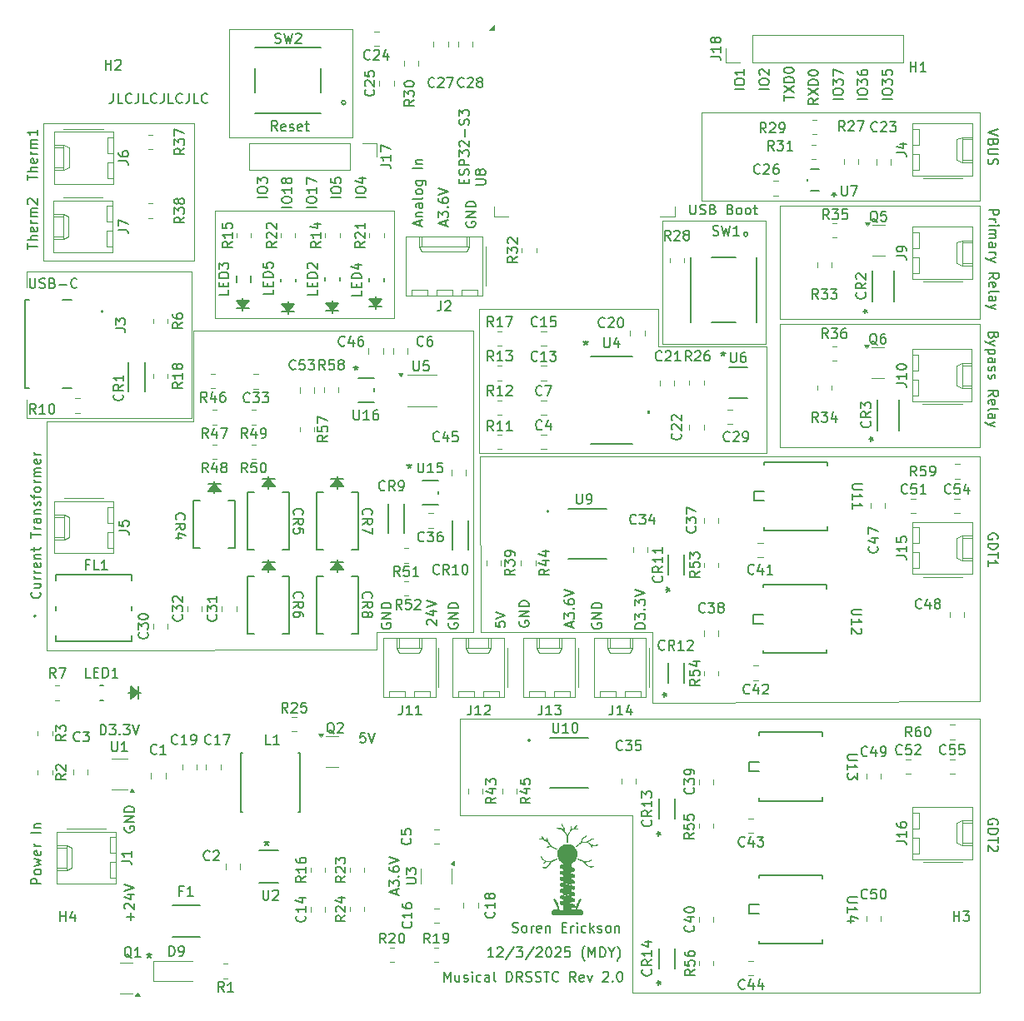
<source format=gbr>
G04 #@! TF.GenerationSoftware,KiCad,Pcbnew,9.0.5*
G04 #@! TF.CreationDate,2025-12-03T21:15:56-08:00*
G04 #@! TF.ProjectId,MusicalTeslaCoil,4d757369-6361-46c5-9465-736c61436f69,REV2*
G04 #@! TF.SameCoordinates,Original*
G04 #@! TF.FileFunction,Legend,Top*
G04 #@! TF.FilePolarity,Positive*
%FSLAX46Y46*%
G04 Gerber Fmt 4.6, Leading zero omitted, Abs format (unit mm)*
G04 Created by KiCad (PCBNEW 9.0.5) date 2025-12-03 21:15:56*
%MOMM*%
%LPD*%
G01*
G04 APERTURE LIST*
%ADD10C,0.160000*%
%ADD11C,0.120000*%
%ADD12C,0.150000*%
%ADD13C,0.152400*%
%ADD14C,0.200000*%
%ADD15C,0.127000*%
%ADD16C,0.000000*%
G04 APERTURE END LIST*
D10*
X96867167Y-147869299D02*
X96295739Y-147869299D01*
X96581453Y-147869299D02*
X96581453Y-146869299D01*
X96581453Y-146869299D02*
X96486215Y-147012156D01*
X96486215Y-147012156D02*
X96390977Y-147107394D01*
X96390977Y-147107394D02*
X96295739Y-147155013D01*
X97248120Y-146964537D02*
X97295739Y-146916918D01*
X97295739Y-146916918D02*
X97390977Y-146869299D01*
X97390977Y-146869299D02*
X97629072Y-146869299D01*
X97629072Y-146869299D02*
X97724310Y-146916918D01*
X97724310Y-146916918D02*
X97771929Y-146964537D01*
X97771929Y-146964537D02*
X97819548Y-147059775D01*
X97819548Y-147059775D02*
X97819548Y-147155013D01*
X97819548Y-147155013D02*
X97771929Y-147297870D01*
X97771929Y-147297870D02*
X97200501Y-147869299D01*
X97200501Y-147869299D02*
X97819548Y-147869299D01*
X98962405Y-146821680D02*
X98105263Y-148107394D01*
X99200501Y-146869299D02*
X99819548Y-146869299D01*
X99819548Y-146869299D02*
X99486215Y-147250251D01*
X99486215Y-147250251D02*
X99629072Y-147250251D01*
X99629072Y-147250251D02*
X99724310Y-147297870D01*
X99724310Y-147297870D02*
X99771929Y-147345489D01*
X99771929Y-147345489D02*
X99819548Y-147440727D01*
X99819548Y-147440727D02*
X99819548Y-147678822D01*
X99819548Y-147678822D02*
X99771929Y-147774060D01*
X99771929Y-147774060D02*
X99724310Y-147821680D01*
X99724310Y-147821680D02*
X99629072Y-147869299D01*
X99629072Y-147869299D02*
X99343358Y-147869299D01*
X99343358Y-147869299D02*
X99248120Y-147821680D01*
X99248120Y-147821680D02*
X99200501Y-147774060D01*
X100962405Y-146821680D02*
X100105263Y-148107394D01*
X101248120Y-146964537D02*
X101295739Y-146916918D01*
X101295739Y-146916918D02*
X101390977Y-146869299D01*
X101390977Y-146869299D02*
X101629072Y-146869299D01*
X101629072Y-146869299D02*
X101724310Y-146916918D01*
X101724310Y-146916918D02*
X101771929Y-146964537D01*
X101771929Y-146964537D02*
X101819548Y-147059775D01*
X101819548Y-147059775D02*
X101819548Y-147155013D01*
X101819548Y-147155013D02*
X101771929Y-147297870D01*
X101771929Y-147297870D02*
X101200501Y-147869299D01*
X101200501Y-147869299D02*
X101819548Y-147869299D01*
X102438596Y-146869299D02*
X102533834Y-146869299D01*
X102533834Y-146869299D02*
X102629072Y-146916918D01*
X102629072Y-146916918D02*
X102676691Y-146964537D01*
X102676691Y-146964537D02*
X102724310Y-147059775D01*
X102724310Y-147059775D02*
X102771929Y-147250251D01*
X102771929Y-147250251D02*
X102771929Y-147488346D01*
X102771929Y-147488346D02*
X102724310Y-147678822D01*
X102724310Y-147678822D02*
X102676691Y-147774060D01*
X102676691Y-147774060D02*
X102629072Y-147821680D01*
X102629072Y-147821680D02*
X102533834Y-147869299D01*
X102533834Y-147869299D02*
X102438596Y-147869299D01*
X102438596Y-147869299D02*
X102343358Y-147821680D01*
X102343358Y-147821680D02*
X102295739Y-147774060D01*
X102295739Y-147774060D02*
X102248120Y-147678822D01*
X102248120Y-147678822D02*
X102200501Y-147488346D01*
X102200501Y-147488346D02*
X102200501Y-147250251D01*
X102200501Y-147250251D02*
X102248120Y-147059775D01*
X102248120Y-147059775D02*
X102295739Y-146964537D01*
X102295739Y-146964537D02*
X102343358Y-146916918D01*
X102343358Y-146916918D02*
X102438596Y-146869299D01*
X103152882Y-146964537D02*
X103200501Y-146916918D01*
X103200501Y-146916918D02*
X103295739Y-146869299D01*
X103295739Y-146869299D02*
X103533834Y-146869299D01*
X103533834Y-146869299D02*
X103629072Y-146916918D01*
X103629072Y-146916918D02*
X103676691Y-146964537D01*
X103676691Y-146964537D02*
X103724310Y-147059775D01*
X103724310Y-147059775D02*
X103724310Y-147155013D01*
X103724310Y-147155013D02*
X103676691Y-147297870D01*
X103676691Y-147297870D02*
X103105263Y-147869299D01*
X103105263Y-147869299D02*
X103724310Y-147869299D01*
X104629072Y-146869299D02*
X104152882Y-146869299D01*
X104152882Y-146869299D02*
X104105263Y-147345489D01*
X104105263Y-147345489D02*
X104152882Y-147297870D01*
X104152882Y-147297870D02*
X104248120Y-147250251D01*
X104248120Y-147250251D02*
X104486215Y-147250251D01*
X104486215Y-147250251D02*
X104581453Y-147297870D01*
X104581453Y-147297870D02*
X104629072Y-147345489D01*
X104629072Y-147345489D02*
X104676691Y-147440727D01*
X104676691Y-147440727D02*
X104676691Y-147678822D01*
X104676691Y-147678822D02*
X104629072Y-147774060D01*
X104629072Y-147774060D02*
X104581453Y-147821680D01*
X104581453Y-147821680D02*
X104486215Y-147869299D01*
X104486215Y-147869299D02*
X104248120Y-147869299D01*
X104248120Y-147869299D02*
X104152882Y-147821680D01*
X104152882Y-147821680D02*
X104105263Y-147774060D01*
X106152882Y-148250251D02*
X106105263Y-148202632D01*
X106105263Y-148202632D02*
X106010025Y-148059775D01*
X106010025Y-148059775D02*
X105962406Y-147964537D01*
X105962406Y-147964537D02*
X105914787Y-147821680D01*
X105914787Y-147821680D02*
X105867168Y-147583584D01*
X105867168Y-147583584D02*
X105867168Y-147393108D01*
X105867168Y-147393108D02*
X105914787Y-147155013D01*
X105914787Y-147155013D02*
X105962406Y-147012156D01*
X105962406Y-147012156D02*
X106010025Y-146916918D01*
X106010025Y-146916918D02*
X106105263Y-146774060D01*
X106105263Y-146774060D02*
X106152882Y-146726441D01*
X106533835Y-147869299D02*
X106533835Y-146869299D01*
X106533835Y-146869299D02*
X106867168Y-147583584D01*
X106867168Y-147583584D02*
X107200501Y-146869299D01*
X107200501Y-146869299D02*
X107200501Y-147869299D01*
X107676692Y-147869299D02*
X107676692Y-146869299D01*
X107676692Y-146869299D02*
X107914787Y-146869299D01*
X107914787Y-146869299D02*
X108057644Y-146916918D01*
X108057644Y-146916918D02*
X108152882Y-147012156D01*
X108152882Y-147012156D02*
X108200501Y-147107394D01*
X108200501Y-147107394D02*
X108248120Y-147297870D01*
X108248120Y-147297870D02*
X108248120Y-147440727D01*
X108248120Y-147440727D02*
X108200501Y-147631203D01*
X108200501Y-147631203D02*
X108152882Y-147726441D01*
X108152882Y-147726441D02*
X108057644Y-147821680D01*
X108057644Y-147821680D02*
X107914787Y-147869299D01*
X107914787Y-147869299D02*
X107676692Y-147869299D01*
X108867168Y-147393108D02*
X108867168Y-147869299D01*
X108533835Y-146869299D02*
X108867168Y-147393108D01*
X108867168Y-147393108D02*
X109200501Y-146869299D01*
X109438597Y-148250251D02*
X109486216Y-148202632D01*
X109486216Y-148202632D02*
X109581454Y-148059775D01*
X109581454Y-148059775D02*
X109629073Y-147964537D01*
X109629073Y-147964537D02*
X109676692Y-147821680D01*
X109676692Y-147821680D02*
X109724311Y-147583584D01*
X109724311Y-147583584D02*
X109724311Y-147393108D01*
X109724311Y-147393108D02*
X109676692Y-147155013D01*
X109676692Y-147155013D02*
X109629073Y-147012156D01*
X109629073Y-147012156D02*
X109581454Y-146916918D01*
X109581454Y-146916918D02*
X109486216Y-146774060D01*
X109486216Y-146774060D02*
X109438597Y-146726441D01*
D11*
X49400000Y-78200000D02*
X49400000Y-79800000D01*
X49400000Y-93100000D02*
X49400000Y-91200000D01*
X66200000Y-93100000D02*
X49400000Y-93100000D01*
X66200000Y-78200000D02*
X66200000Y-93100000D01*
X49400000Y-78200000D02*
X66200000Y-78200000D01*
D10*
X56943358Y-125269299D02*
X56943358Y-124269299D01*
X56943358Y-124269299D02*
X57181453Y-124269299D01*
X57181453Y-124269299D02*
X57324310Y-124316918D01*
X57324310Y-124316918D02*
X57419548Y-124412156D01*
X57419548Y-124412156D02*
X57467167Y-124507394D01*
X57467167Y-124507394D02*
X57514786Y-124697870D01*
X57514786Y-124697870D02*
X57514786Y-124840727D01*
X57514786Y-124840727D02*
X57467167Y-125031203D01*
X57467167Y-125031203D02*
X57419548Y-125126441D01*
X57419548Y-125126441D02*
X57324310Y-125221680D01*
X57324310Y-125221680D02*
X57181453Y-125269299D01*
X57181453Y-125269299D02*
X56943358Y-125269299D01*
X57848120Y-124269299D02*
X58467167Y-124269299D01*
X58467167Y-124269299D02*
X58133834Y-124650251D01*
X58133834Y-124650251D02*
X58276691Y-124650251D01*
X58276691Y-124650251D02*
X58371929Y-124697870D01*
X58371929Y-124697870D02*
X58419548Y-124745489D01*
X58419548Y-124745489D02*
X58467167Y-124840727D01*
X58467167Y-124840727D02*
X58467167Y-125078822D01*
X58467167Y-125078822D02*
X58419548Y-125174060D01*
X58419548Y-125174060D02*
X58371929Y-125221680D01*
X58371929Y-125221680D02*
X58276691Y-125269299D01*
X58276691Y-125269299D02*
X57990977Y-125269299D01*
X57990977Y-125269299D02*
X57895739Y-125221680D01*
X57895739Y-125221680D02*
X57848120Y-125174060D01*
X58895739Y-125174060D02*
X58943358Y-125221680D01*
X58943358Y-125221680D02*
X58895739Y-125269299D01*
X58895739Y-125269299D02*
X58848120Y-125221680D01*
X58848120Y-125221680D02*
X58895739Y-125174060D01*
X58895739Y-125174060D02*
X58895739Y-125269299D01*
X59276691Y-124269299D02*
X59895738Y-124269299D01*
X59895738Y-124269299D02*
X59562405Y-124650251D01*
X59562405Y-124650251D02*
X59705262Y-124650251D01*
X59705262Y-124650251D02*
X59800500Y-124697870D01*
X59800500Y-124697870D02*
X59848119Y-124745489D01*
X59848119Y-124745489D02*
X59895738Y-124840727D01*
X59895738Y-124840727D02*
X59895738Y-125078822D01*
X59895738Y-125078822D02*
X59848119Y-125174060D01*
X59848119Y-125174060D02*
X59800500Y-125221680D01*
X59800500Y-125221680D02*
X59705262Y-125269299D01*
X59705262Y-125269299D02*
X59419548Y-125269299D01*
X59419548Y-125269299D02*
X59324310Y-125221680D01*
X59324310Y-125221680D02*
X59276691Y-125174060D01*
X60181453Y-124269299D02*
X60514786Y-125269299D01*
X60514786Y-125269299D02*
X60848119Y-124269299D01*
X86983584Y-141504260D02*
X86983584Y-141028070D01*
X87269299Y-141599498D02*
X86269299Y-141266165D01*
X86269299Y-141266165D02*
X87269299Y-140932832D01*
X86269299Y-140694736D02*
X86269299Y-140075689D01*
X86269299Y-140075689D02*
X86650251Y-140409022D01*
X86650251Y-140409022D02*
X86650251Y-140266165D01*
X86650251Y-140266165D02*
X86697870Y-140170927D01*
X86697870Y-140170927D02*
X86745489Y-140123308D01*
X86745489Y-140123308D02*
X86840727Y-140075689D01*
X86840727Y-140075689D02*
X87078822Y-140075689D01*
X87078822Y-140075689D02*
X87174060Y-140123308D01*
X87174060Y-140123308D02*
X87221680Y-140170927D01*
X87221680Y-140170927D02*
X87269299Y-140266165D01*
X87269299Y-140266165D02*
X87269299Y-140551879D01*
X87269299Y-140551879D02*
X87221680Y-140647117D01*
X87221680Y-140647117D02*
X87174060Y-140694736D01*
X87174060Y-139647117D02*
X87221680Y-139599498D01*
X87221680Y-139599498D02*
X87269299Y-139647117D01*
X87269299Y-139647117D02*
X87221680Y-139694736D01*
X87221680Y-139694736D02*
X87174060Y-139647117D01*
X87174060Y-139647117D02*
X87269299Y-139647117D01*
X86269299Y-138742356D02*
X86269299Y-138932832D01*
X86269299Y-138932832D02*
X86316918Y-139028070D01*
X86316918Y-139028070D02*
X86364537Y-139075689D01*
X86364537Y-139075689D02*
X86507394Y-139170927D01*
X86507394Y-139170927D02*
X86697870Y-139218546D01*
X86697870Y-139218546D02*
X87078822Y-139218546D01*
X87078822Y-139218546D02*
X87174060Y-139170927D01*
X87174060Y-139170927D02*
X87221680Y-139123308D01*
X87221680Y-139123308D02*
X87269299Y-139028070D01*
X87269299Y-139028070D02*
X87269299Y-138837594D01*
X87269299Y-138837594D02*
X87221680Y-138742356D01*
X87221680Y-138742356D02*
X87174060Y-138694737D01*
X87174060Y-138694737D02*
X87078822Y-138647118D01*
X87078822Y-138647118D02*
X86840727Y-138647118D01*
X86840727Y-138647118D02*
X86745489Y-138694737D01*
X86745489Y-138694737D02*
X86697870Y-138742356D01*
X86697870Y-138742356D02*
X86650251Y-138837594D01*
X86650251Y-138837594D02*
X86650251Y-139028070D01*
X86650251Y-139028070D02*
X86697870Y-139123308D01*
X86697870Y-139123308D02*
X86745489Y-139170927D01*
X86745489Y-139170927D02*
X86840727Y-139218546D01*
X86269299Y-138361403D02*
X87269299Y-138028070D01*
X87269299Y-138028070D02*
X86269299Y-137694737D01*
D11*
X146274190Y-121882825D02*
X113000000Y-122000000D01*
X113000000Y-114800000D01*
X95600000Y-114800000D01*
X95500000Y-97000000D01*
X146274190Y-97000000D01*
X146274190Y-121882825D01*
X94800000Y-114800000D02*
X85000000Y-114800000D01*
X85000000Y-116600000D01*
X51692027Y-116692027D01*
X51500000Y-116691600D01*
X51500000Y-93391600D01*
X66400000Y-93400000D01*
X66400000Y-84200000D01*
X94800000Y-84200000D01*
X94800000Y-114800000D01*
D10*
X85516918Y-113932832D02*
X85469299Y-114028070D01*
X85469299Y-114028070D02*
X85469299Y-114170927D01*
X85469299Y-114170927D02*
X85516918Y-114313784D01*
X85516918Y-114313784D02*
X85612156Y-114409022D01*
X85612156Y-114409022D02*
X85707394Y-114456641D01*
X85707394Y-114456641D02*
X85897870Y-114504260D01*
X85897870Y-114504260D02*
X86040727Y-114504260D01*
X86040727Y-114504260D02*
X86231203Y-114456641D01*
X86231203Y-114456641D02*
X86326441Y-114409022D01*
X86326441Y-114409022D02*
X86421680Y-114313784D01*
X86421680Y-114313784D02*
X86469299Y-114170927D01*
X86469299Y-114170927D02*
X86469299Y-114075689D01*
X86469299Y-114075689D02*
X86421680Y-113932832D01*
X86421680Y-113932832D02*
X86374060Y-113885213D01*
X86374060Y-113885213D02*
X86040727Y-113885213D01*
X86040727Y-113885213D02*
X86040727Y-114075689D01*
X86469299Y-113456641D02*
X85469299Y-113456641D01*
X85469299Y-113456641D02*
X86469299Y-112885213D01*
X86469299Y-112885213D02*
X85469299Y-112885213D01*
X86469299Y-112409022D02*
X85469299Y-112409022D01*
X85469299Y-112409022D02*
X85469299Y-112170927D01*
X85469299Y-112170927D02*
X85516918Y-112028070D01*
X85516918Y-112028070D02*
X85612156Y-111932832D01*
X85612156Y-111932832D02*
X85707394Y-111885213D01*
X85707394Y-111885213D02*
X85897870Y-111837594D01*
X85897870Y-111837594D02*
X86040727Y-111837594D01*
X86040727Y-111837594D02*
X86231203Y-111885213D01*
X86231203Y-111885213D02*
X86326441Y-111932832D01*
X86326441Y-111932832D02*
X86421680Y-112028070D01*
X86421680Y-112028070D02*
X86469299Y-112170927D01*
X86469299Y-112170927D02*
X86469299Y-112409022D01*
X90164537Y-114104260D02*
X90116918Y-114056641D01*
X90116918Y-114056641D02*
X90069299Y-113961403D01*
X90069299Y-113961403D02*
X90069299Y-113723308D01*
X90069299Y-113723308D02*
X90116918Y-113628070D01*
X90116918Y-113628070D02*
X90164537Y-113580451D01*
X90164537Y-113580451D02*
X90259775Y-113532832D01*
X90259775Y-113532832D02*
X90355013Y-113532832D01*
X90355013Y-113532832D02*
X90497870Y-113580451D01*
X90497870Y-113580451D02*
X91069299Y-114151879D01*
X91069299Y-114151879D02*
X91069299Y-113532832D01*
X90402632Y-112675689D02*
X91069299Y-112675689D01*
X90021680Y-112913784D02*
X90735965Y-113151879D01*
X90735965Y-113151879D02*
X90735965Y-112532832D01*
X90069299Y-112294736D02*
X91069299Y-111961403D01*
X91069299Y-111961403D02*
X90069299Y-111628070D01*
X92316918Y-113932832D02*
X92269299Y-114028070D01*
X92269299Y-114028070D02*
X92269299Y-114170927D01*
X92269299Y-114170927D02*
X92316918Y-114313784D01*
X92316918Y-114313784D02*
X92412156Y-114409022D01*
X92412156Y-114409022D02*
X92507394Y-114456641D01*
X92507394Y-114456641D02*
X92697870Y-114504260D01*
X92697870Y-114504260D02*
X92840727Y-114504260D01*
X92840727Y-114504260D02*
X93031203Y-114456641D01*
X93031203Y-114456641D02*
X93126441Y-114409022D01*
X93126441Y-114409022D02*
X93221680Y-114313784D01*
X93221680Y-114313784D02*
X93269299Y-114170927D01*
X93269299Y-114170927D02*
X93269299Y-114075689D01*
X93269299Y-114075689D02*
X93221680Y-113932832D01*
X93221680Y-113932832D02*
X93174060Y-113885213D01*
X93174060Y-113885213D02*
X92840727Y-113885213D01*
X92840727Y-113885213D02*
X92840727Y-114075689D01*
X93269299Y-113456641D02*
X92269299Y-113456641D01*
X92269299Y-113456641D02*
X93269299Y-112885213D01*
X93269299Y-112885213D02*
X92269299Y-112885213D01*
X93269299Y-112409022D02*
X92269299Y-112409022D01*
X92269299Y-112409022D02*
X92269299Y-112170927D01*
X92269299Y-112170927D02*
X92316918Y-112028070D01*
X92316918Y-112028070D02*
X92412156Y-111932832D01*
X92412156Y-111932832D02*
X92507394Y-111885213D01*
X92507394Y-111885213D02*
X92697870Y-111837594D01*
X92697870Y-111837594D02*
X92840727Y-111837594D01*
X92840727Y-111837594D02*
X93031203Y-111885213D01*
X93031203Y-111885213D02*
X93126441Y-111932832D01*
X93126441Y-111932832D02*
X93221680Y-112028070D01*
X93221680Y-112028070D02*
X93269299Y-112170927D01*
X93269299Y-112170927D02*
X93269299Y-112409022D01*
X97069299Y-113780451D02*
X97069299Y-114256641D01*
X97069299Y-114256641D02*
X97545489Y-114304260D01*
X97545489Y-114304260D02*
X97497870Y-114256641D01*
X97497870Y-114256641D02*
X97450251Y-114161403D01*
X97450251Y-114161403D02*
X97450251Y-113923308D01*
X97450251Y-113923308D02*
X97497870Y-113828070D01*
X97497870Y-113828070D02*
X97545489Y-113780451D01*
X97545489Y-113780451D02*
X97640727Y-113732832D01*
X97640727Y-113732832D02*
X97878822Y-113732832D01*
X97878822Y-113732832D02*
X97974060Y-113780451D01*
X97974060Y-113780451D02*
X98021680Y-113828070D01*
X98021680Y-113828070D02*
X98069299Y-113923308D01*
X98069299Y-113923308D02*
X98069299Y-114161403D01*
X98069299Y-114161403D02*
X98021680Y-114256641D01*
X98021680Y-114256641D02*
X97974060Y-114304260D01*
X97069299Y-113447117D02*
X98069299Y-113113784D01*
X98069299Y-113113784D02*
X97069299Y-112780451D01*
D11*
X113600000Y-85800000D02*
X124600000Y-85800000D01*
X124600000Y-96600000D01*
X95400000Y-96600000D01*
X95400000Y-82000000D01*
X113600000Y-82000000D01*
X113600000Y-85800000D01*
D10*
X89383584Y-73504260D02*
X89383584Y-73028070D01*
X89669299Y-73599498D02*
X88669299Y-73266165D01*
X88669299Y-73266165D02*
X89669299Y-72932832D01*
X89002632Y-72599498D02*
X89669299Y-72599498D01*
X89097870Y-72599498D02*
X89050251Y-72551879D01*
X89050251Y-72551879D02*
X89002632Y-72456641D01*
X89002632Y-72456641D02*
X89002632Y-72313784D01*
X89002632Y-72313784D02*
X89050251Y-72218546D01*
X89050251Y-72218546D02*
X89145489Y-72170927D01*
X89145489Y-72170927D02*
X89669299Y-72170927D01*
X89669299Y-71266165D02*
X89145489Y-71266165D01*
X89145489Y-71266165D02*
X89050251Y-71313784D01*
X89050251Y-71313784D02*
X89002632Y-71409022D01*
X89002632Y-71409022D02*
X89002632Y-71599498D01*
X89002632Y-71599498D02*
X89050251Y-71694736D01*
X89621680Y-71266165D02*
X89669299Y-71361403D01*
X89669299Y-71361403D02*
X89669299Y-71599498D01*
X89669299Y-71599498D02*
X89621680Y-71694736D01*
X89621680Y-71694736D02*
X89526441Y-71742355D01*
X89526441Y-71742355D02*
X89431203Y-71742355D01*
X89431203Y-71742355D02*
X89335965Y-71694736D01*
X89335965Y-71694736D02*
X89288346Y-71599498D01*
X89288346Y-71599498D02*
X89288346Y-71361403D01*
X89288346Y-71361403D02*
X89240727Y-71266165D01*
X89669299Y-70647117D02*
X89621680Y-70742355D01*
X89621680Y-70742355D02*
X89526441Y-70789974D01*
X89526441Y-70789974D02*
X88669299Y-70789974D01*
X89669299Y-70123307D02*
X89621680Y-70218545D01*
X89621680Y-70218545D02*
X89574060Y-70266164D01*
X89574060Y-70266164D02*
X89478822Y-70313783D01*
X89478822Y-70313783D02*
X89193108Y-70313783D01*
X89193108Y-70313783D02*
X89097870Y-70266164D01*
X89097870Y-70266164D02*
X89050251Y-70218545D01*
X89050251Y-70218545D02*
X89002632Y-70123307D01*
X89002632Y-70123307D02*
X89002632Y-69980450D01*
X89002632Y-69980450D02*
X89050251Y-69885212D01*
X89050251Y-69885212D02*
X89097870Y-69837593D01*
X89097870Y-69837593D02*
X89193108Y-69789974D01*
X89193108Y-69789974D02*
X89478822Y-69789974D01*
X89478822Y-69789974D02*
X89574060Y-69837593D01*
X89574060Y-69837593D02*
X89621680Y-69885212D01*
X89621680Y-69885212D02*
X89669299Y-69980450D01*
X89669299Y-69980450D02*
X89669299Y-70123307D01*
X89002632Y-68932831D02*
X89812156Y-68932831D01*
X89812156Y-68932831D02*
X89907394Y-68980450D01*
X89907394Y-68980450D02*
X89955013Y-69028069D01*
X89955013Y-69028069D02*
X90002632Y-69123307D01*
X90002632Y-69123307D02*
X90002632Y-69266164D01*
X90002632Y-69266164D02*
X89955013Y-69361402D01*
X89621680Y-68932831D02*
X89669299Y-69028069D01*
X89669299Y-69028069D02*
X89669299Y-69218545D01*
X89669299Y-69218545D02*
X89621680Y-69313783D01*
X89621680Y-69313783D02*
X89574060Y-69361402D01*
X89574060Y-69361402D02*
X89478822Y-69409021D01*
X89478822Y-69409021D02*
X89193108Y-69409021D01*
X89193108Y-69409021D02*
X89097870Y-69361402D01*
X89097870Y-69361402D02*
X89050251Y-69313783D01*
X89050251Y-69313783D02*
X89002632Y-69218545D01*
X89002632Y-69218545D02*
X89002632Y-69028069D01*
X89002632Y-69028069D02*
X89050251Y-68932831D01*
X89669299Y-67694735D02*
X88669299Y-67694735D01*
X89002632Y-67218545D02*
X89669299Y-67218545D01*
X89097870Y-67218545D02*
X89050251Y-67170926D01*
X89050251Y-67170926D02*
X89002632Y-67075688D01*
X89002632Y-67075688D02*
X89002632Y-66932831D01*
X89002632Y-66932831D02*
X89050251Y-66837593D01*
X89050251Y-66837593D02*
X89145489Y-66789974D01*
X89145489Y-66789974D02*
X89669299Y-66789974D01*
X91983584Y-73504260D02*
X91983584Y-73028070D01*
X92269299Y-73599498D02*
X91269299Y-73266165D01*
X91269299Y-73266165D02*
X92269299Y-72932832D01*
X91269299Y-72694736D02*
X91269299Y-72075689D01*
X91269299Y-72075689D02*
X91650251Y-72409022D01*
X91650251Y-72409022D02*
X91650251Y-72266165D01*
X91650251Y-72266165D02*
X91697870Y-72170927D01*
X91697870Y-72170927D02*
X91745489Y-72123308D01*
X91745489Y-72123308D02*
X91840727Y-72075689D01*
X91840727Y-72075689D02*
X92078822Y-72075689D01*
X92078822Y-72075689D02*
X92174060Y-72123308D01*
X92174060Y-72123308D02*
X92221680Y-72170927D01*
X92221680Y-72170927D02*
X92269299Y-72266165D01*
X92269299Y-72266165D02*
X92269299Y-72551879D01*
X92269299Y-72551879D02*
X92221680Y-72647117D01*
X92221680Y-72647117D02*
X92174060Y-72694736D01*
X92174060Y-71647117D02*
X92221680Y-71599498D01*
X92221680Y-71599498D02*
X92269299Y-71647117D01*
X92269299Y-71647117D02*
X92221680Y-71694736D01*
X92221680Y-71694736D02*
X92174060Y-71647117D01*
X92174060Y-71647117D02*
X92269299Y-71647117D01*
X91269299Y-70742356D02*
X91269299Y-70932832D01*
X91269299Y-70932832D02*
X91316918Y-71028070D01*
X91316918Y-71028070D02*
X91364537Y-71075689D01*
X91364537Y-71075689D02*
X91507394Y-71170927D01*
X91507394Y-71170927D02*
X91697870Y-71218546D01*
X91697870Y-71218546D02*
X92078822Y-71218546D01*
X92078822Y-71218546D02*
X92174060Y-71170927D01*
X92174060Y-71170927D02*
X92221680Y-71123308D01*
X92221680Y-71123308D02*
X92269299Y-71028070D01*
X92269299Y-71028070D02*
X92269299Y-70837594D01*
X92269299Y-70837594D02*
X92221680Y-70742356D01*
X92221680Y-70742356D02*
X92174060Y-70694737D01*
X92174060Y-70694737D02*
X92078822Y-70647118D01*
X92078822Y-70647118D02*
X91840727Y-70647118D01*
X91840727Y-70647118D02*
X91745489Y-70694737D01*
X91745489Y-70694737D02*
X91697870Y-70742356D01*
X91697870Y-70742356D02*
X91650251Y-70837594D01*
X91650251Y-70837594D02*
X91650251Y-71028070D01*
X91650251Y-71028070D02*
X91697870Y-71123308D01*
X91697870Y-71123308D02*
X91745489Y-71170927D01*
X91745489Y-71170927D02*
X91840727Y-71218546D01*
X91269299Y-70361403D02*
X92269299Y-70028070D01*
X92269299Y-70028070D02*
X91269299Y-69694737D01*
X94116918Y-73132832D02*
X94069299Y-73228070D01*
X94069299Y-73228070D02*
X94069299Y-73370927D01*
X94069299Y-73370927D02*
X94116918Y-73513784D01*
X94116918Y-73513784D02*
X94212156Y-73609022D01*
X94212156Y-73609022D02*
X94307394Y-73656641D01*
X94307394Y-73656641D02*
X94497870Y-73704260D01*
X94497870Y-73704260D02*
X94640727Y-73704260D01*
X94640727Y-73704260D02*
X94831203Y-73656641D01*
X94831203Y-73656641D02*
X94926441Y-73609022D01*
X94926441Y-73609022D02*
X95021680Y-73513784D01*
X95021680Y-73513784D02*
X95069299Y-73370927D01*
X95069299Y-73370927D02*
X95069299Y-73275689D01*
X95069299Y-73275689D02*
X95021680Y-73132832D01*
X95021680Y-73132832D02*
X94974060Y-73085213D01*
X94974060Y-73085213D02*
X94640727Y-73085213D01*
X94640727Y-73085213D02*
X94640727Y-73275689D01*
X95069299Y-72656641D02*
X94069299Y-72656641D01*
X94069299Y-72656641D02*
X95069299Y-72085213D01*
X95069299Y-72085213D02*
X94069299Y-72085213D01*
X95069299Y-71609022D02*
X94069299Y-71609022D01*
X94069299Y-71609022D02*
X94069299Y-71370927D01*
X94069299Y-71370927D02*
X94116918Y-71228070D01*
X94116918Y-71228070D02*
X94212156Y-71132832D01*
X94212156Y-71132832D02*
X94307394Y-71085213D01*
X94307394Y-71085213D02*
X94497870Y-71037594D01*
X94497870Y-71037594D02*
X94640727Y-71037594D01*
X94640727Y-71037594D02*
X94831203Y-71085213D01*
X94831203Y-71085213D02*
X94926441Y-71132832D01*
X94926441Y-71132832D02*
X95021680Y-71228070D01*
X95021680Y-71228070D02*
X95069299Y-71370927D01*
X95069299Y-71370927D02*
X95069299Y-71609022D01*
D11*
X68600000Y-72000000D02*
X86800000Y-72000000D01*
X86800000Y-82900000D01*
X68600000Y-82900000D01*
X68600000Y-72000000D01*
X126000000Y-71500000D02*
X146297257Y-71500000D01*
X146297257Y-83000000D01*
X126000000Y-83000000D01*
X126000000Y-71500000D01*
X146257392Y-151500000D02*
X111000000Y-151500000D01*
X111000000Y-133500000D01*
X93500000Y-133500000D01*
X93500000Y-123600000D01*
X146257392Y-123600000D01*
X146257392Y-151500000D01*
X51140000Y-63100000D02*
X66440000Y-63100000D01*
X66440000Y-77100000D01*
X51140000Y-77100000D01*
X51140000Y-63100000D01*
X118000000Y-62000000D02*
X146289661Y-62000000D01*
X146289661Y-71000000D01*
X118000000Y-71000000D01*
X118000000Y-62000000D01*
X114000000Y-73000000D02*
X124500000Y-73000000D01*
X124500000Y-85500000D01*
X114000000Y-85500000D01*
X114000000Y-73000000D01*
X126000000Y-83500000D02*
X146270952Y-83500000D01*
X146270952Y-96000000D01*
X126000000Y-96000000D01*
X126000000Y-83500000D01*
X70000000Y-53500000D02*
X82500000Y-53500000D01*
X82500000Y-64500000D01*
X70000000Y-64500000D01*
X70000000Y-53500000D01*
D10*
X73869299Y-70656641D02*
X72869299Y-70656641D01*
X72869299Y-69989975D02*
X72869299Y-69799499D01*
X72869299Y-69799499D02*
X72916918Y-69704261D01*
X72916918Y-69704261D02*
X73012156Y-69609023D01*
X73012156Y-69609023D02*
X73202632Y-69561404D01*
X73202632Y-69561404D02*
X73535965Y-69561404D01*
X73535965Y-69561404D02*
X73726441Y-69609023D01*
X73726441Y-69609023D02*
X73821680Y-69704261D01*
X73821680Y-69704261D02*
X73869299Y-69799499D01*
X73869299Y-69799499D02*
X73869299Y-69989975D01*
X73869299Y-69989975D02*
X73821680Y-70085213D01*
X73821680Y-70085213D02*
X73726441Y-70180451D01*
X73726441Y-70180451D02*
X73535965Y-70228070D01*
X73535965Y-70228070D02*
X73202632Y-70228070D01*
X73202632Y-70228070D02*
X73012156Y-70180451D01*
X73012156Y-70180451D02*
X72916918Y-70085213D01*
X72916918Y-70085213D02*
X72869299Y-69989975D01*
X72869299Y-69228070D02*
X72869299Y-68609023D01*
X72869299Y-68609023D02*
X73250251Y-68942356D01*
X73250251Y-68942356D02*
X73250251Y-68799499D01*
X73250251Y-68799499D02*
X73297870Y-68704261D01*
X73297870Y-68704261D02*
X73345489Y-68656642D01*
X73345489Y-68656642D02*
X73440727Y-68609023D01*
X73440727Y-68609023D02*
X73678822Y-68609023D01*
X73678822Y-68609023D02*
X73774060Y-68656642D01*
X73774060Y-68656642D02*
X73821680Y-68704261D01*
X73821680Y-68704261D02*
X73869299Y-68799499D01*
X73869299Y-68799499D02*
X73869299Y-69085213D01*
X73869299Y-69085213D02*
X73821680Y-69180451D01*
X73821680Y-69180451D02*
X73774060Y-69228070D01*
X147691622Y-84668738D02*
X147644003Y-84811595D01*
X147644003Y-84811595D02*
X147596384Y-84859214D01*
X147596384Y-84859214D02*
X147501146Y-84906833D01*
X147501146Y-84906833D02*
X147358289Y-84906833D01*
X147358289Y-84906833D02*
X147263051Y-84859214D01*
X147263051Y-84859214D02*
X147215432Y-84811595D01*
X147215432Y-84811595D02*
X147167812Y-84716357D01*
X147167812Y-84716357D02*
X147167812Y-84335405D01*
X147167812Y-84335405D02*
X148167812Y-84335405D01*
X148167812Y-84335405D02*
X148167812Y-84668738D01*
X148167812Y-84668738D02*
X148120193Y-84763976D01*
X148120193Y-84763976D02*
X148072574Y-84811595D01*
X148072574Y-84811595D02*
X147977336Y-84859214D01*
X147977336Y-84859214D02*
X147882098Y-84859214D01*
X147882098Y-84859214D02*
X147786860Y-84811595D01*
X147786860Y-84811595D02*
X147739241Y-84763976D01*
X147739241Y-84763976D02*
X147691622Y-84668738D01*
X147691622Y-84668738D02*
X147691622Y-84335405D01*
X147834479Y-85240167D02*
X147167812Y-85478262D01*
X147834479Y-85716357D02*
X147167812Y-85478262D01*
X147167812Y-85478262D02*
X146929717Y-85383024D01*
X146929717Y-85383024D02*
X146882098Y-85335405D01*
X146882098Y-85335405D02*
X146834479Y-85240167D01*
X147834479Y-86097310D02*
X146834479Y-86097310D01*
X147786860Y-86097310D02*
X147834479Y-86192548D01*
X147834479Y-86192548D02*
X147834479Y-86383024D01*
X147834479Y-86383024D02*
X147786860Y-86478262D01*
X147786860Y-86478262D02*
X147739241Y-86525881D01*
X147739241Y-86525881D02*
X147644003Y-86573500D01*
X147644003Y-86573500D02*
X147358289Y-86573500D01*
X147358289Y-86573500D02*
X147263051Y-86525881D01*
X147263051Y-86525881D02*
X147215432Y-86478262D01*
X147215432Y-86478262D02*
X147167812Y-86383024D01*
X147167812Y-86383024D02*
X147167812Y-86192548D01*
X147167812Y-86192548D02*
X147215432Y-86097310D01*
X147167812Y-87430643D02*
X147691622Y-87430643D01*
X147691622Y-87430643D02*
X147786860Y-87383024D01*
X147786860Y-87383024D02*
X147834479Y-87287786D01*
X147834479Y-87287786D02*
X147834479Y-87097310D01*
X147834479Y-87097310D02*
X147786860Y-87002072D01*
X147215432Y-87430643D02*
X147167812Y-87335405D01*
X147167812Y-87335405D02*
X147167812Y-87097310D01*
X147167812Y-87097310D02*
X147215432Y-87002072D01*
X147215432Y-87002072D02*
X147310670Y-86954453D01*
X147310670Y-86954453D02*
X147405908Y-86954453D01*
X147405908Y-86954453D02*
X147501146Y-87002072D01*
X147501146Y-87002072D02*
X147548765Y-87097310D01*
X147548765Y-87097310D02*
X147548765Y-87335405D01*
X147548765Y-87335405D02*
X147596384Y-87430643D01*
X147215432Y-87859215D02*
X147167812Y-87954453D01*
X147167812Y-87954453D02*
X147167812Y-88144929D01*
X147167812Y-88144929D02*
X147215432Y-88240167D01*
X147215432Y-88240167D02*
X147310670Y-88287786D01*
X147310670Y-88287786D02*
X147358289Y-88287786D01*
X147358289Y-88287786D02*
X147453527Y-88240167D01*
X147453527Y-88240167D02*
X147501146Y-88144929D01*
X147501146Y-88144929D02*
X147501146Y-88002072D01*
X147501146Y-88002072D02*
X147548765Y-87906834D01*
X147548765Y-87906834D02*
X147644003Y-87859215D01*
X147644003Y-87859215D02*
X147691622Y-87859215D01*
X147691622Y-87859215D02*
X147786860Y-87906834D01*
X147786860Y-87906834D02*
X147834479Y-88002072D01*
X147834479Y-88002072D02*
X147834479Y-88144929D01*
X147834479Y-88144929D02*
X147786860Y-88240167D01*
X147215432Y-88668739D02*
X147167812Y-88763977D01*
X147167812Y-88763977D02*
X147167812Y-88954453D01*
X147167812Y-88954453D02*
X147215432Y-89049691D01*
X147215432Y-89049691D02*
X147310670Y-89097310D01*
X147310670Y-89097310D02*
X147358289Y-89097310D01*
X147358289Y-89097310D02*
X147453527Y-89049691D01*
X147453527Y-89049691D02*
X147501146Y-88954453D01*
X147501146Y-88954453D02*
X147501146Y-88811596D01*
X147501146Y-88811596D02*
X147548765Y-88716358D01*
X147548765Y-88716358D02*
X147644003Y-88668739D01*
X147644003Y-88668739D02*
X147691622Y-88668739D01*
X147691622Y-88668739D02*
X147786860Y-88716358D01*
X147786860Y-88716358D02*
X147834479Y-88811596D01*
X147834479Y-88811596D02*
X147834479Y-88954453D01*
X147834479Y-88954453D02*
X147786860Y-89049691D01*
X147167812Y-90859215D02*
X147644003Y-90525882D01*
X147167812Y-90287787D02*
X148167812Y-90287787D01*
X148167812Y-90287787D02*
X148167812Y-90668739D01*
X148167812Y-90668739D02*
X148120193Y-90763977D01*
X148120193Y-90763977D02*
X148072574Y-90811596D01*
X148072574Y-90811596D02*
X147977336Y-90859215D01*
X147977336Y-90859215D02*
X147834479Y-90859215D01*
X147834479Y-90859215D02*
X147739241Y-90811596D01*
X147739241Y-90811596D02*
X147691622Y-90763977D01*
X147691622Y-90763977D02*
X147644003Y-90668739D01*
X147644003Y-90668739D02*
X147644003Y-90287787D01*
X147215432Y-91668739D02*
X147167812Y-91573501D01*
X147167812Y-91573501D02*
X147167812Y-91383025D01*
X147167812Y-91383025D02*
X147215432Y-91287787D01*
X147215432Y-91287787D02*
X147310670Y-91240168D01*
X147310670Y-91240168D02*
X147691622Y-91240168D01*
X147691622Y-91240168D02*
X147786860Y-91287787D01*
X147786860Y-91287787D02*
X147834479Y-91383025D01*
X147834479Y-91383025D02*
X147834479Y-91573501D01*
X147834479Y-91573501D02*
X147786860Y-91668739D01*
X147786860Y-91668739D02*
X147691622Y-91716358D01*
X147691622Y-91716358D02*
X147596384Y-91716358D01*
X147596384Y-91716358D02*
X147501146Y-91240168D01*
X147167812Y-92287787D02*
X147215432Y-92192549D01*
X147215432Y-92192549D02*
X147310670Y-92144930D01*
X147310670Y-92144930D02*
X148167812Y-92144930D01*
X147167812Y-93097311D02*
X147691622Y-93097311D01*
X147691622Y-93097311D02*
X147786860Y-93049692D01*
X147786860Y-93049692D02*
X147834479Y-92954454D01*
X147834479Y-92954454D02*
X147834479Y-92763978D01*
X147834479Y-92763978D02*
X147786860Y-92668740D01*
X147215432Y-93097311D02*
X147167812Y-93002073D01*
X147167812Y-93002073D02*
X147167812Y-92763978D01*
X147167812Y-92763978D02*
X147215432Y-92668740D01*
X147215432Y-92668740D02*
X147310670Y-92621121D01*
X147310670Y-92621121D02*
X147405908Y-92621121D01*
X147405908Y-92621121D02*
X147501146Y-92668740D01*
X147501146Y-92668740D02*
X147548765Y-92763978D01*
X147548765Y-92763978D02*
X147548765Y-93002073D01*
X147548765Y-93002073D02*
X147596384Y-93097311D01*
X147834479Y-93478264D02*
X147167812Y-93716359D01*
X147834479Y-93954454D02*
X147167812Y-93716359D01*
X147167812Y-93716359D02*
X146929717Y-93621121D01*
X146929717Y-93621121D02*
X146882098Y-93573502D01*
X146882098Y-93573502D02*
X146834479Y-93478264D01*
X81369299Y-70656641D02*
X80369299Y-70656641D01*
X80369299Y-69989975D02*
X80369299Y-69799499D01*
X80369299Y-69799499D02*
X80416918Y-69704261D01*
X80416918Y-69704261D02*
X80512156Y-69609023D01*
X80512156Y-69609023D02*
X80702632Y-69561404D01*
X80702632Y-69561404D02*
X81035965Y-69561404D01*
X81035965Y-69561404D02*
X81226441Y-69609023D01*
X81226441Y-69609023D02*
X81321680Y-69704261D01*
X81321680Y-69704261D02*
X81369299Y-69799499D01*
X81369299Y-69799499D02*
X81369299Y-69989975D01*
X81369299Y-69989975D02*
X81321680Y-70085213D01*
X81321680Y-70085213D02*
X81226441Y-70180451D01*
X81226441Y-70180451D02*
X81035965Y-70228070D01*
X81035965Y-70228070D02*
X80702632Y-70228070D01*
X80702632Y-70228070D02*
X80512156Y-70180451D01*
X80512156Y-70180451D02*
X80416918Y-70085213D01*
X80416918Y-70085213D02*
X80369299Y-69989975D01*
X80369299Y-68656642D02*
X80369299Y-69132832D01*
X80369299Y-69132832D02*
X80845489Y-69180451D01*
X80845489Y-69180451D02*
X80797870Y-69132832D01*
X80797870Y-69132832D02*
X80750251Y-69037594D01*
X80750251Y-69037594D02*
X80750251Y-68799499D01*
X80750251Y-68799499D02*
X80797870Y-68704261D01*
X80797870Y-68704261D02*
X80845489Y-68656642D01*
X80845489Y-68656642D02*
X80940727Y-68609023D01*
X80940727Y-68609023D02*
X81178822Y-68609023D01*
X81178822Y-68609023D02*
X81274060Y-68656642D01*
X81274060Y-68656642D02*
X81321680Y-68704261D01*
X81321680Y-68704261D02*
X81369299Y-68799499D01*
X81369299Y-68799499D02*
X81369299Y-69037594D01*
X81369299Y-69037594D02*
X81321680Y-69132832D01*
X81321680Y-69132832D02*
X81274060Y-69180451D01*
X148083081Y-134367167D02*
X148130700Y-134271929D01*
X148130700Y-134271929D02*
X148130700Y-134129072D01*
X148130700Y-134129072D02*
X148083081Y-133986215D01*
X148083081Y-133986215D02*
X147987843Y-133890977D01*
X147987843Y-133890977D02*
X147892605Y-133843358D01*
X147892605Y-133843358D02*
X147702129Y-133795739D01*
X147702129Y-133795739D02*
X147559272Y-133795739D01*
X147559272Y-133795739D02*
X147368796Y-133843358D01*
X147368796Y-133843358D02*
X147273558Y-133890977D01*
X147273558Y-133890977D02*
X147178320Y-133986215D01*
X147178320Y-133986215D02*
X147130700Y-134129072D01*
X147130700Y-134129072D02*
X147130700Y-134224310D01*
X147130700Y-134224310D02*
X147178320Y-134367167D01*
X147178320Y-134367167D02*
X147225939Y-134414786D01*
X147225939Y-134414786D02*
X147559272Y-134414786D01*
X147559272Y-134414786D02*
X147559272Y-134224310D01*
X147130700Y-134843358D02*
X148130700Y-134843358D01*
X148130700Y-134843358D02*
X148130700Y-135081453D01*
X148130700Y-135081453D02*
X148083081Y-135224310D01*
X148083081Y-135224310D02*
X147987843Y-135319548D01*
X147987843Y-135319548D02*
X147892605Y-135367167D01*
X147892605Y-135367167D02*
X147702129Y-135414786D01*
X147702129Y-135414786D02*
X147559272Y-135414786D01*
X147559272Y-135414786D02*
X147368796Y-135367167D01*
X147368796Y-135367167D02*
X147273558Y-135319548D01*
X147273558Y-135319548D02*
X147178320Y-135224310D01*
X147178320Y-135224310D02*
X147130700Y-135081453D01*
X147130700Y-135081453D02*
X147130700Y-134843358D01*
X148130700Y-135700501D02*
X148130700Y-136271929D01*
X147130700Y-135986215D02*
X148130700Y-135986215D01*
X148035462Y-136557644D02*
X148083081Y-136605263D01*
X148083081Y-136605263D02*
X148130700Y-136700501D01*
X148130700Y-136700501D02*
X148130700Y-136938596D01*
X148130700Y-136938596D02*
X148083081Y-137033834D01*
X148083081Y-137033834D02*
X148035462Y-137081453D01*
X148035462Y-137081453D02*
X147940224Y-137129072D01*
X147940224Y-137129072D02*
X147844986Y-137129072D01*
X147844986Y-137129072D02*
X147702129Y-137081453D01*
X147702129Y-137081453D02*
X147130700Y-136510025D01*
X147130700Y-136510025D02*
X147130700Y-137129072D01*
X122369299Y-59656641D02*
X121369299Y-59656641D01*
X121369299Y-58989975D02*
X121369299Y-58799499D01*
X121369299Y-58799499D02*
X121416918Y-58704261D01*
X121416918Y-58704261D02*
X121512156Y-58609023D01*
X121512156Y-58609023D02*
X121702632Y-58561404D01*
X121702632Y-58561404D02*
X122035965Y-58561404D01*
X122035965Y-58561404D02*
X122226441Y-58609023D01*
X122226441Y-58609023D02*
X122321680Y-58704261D01*
X122321680Y-58704261D02*
X122369299Y-58799499D01*
X122369299Y-58799499D02*
X122369299Y-58989975D01*
X122369299Y-58989975D02*
X122321680Y-59085213D01*
X122321680Y-59085213D02*
X122226441Y-59180451D01*
X122226441Y-59180451D02*
X122035965Y-59228070D01*
X122035965Y-59228070D02*
X121702632Y-59228070D01*
X121702632Y-59228070D02*
X121512156Y-59180451D01*
X121512156Y-59180451D02*
X121416918Y-59085213D01*
X121416918Y-59085213D02*
X121369299Y-58989975D01*
X122369299Y-57609023D02*
X122369299Y-58180451D01*
X122369299Y-57894737D02*
X121369299Y-57894737D01*
X121369299Y-57894737D02*
X121512156Y-57989975D01*
X121512156Y-57989975D02*
X121607394Y-58085213D01*
X121607394Y-58085213D02*
X121655013Y-58180451D01*
X104783584Y-114304260D02*
X104783584Y-113828070D01*
X105069299Y-114399498D02*
X104069299Y-114066165D01*
X104069299Y-114066165D02*
X105069299Y-113732832D01*
X104069299Y-113494736D02*
X104069299Y-112875689D01*
X104069299Y-112875689D02*
X104450251Y-113209022D01*
X104450251Y-113209022D02*
X104450251Y-113066165D01*
X104450251Y-113066165D02*
X104497870Y-112970927D01*
X104497870Y-112970927D02*
X104545489Y-112923308D01*
X104545489Y-112923308D02*
X104640727Y-112875689D01*
X104640727Y-112875689D02*
X104878822Y-112875689D01*
X104878822Y-112875689D02*
X104974060Y-112923308D01*
X104974060Y-112923308D02*
X105021680Y-112970927D01*
X105021680Y-112970927D02*
X105069299Y-113066165D01*
X105069299Y-113066165D02*
X105069299Y-113351879D01*
X105069299Y-113351879D02*
X105021680Y-113447117D01*
X105021680Y-113447117D02*
X104974060Y-113494736D01*
X104974060Y-112447117D02*
X105021680Y-112399498D01*
X105021680Y-112399498D02*
X105069299Y-112447117D01*
X105069299Y-112447117D02*
X105021680Y-112494736D01*
X105021680Y-112494736D02*
X104974060Y-112447117D01*
X104974060Y-112447117D02*
X105069299Y-112447117D01*
X104069299Y-111542356D02*
X104069299Y-111732832D01*
X104069299Y-111732832D02*
X104116918Y-111828070D01*
X104116918Y-111828070D02*
X104164537Y-111875689D01*
X104164537Y-111875689D02*
X104307394Y-111970927D01*
X104307394Y-111970927D02*
X104497870Y-112018546D01*
X104497870Y-112018546D02*
X104878822Y-112018546D01*
X104878822Y-112018546D02*
X104974060Y-111970927D01*
X104974060Y-111970927D02*
X105021680Y-111923308D01*
X105021680Y-111923308D02*
X105069299Y-111828070D01*
X105069299Y-111828070D02*
X105069299Y-111637594D01*
X105069299Y-111637594D02*
X105021680Y-111542356D01*
X105021680Y-111542356D02*
X104974060Y-111494737D01*
X104974060Y-111494737D02*
X104878822Y-111447118D01*
X104878822Y-111447118D02*
X104640727Y-111447118D01*
X104640727Y-111447118D02*
X104545489Y-111494737D01*
X104545489Y-111494737D02*
X104497870Y-111542356D01*
X104497870Y-111542356D02*
X104450251Y-111637594D01*
X104450251Y-111637594D02*
X104450251Y-111828070D01*
X104450251Y-111828070D02*
X104497870Y-111923308D01*
X104497870Y-111923308D02*
X104545489Y-111970927D01*
X104545489Y-111970927D02*
X104640727Y-112018546D01*
X104069299Y-111161403D02*
X105069299Y-110828070D01*
X105069299Y-110828070D02*
X104069299Y-110494737D01*
X99516918Y-113732832D02*
X99469299Y-113828070D01*
X99469299Y-113828070D02*
X99469299Y-113970927D01*
X99469299Y-113970927D02*
X99516918Y-114113784D01*
X99516918Y-114113784D02*
X99612156Y-114209022D01*
X99612156Y-114209022D02*
X99707394Y-114256641D01*
X99707394Y-114256641D02*
X99897870Y-114304260D01*
X99897870Y-114304260D02*
X100040727Y-114304260D01*
X100040727Y-114304260D02*
X100231203Y-114256641D01*
X100231203Y-114256641D02*
X100326441Y-114209022D01*
X100326441Y-114209022D02*
X100421680Y-114113784D01*
X100421680Y-114113784D02*
X100469299Y-113970927D01*
X100469299Y-113970927D02*
X100469299Y-113875689D01*
X100469299Y-113875689D02*
X100421680Y-113732832D01*
X100421680Y-113732832D02*
X100374060Y-113685213D01*
X100374060Y-113685213D02*
X100040727Y-113685213D01*
X100040727Y-113685213D02*
X100040727Y-113875689D01*
X100469299Y-113256641D02*
X99469299Y-113256641D01*
X99469299Y-113256641D02*
X100469299Y-112685213D01*
X100469299Y-112685213D02*
X99469299Y-112685213D01*
X100469299Y-112209022D02*
X99469299Y-112209022D01*
X99469299Y-112209022D02*
X99469299Y-111970927D01*
X99469299Y-111970927D02*
X99516918Y-111828070D01*
X99516918Y-111828070D02*
X99612156Y-111732832D01*
X99612156Y-111732832D02*
X99707394Y-111685213D01*
X99707394Y-111685213D02*
X99897870Y-111637594D01*
X99897870Y-111637594D02*
X100040727Y-111637594D01*
X100040727Y-111637594D02*
X100231203Y-111685213D01*
X100231203Y-111685213D02*
X100326441Y-111732832D01*
X100326441Y-111732832D02*
X100421680Y-111828070D01*
X100421680Y-111828070D02*
X100469299Y-111970927D01*
X100469299Y-111970927D02*
X100469299Y-112209022D01*
X58229072Y-60069299D02*
X58229072Y-60783584D01*
X58229072Y-60783584D02*
X58181453Y-60926441D01*
X58181453Y-60926441D02*
X58086215Y-61021680D01*
X58086215Y-61021680D02*
X57943358Y-61069299D01*
X57943358Y-61069299D02*
X57848120Y-61069299D01*
X59181453Y-61069299D02*
X58705263Y-61069299D01*
X58705263Y-61069299D02*
X58705263Y-60069299D01*
X60086215Y-60974060D02*
X60038596Y-61021680D01*
X60038596Y-61021680D02*
X59895739Y-61069299D01*
X59895739Y-61069299D02*
X59800501Y-61069299D01*
X59800501Y-61069299D02*
X59657644Y-61021680D01*
X59657644Y-61021680D02*
X59562406Y-60926441D01*
X59562406Y-60926441D02*
X59514787Y-60831203D01*
X59514787Y-60831203D02*
X59467168Y-60640727D01*
X59467168Y-60640727D02*
X59467168Y-60497870D01*
X59467168Y-60497870D02*
X59514787Y-60307394D01*
X59514787Y-60307394D02*
X59562406Y-60212156D01*
X59562406Y-60212156D02*
X59657644Y-60116918D01*
X59657644Y-60116918D02*
X59800501Y-60069299D01*
X59800501Y-60069299D02*
X59895739Y-60069299D01*
X59895739Y-60069299D02*
X60038596Y-60116918D01*
X60038596Y-60116918D02*
X60086215Y-60164537D01*
X60800501Y-60069299D02*
X60800501Y-60783584D01*
X60800501Y-60783584D02*
X60752882Y-60926441D01*
X60752882Y-60926441D02*
X60657644Y-61021680D01*
X60657644Y-61021680D02*
X60514787Y-61069299D01*
X60514787Y-61069299D02*
X60419549Y-61069299D01*
X61752882Y-61069299D02*
X61276692Y-61069299D01*
X61276692Y-61069299D02*
X61276692Y-60069299D01*
X62657644Y-60974060D02*
X62610025Y-61021680D01*
X62610025Y-61021680D02*
X62467168Y-61069299D01*
X62467168Y-61069299D02*
X62371930Y-61069299D01*
X62371930Y-61069299D02*
X62229073Y-61021680D01*
X62229073Y-61021680D02*
X62133835Y-60926441D01*
X62133835Y-60926441D02*
X62086216Y-60831203D01*
X62086216Y-60831203D02*
X62038597Y-60640727D01*
X62038597Y-60640727D02*
X62038597Y-60497870D01*
X62038597Y-60497870D02*
X62086216Y-60307394D01*
X62086216Y-60307394D02*
X62133835Y-60212156D01*
X62133835Y-60212156D02*
X62229073Y-60116918D01*
X62229073Y-60116918D02*
X62371930Y-60069299D01*
X62371930Y-60069299D02*
X62467168Y-60069299D01*
X62467168Y-60069299D02*
X62610025Y-60116918D01*
X62610025Y-60116918D02*
X62657644Y-60164537D01*
X63371930Y-60069299D02*
X63371930Y-60783584D01*
X63371930Y-60783584D02*
X63324311Y-60926441D01*
X63324311Y-60926441D02*
X63229073Y-61021680D01*
X63229073Y-61021680D02*
X63086216Y-61069299D01*
X63086216Y-61069299D02*
X62990978Y-61069299D01*
X64324311Y-61069299D02*
X63848121Y-61069299D01*
X63848121Y-61069299D02*
X63848121Y-60069299D01*
X65229073Y-60974060D02*
X65181454Y-61021680D01*
X65181454Y-61021680D02*
X65038597Y-61069299D01*
X65038597Y-61069299D02*
X64943359Y-61069299D01*
X64943359Y-61069299D02*
X64800502Y-61021680D01*
X64800502Y-61021680D02*
X64705264Y-60926441D01*
X64705264Y-60926441D02*
X64657645Y-60831203D01*
X64657645Y-60831203D02*
X64610026Y-60640727D01*
X64610026Y-60640727D02*
X64610026Y-60497870D01*
X64610026Y-60497870D02*
X64657645Y-60307394D01*
X64657645Y-60307394D02*
X64705264Y-60212156D01*
X64705264Y-60212156D02*
X64800502Y-60116918D01*
X64800502Y-60116918D02*
X64943359Y-60069299D01*
X64943359Y-60069299D02*
X65038597Y-60069299D01*
X65038597Y-60069299D02*
X65181454Y-60116918D01*
X65181454Y-60116918D02*
X65229073Y-60164537D01*
X65943359Y-60069299D02*
X65943359Y-60783584D01*
X65943359Y-60783584D02*
X65895740Y-60926441D01*
X65895740Y-60926441D02*
X65800502Y-61021680D01*
X65800502Y-61021680D02*
X65657645Y-61069299D01*
X65657645Y-61069299D02*
X65562407Y-61069299D01*
X66895740Y-61069299D02*
X66419550Y-61069299D01*
X66419550Y-61069299D02*
X66419550Y-60069299D01*
X67800502Y-60974060D02*
X67752883Y-61021680D01*
X67752883Y-61021680D02*
X67610026Y-61069299D01*
X67610026Y-61069299D02*
X67514788Y-61069299D01*
X67514788Y-61069299D02*
X67371931Y-61021680D01*
X67371931Y-61021680D02*
X67276693Y-60926441D01*
X67276693Y-60926441D02*
X67229074Y-60831203D01*
X67229074Y-60831203D02*
X67181455Y-60640727D01*
X67181455Y-60640727D02*
X67181455Y-60497870D01*
X67181455Y-60497870D02*
X67229074Y-60307394D01*
X67229074Y-60307394D02*
X67276693Y-60212156D01*
X67276693Y-60212156D02*
X67371931Y-60116918D01*
X67371931Y-60116918D02*
X67514788Y-60069299D01*
X67514788Y-60069299D02*
X67610026Y-60069299D01*
X67610026Y-60069299D02*
X67752883Y-60116918D01*
X67752883Y-60116918D02*
X67800502Y-60164537D01*
X129869299Y-60585213D02*
X129393108Y-60918546D01*
X129869299Y-61156641D02*
X128869299Y-61156641D01*
X128869299Y-61156641D02*
X128869299Y-60775689D01*
X128869299Y-60775689D02*
X128916918Y-60680451D01*
X128916918Y-60680451D02*
X128964537Y-60632832D01*
X128964537Y-60632832D02*
X129059775Y-60585213D01*
X129059775Y-60585213D02*
X129202632Y-60585213D01*
X129202632Y-60585213D02*
X129297870Y-60632832D01*
X129297870Y-60632832D02*
X129345489Y-60680451D01*
X129345489Y-60680451D02*
X129393108Y-60775689D01*
X129393108Y-60775689D02*
X129393108Y-61156641D01*
X128869299Y-60251879D02*
X129869299Y-59585213D01*
X128869299Y-59585213D02*
X129869299Y-60251879D01*
X129869299Y-59204260D02*
X128869299Y-59204260D01*
X128869299Y-59204260D02*
X128869299Y-58966165D01*
X128869299Y-58966165D02*
X128916918Y-58823308D01*
X128916918Y-58823308D02*
X129012156Y-58728070D01*
X129012156Y-58728070D02*
X129107394Y-58680451D01*
X129107394Y-58680451D02*
X129297870Y-58632832D01*
X129297870Y-58632832D02*
X129440727Y-58632832D01*
X129440727Y-58632832D02*
X129631203Y-58680451D01*
X129631203Y-58680451D02*
X129726441Y-58728070D01*
X129726441Y-58728070D02*
X129821680Y-58823308D01*
X129821680Y-58823308D02*
X129869299Y-58966165D01*
X129869299Y-58966165D02*
X129869299Y-59204260D01*
X128869299Y-58013784D02*
X128869299Y-57918546D01*
X128869299Y-57918546D02*
X128916918Y-57823308D01*
X128916918Y-57823308D02*
X128964537Y-57775689D01*
X128964537Y-57775689D02*
X129059775Y-57728070D01*
X129059775Y-57728070D02*
X129250251Y-57680451D01*
X129250251Y-57680451D02*
X129488346Y-57680451D01*
X129488346Y-57680451D02*
X129678822Y-57728070D01*
X129678822Y-57728070D02*
X129774060Y-57775689D01*
X129774060Y-57775689D02*
X129821680Y-57823308D01*
X129821680Y-57823308D02*
X129869299Y-57918546D01*
X129869299Y-57918546D02*
X129869299Y-58013784D01*
X129869299Y-58013784D02*
X129821680Y-58109022D01*
X129821680Y-58109022D02*
X129774060Y-58156641D01*
X129774060Y-58156641D02*
X129678822Y-58204260D01*
X129678822Y-58204260D02*
X129488346Y-58251879D01*
X129488346Y-58251879D02*
X129250251Y-58251879D01*
X129250251Y-58251879D02*
X129059775Y-58204260D01*
X129059775Y-58204260D02*
X128964537Y-58156641D01*
X128964537Y-58156641D02*
X128916918Y-58109022D01*
X128916918Y-58109022D02*
X128869299Y-58013784D01*
X78869299Y-71656641D02*
X77869299Y-71656641D01*
X77869299Y-70989975D02*
X77869299Y-70799499D01*
X77869299Y-70799499D02*
X77916918Y-70704261D01*
X77916918Y-70704261D02*
X78012156Y-70609023D01*
X78012156Y-70609023D02*
X78202632Y-70561404D01*
X78202632Y-70561404D02*
X78535965Y-70561404D01*
X78535965Y-70561404D02*
X78726441Y-70609023D01*
X78726441Y-70609023D02*
X78821680Y-70704261D01*
X78821680Y-70704261D02*
X78869299Y-70799499D01*
X78869299Y-70799499D02*
X78869299Y-70989975D01*
X78869299Y-70989975D02*
X78821680Y-71085213D01*
X78821680Y-71085213D02*
X78726441Y-71180451D01*
X78726441Y-71180451D02*
X78535965Y-71228070D01*
X78535965Y-71228070D02*
X78202632Y-71228070D01*
X78202632Y-71228070D02*
X78012156Y-71180451D01*
X78012156Y-71180451D02*
X77916918Y-71085213D01*
X77916918Y-71085213D02*
X77869299Y-70989975D01*
X78869299Y-69609023D02*
X78869299Y-70180451D01*
X78869299Y-69894737D02*
X77869299Y-69894737D01*
X77869299Y-69894737D02*
X78012156Y-69989975D01*
X78012156Y-69989975D02*
X78107394Y-70085213D01*
X78107394Y-70085213D02*
X78155013Y-70180451D01*
X77869299Y-69275689D02*
X77869299Y-68609023D01*
X77869299Y-68609023D02*
X78869299Y-69037594D01*
X147198671Y-71868303D02*
X148198671Y-71868303D01*
X148198671Y-71868303D02*
X148198671Y-72249255D01*
X148198671Y-72249255D02*
X148151052Y-72344493D01*
X148151052Y-72344493D02*
X148103433Y-72392112D01*
X148103433Y-72392112D02*
X148008195Y-72439731D01*
X148008195Y-72439731D02*
X147865338Y-72439731D01*
X147865338Y-72439731D02*
X147770100Y-72392112D01*
X147770100Y-72392112D02*
X147722481Y-72344493D01*
X147722481Y-72344493D02*
X147674862Y-72249255D01*
X147674862Y-72249255D02*
X147674862Y-71868303D01*
X147198671Y-72868303D02*
X147865338Y-72868303D01*
X147674862Y-72868303D02*
X147770100Y-72915922D01*
X147770100Y-72915922D02*
X147817719Y-72963541D01*
X147817719Y-72963541D02*
X147865338Y-73058779D01*
X147865338Y-73058779D02*
X147865338Y-73154017D01*
X147198671Y-73487351D02*
X147865338Y-73487351D01*
X148198671Y-73487351D02*
X148151052Y-73439732D01*
X148151052Y-73439732D02*
X148103433Y-73487351D01*
X148103433Y-73487351D02*
X148151052Y-73534970D01*
X148151052Y-73534970D02*
X148198671Y-73487351D01*
X148198671Y-73487351D02*
X148103433Y-73487351D01*
X147198671Y-73963541D02*
X147865338Y-73963541D01*
X147770100Y-73963541D02*
X147817719Y-74011160D01*
X147817719Y-74011160D02*
X147865338Y-74106398D01*
X147865338Y-74106398D02*
X147865338Y-74249255D01*
X147865338Y-74249255D02*
X147817719Y-74344493D01*
X147817719Y-74344493D02*
X147722481Y-74392112D01*
X147722481Y-74392112D02*
X147198671Y-74392112D01*
X147722481Y-74392112D02*
X147817719Y-74439731D01*
X147817719Y-74439731D02*
X147865338Y-74534969D01*
X147865338Y-74534969D02*
X147865338Y-74677826D01*
X147865338Y-74677826D02*
X147817719Y-74773065D01*
X147817719Y-74773065D02*
X147722481Y-74820684D01*
X147722481Y-74820684D02*
X147198671Y-74820684D01*
X147198671Y-75725445D02*
X147722481Y-75725445D01*
X147722481Y-75725445D02*
X147817719Y-75677826D01*
X147817719Y-75677826D02*
X147865338Y-75582588D01*
X147865338Y-75582588D02*
X147865338Y-75392112D01*
X147865338Y-75392112D02*
X147817719Y-75296874D01*
X147246291Y-75725445D02*
X147198671Y-75630207D01*
X147198671Y-75630207D02*
X147198671Y-75392112D01*
X147198671Y-75392112D02*
X147246291Y-75296874D01*
X147246291Y-75296874D02*
X147341529Y-75249255D01*
X147341529Y-75249255D02*
X147436767Y-75249255D01*
X147436767Y-75249255D02*
X147532005Y-75296874D01*
X147532005Y-75296874D02*
X147579624Y-75392112D01*
X147579624Y-75392112D02*
X147579624Y-75630207D01*
X147579624Y-75630207D02*
X147627243Y-75725445D01*
X147198671Y-76201636D02*
X147865338Y-76201636D01*
X147674862Y-76201636D02*
X147770100Y-76249255D01*
X147770100Y-76249255D02*
X147817719Y-76296874D01*
X147817719Y-76296874D02*
X147865338Y-76392112D01*
X147865338Y-76392112D02*
X147865338Y-76487350D01*
X147865338Y-76725446D02*
X147198671Y-76963541D01*
X147865338Y-77201636D02*
X147198671Y-76963541D01*
X147198671Y-76963541D02*
X146960576Y-76868303D01*
X146960576Y-76868303D02*
X146912957Y-76820684D01*
X146912957Y-76820684D02*
X146865338Y-76725446D01*
X147198671Y-78915922D02*
X147674862Y-78582589D01*
X147198671Y-78344494D02*
X148198671Y-78344494D01*
X148198671Y-78344494D02*
X148198671Y-78725446D01*
X148198671Y-78725446D02*
X148151052Y-78820684D01*
X148151052Y-78820684D02*
X148103433Y-78868303D01*
X148103433Y-78868303D02*
X148008195Y-78915922D01*
X148008195Y-78915922D02*
X147865338Y-78915922D01*
X147865338Y-78915922D02*
X147770100Y-78868303D01*
X147770100Y-78868303D02*
X147722481Y-78820684D01*
X147722481Y-78820684D02*
X147674862Y-78725446D01*
X147674862Y-78725446D02*
X147674862Y-78344494D01*
X147246291Y-79725446D02*
X147198671Y-79630208D01*
X147198671Y-79630208D02*
X147198671Y-79439732D01*
X147198671Y-79439732D02*
X147246291Y-79344494D01*
X147246291Y-79344494D02*
X147341529Y-79296875D01*
X147341529Y-79296875D02*
X147722481Y-79296875D01*
X147722481Y-79296875D02*
X147817719Y-79344494D01*
X147817719Y-79344494D02*
X147865338Y-79439732D01*
X147865338Y-79439732D02*
X147865338Y-79630208D01*
X147865338Y-79630208D02*
X147817719Y-79725446D01*
X147817719Y-79725446D02*
X147722481Y-79773065D01*
X147722481Y-79773065D02*
X147627243Y-79773065D01*
X147627243Y-79773065D02*
X147532005Y-79296875D01*
X147198671Y-80344494D02*
X147246291Y-80249256D01*
X147246291Y-80249256D02*
X147341529Y-80201637D01*
X147341529Y-80201637D02*
X148198671Y-80201637D01*
X147198671Y-81154018D02*
X147722481Y-81154018D01*
X147722481Y-81154018D02*
X147817719Y-81106399D01*
X147817719Y-81106399D02*
X147865338Y-81011161D01*
X147865338Y-81011161D02*
X147865338Y-80820685D01*
X147865338Y-80820685D02*
X147817719Y-80725447D01*
X147246291Y-81154018D02*
X147198671Y-81058780D01*
X147198671Y-81058780D02*
X147198671Y-80820685D01*
X147198671Y-80820685D02*
X147246291Y-80725447D01*
X147246291Y-80725447D02*
X147341529Y-80677828D01*
X147341529Y-80677828D02*
X147436767Y-80677828D01*
X147436767Y-80677828D02*
X147532005Y-80725447D01*
X147532005Y-80725447D02*
X147579624Y-80820685D01*
X147579624Y-80820685D02*
X147579624Y-81058780D01*
X147579624Y-81058780D02*
X147627243Y-81154018D01*
X147865338Y-81534971D02*
X147198671Y-81773066D01*
X147865338Y-82011161D02*
X147198671Y-81773066D01*
X147198671Y-81773066D02*
X146960576Y-81677828D01*
X146960576Y-81677828D02*
X146912957Y-81630209D01*
X146912957Y-81630209D02*
X146865338Y-81534971D01*
X59416918Y-134632832D02*
X59369299Y-134728070D01*
X59369299Y-134728070D02*
X59369299Y-134870927D01*
X59369299Y-134870927D02*
X59416918Y-135013784D01*
X59416918Y-135013784D02*
X59512156Y-135109022D01*
X59512156Y-135109022D02*
X59607394Y-135156641D01*
X59607394Y-135156641D02*
X59797870Y-135204260D01*
X59797870Y-135204260D02*
X59940727Y-135204260D01*
X59940727Y-135204260D02*
X60131203Y-135156641D01*
X60131203Y-135156641D02*
X60226441Y-135109022D01*
X60226441Y-135109022D02*
X60321680Y-135013784D01*
X60321680Y-135013784D02*
X60369299Y-134870927D01*
X60369299Y-134870927D02*
X60369299Y-134775689D01*
X60369299Y-134775689D02*
X60321680Y-134632832D01*
X60321680Y-134632832D02*
X60274060Y-134585213D01*
X60274060Y-134585213D02*
X59940727Y-134585213D01*
X59940727Y-134585213D02*
X59940727Y-134775689D01*
X60369299Y-134156641D02*
X59369299Y-134156641D01*
X59369299Y-134156641D02*
X60369299Y-133585213D01*
X60369299Y-133585213D02*
X59369299Y-133585213D01*
X60369299Y-133109022D02*
X59369299Y-133109022D01*
X59369299Y-133109022D02*
X59369299Y-132870927D01*
X59369299Y-132870927D02*
X59416918Y-132728070D01*
X59416918Y-132728070D02*
X59512156Y-132632832D01*
X59512156Y-132632832D02*
X59607394Y-132585213D01*
X59607394Y-132585213D02*
X59797870Y-132537594D01*
X59797870Y-132537594D02*
X59940727Y-132537594D01*
X59940727Y-132537594D02*
X60131203Y-132585213D01*
X60131203Y-132585213D02*
X60226441Y-132632832D01*
X60226441Y-132632832D02*
X60321680Y-132728070D01*
X60321680Y-132728070D02*
X60369299Y-132870927D01*
X60369299Y-132870927D02*
X60369299Y-133109022D01*
X83819548Y-125069299D02*
X83343358Y-125069299D01*
X83343358Y-125069299D02*
X83295739Y-125545489D01*
X83295739Y-125545489D02*
X83343358Y-125497870D01*
X83343358Y-125497870D02*
X83438596Y-125450251D01*
X83438596Y-125450251D02*
X83676691Y-125450251D01*
X83676691Y-125450251D02*
X83771929Y-125497870D01*
X83771929Y-125497870D02*
X83819548Y-125545489D01*
X83819548Y-125545489D02*
X83867167Y-125640727D01*
X83867167Y-125640727D02*
X83867167Y-125878822D01*
X83867167Y-125878822D02*
X83819548Y-125974060D01*
X83819548Y-125974060D02*
X83771929Y-126021680D01*
X83771929Y-126021680D02*
X83676691Y-126069299D01*
X83676691Y-126069299D02*
X83438596Y-126069299D01*
X83438596Y-126069299D02*
X83343358Y-126021680D01*
X83343358Y-126021680D02*
X83295739Y-125974060D01*
X84152882Y-125069299D02*
X84486215Y-126069299D01*
X84486215Y-126069299D02*
X84819548Y-125069299D01*
X49509299Y-75899498D02*
X49509299Y-75328070D01*
X50509299Y-75613784D02*
X49509299Y-75613784D01*
X50509299Y-74994736D02*
X49509299Y-74994736D01*
X50509299Y-74566165D02*
X49985489Y-74566165D01*
X49985489Y-74566165D02*
X49890251Y-74613784D01*
X49890251Y-74613784D02*
X49842632Y-74709022D01*
X49842632Y-74709022D02*
X49842632Y-74851879D01*
X49842632Y-74851879D02*
X49890251Y-74947117D01*
X49890251Y-74947117D02*
X49937870Y-74994736D01*
X50461680Y-73709022D02*
X50509299Y-73804260D01*
X50509299Y-73804260D02*
X50509299Y-73994736D01*
X50509299Y-73994736D02*
X50461680Y-74089974D01*
X50461680Y-74089974D02*
X50366441Y-74137593D01*
X50366441Y-74137593D02*
X49985489Y-74137593D01*
X49985489Y-74137593D02*
X49890251Y-74089974D01*
X49890251Y-74089974D02*
X49842632Y-73994736D01*
X49842632Y-73994736D02*
X49842632Y-73804260D01*
X49842632Y-73804260D02*
X49890251Y-73709022D01*
X49890251Y-73709022D02*
X49985489Y-73661403D01*
X49985489Y-73661403D02*
X50080727Y-73661403D01*
X50080727Y-73661403D02*
X50175965Y-74137593D01*
X50509299Y-73232831D02*
X49842632Y-73232831D01*
X50033108Y-73232831D02*
X49937870Y-73185212D01*
X49937870Y-73185212D02*
X49890251Y-73137593D01*
X49890251Y-73137593D02*
X49842632Y-73042355D01*
X49842632Y-73042355D02*
X49842632Y-72947117D01*
X50509299Y-72613783D02*
X49842632Y-72613783D01*
X49937870Y-72613783D02*
X49890251Y-72566164D01*
X49890251Y-72566164D02*
X49842632Y-72470926D01*
X49842632Y-72470926D02*
X49842632Y-72328069D01*
X49842632Y-72328069D02*
X49890251Y-72232831D01*
X49890251Y-72232831D02*
X49985489Y-72185212D01*
X49985489Y-72185212D02*
X50509299Y-72185212D01*
X49985489Y-72185212D02*
X49890251Y-72137593D01*
X49890251Y-72137593D02*
X49842632Y-72042355D01*
X49842632Y-72042355D02*
X49842632Y-71899498D01*
X49842632Y-71899498D02*
X49890251Y-71804259D01*
X49890251Y-71804259D02*
X49985489Y-71756640D01*
X49985489Y-71756640D02*
X50509299Y-71756640D01*
X49604537Y-71328069D02*
X49556918Y-71280450D01*
X49556918Y-71280450D02*
X49509299Y-71185212D01*
X49509299Y-71185212D02*
X49509299Y-70947117D01*
X49509299Y-70947117D02*
X49556918Y-70851879D01*
X49556918Y-70851879D02*
X49604537Y-70804260D01*
X49604537Y-70804260D02*
X49699775Y-70756641D01*
X49699775Y-70756641D02*
X49795013Y-70756641D01*
X49795013Y-70756641D02*
X49937870Y-70804260D01*
X49937870Y-70804260D02*
X50509299Y-71375688D01*
X50509299Y-71375688D02*
X50509299Y-70756641D01*
X132369299Y-60656641D02*
X131369299Y-60656641D01*
X131369299Y-59989975D02*
X131369299Y-59799499D01*
X131369299Y-59799499D02*
X131416918Y-59704261D01*
X131416918Y-59704261D02*
X131512156Y-59609023D01*
X131512156Y-59609023D02*
X131702632Y-59561404D01*
X131702632Y-59561404D02*
X132035965Y-59561404D01*
X132035965Y-59561404D02*
X132226441Y-59609023D01*
X132226441Y-59609023D02*
X132321680Y-59704261D01*
X132321680Y-59704261D02*
X132369299Y-59799499D01*
X132369299Y-59799499D02*
X132369299Y-59989975D01*
X132369299Y-59989975D02*
X132321680Y-60085213D01*
X132321680Y-60085213D02*
X132226441Y-60180451D01*
X132226441Y-60180451D02*
X132035965Y-60228070D01*
X132035965Y-60228070D02*
X131702632Y-60228070D01*
X131702632Y-60228070D02*
X131512156Y-60180451D01*
X131512156Y-60180451D02*
X131416918Y-60085213D01*
X131416918Y-60085213D02*
X131369299Y-59989975D01*
X131369299Y-59228070D02*
X131369299Y-58609023D01*
X131369299Y-58609023D02*
X131750251Y-58942356D01*
X131750251Y-58942356D02*
X131750251Y-58799499D01*
X131750251Y-58799499D02*
X131797870Y-58704261D01*
X131797870Y-58704261D02*
X131845489Y-58656642D01*
X131845489Y-58656642D02*
X131940727Y-58609023D01*
X131940727Y-58609023D02*
X132178822Y-58609023D01*
X132178822Y-58609023D02*
X132274060Y-58656642D01*
X132274060Y-58656642D02*
X132321680Y-58704261D01*
X132321680Y-58704261D02*
X132369299Y-58799499D01*
X132369299Y-58799499D02*
X132369299Y-59085213D01*
X132369299Y-59085213D02*
X132321680Y-59180451D01*
X132321680Y-59180451D02*
X132274060Y-59228070D01*
X131369299Y-58275689D02*
X131369299Y-57609023D01*
X131369299Y-57609023D02*
X132369299Y-58037594D01*
X83869299Y-70656641D02*
X82869299Y-70656641D01*
X82869299Y-69989975D02*
X82869299Y-69799499D01*
X82869299Y-69799499D02*
X82916918Y-69704261D01*
X82916918Y-69704261D02*
X83012156Y-69609023D01*
X83012156Y-69609023D02*
X83202632Y-69561404D01*
X83202632Y-69561404D02*
X83535965Y-69561404D01*
X83535965Y-69561404D02*
X83726441Y-69609023D01*
X83726441Y-69609023D02*
X83821680Y-69704261D01*
X83821680Y-69704261D02*
X83869299Y-69799499D01*
X83869299Y-69799499D02*
X83869299Y-69989975D01*
X83869299Y-69989975D02*
X83821680Y-70085213D01*
X83821680Y-70085213D02*
X83726441Y-70180451D01*
X83726441Y-70180451D02*
X83535965Y-70228070D01*
X83535965Y-70228070D02*
X83202632Y-70228070D01*
X83202632Y-70228070D02*
X83012156Y-70180451D01*
X83012156Y-70180451D02*
X82916918Y-70085213D01*
X82916918Y-70085213D02*
X82869299Y-69989975D01*
X83202632Y-68704261D02*
X83869299Y-68704261D01*
X82821680Y-68942356D02*
X83535965Y-69180451D01*
X83535965Y-69180451D02*
X83535965Y-68561404D01*
X76369299Y-71656641D02*
X75369299Y-71656641D01*
X75369299Y-70989975D02*
X75369299Y-70799499D01*
X75369299Y-70799499D02*
X75416918Y-70704261D01*
X75416918Y-70704261D02*
X75512156Y-70609023D01*
X75512156Y-70609023D02*
X75702632Y-70561404D01*
X75702632Y-70561404D02*
X76035965Y-70561404D01*
X76035965Y-70561404D02*
X76226441Y-70609023D01*
X76226441Y-70609023D02*
X76321680Y-70704261D01*
X76321680Y-70704261D02*
X76369299Y-70799499D01*
X76369299Y-70799499D02*
X76369299Y-70989975D01*
X76369299Y-70989975D02*
X76321680Y-71085213D01*
X76321680Y-71085213D02*
X76226441Y-71180451D01*
X76226441Y-71180451D02*
X76035965Y-71228070D01*
X76035965Y-71228070D02*
X75702632Y-71228070D01*
X75702632Y-71228070D02*
X75512156Y-71180451D01*
X75512156Y-71180451D02*
X75416918Y-71085213D01*
X75416918Y-71085213D02*
X75369299Y-70989975D01*
X76369299Y-69609023D02*
X76369299Y-70180451D01*
X76369299Y-69894737D02*
X75369299Y-69894737D01*
X75369299Y-69894737D02*
X75512156Y-69989975D01*
X75512156Y-69989975D02*
X75607394Y-70085213D01*
X75607394Y-70085213D02*
X75655013Y-70180451D01*
X75797870Y-69037594D02*
X75750251Y-69132832D01*
X75750251Y-69132832D02*
X75702632Y-69180451D01*
X75702632Y-69180451D02*
X75607394Y-69228070D01*
X75607394Y-69228070D02*
X75559775Y-69228070D01*
X75559775Y-69228070D02*
X75464537Y-69180451D01*
X75464537Y-69180451D02*
X75416918Y-69132832D01*
X75416918Y-69132832D02*
X75369299Y-69037594D01*
X75369299Y-69037594D02*
X75369299Y-68847118D01*
X75369299Y-68847118D02*
X75416918Y-68751880D01*
X75416918Y-68751880D02*
X75464537Y-68704261D01*
X75464537Y-68704261D02*
X75559775Y-68656642D01*
X75559775Y-68656642D02*
X75607394Y-68656642D01*
X75607394Y-68656642D02*
X75702632Y-68704261D01*
X75702632Y-68704261D02*
X75750251Y-68751880D01*
X75750251Y-68751880D02*
X75797870Y-68847118D01*
X75797870Y-68847118D02*
X75797870Y-69037594D01*
X75797870Y-69037594D02*
X75845489Y-69132832D01*
X75845489Y-69132832D02*
X75893108Y-69180451D01*
X75893108Y-69180451D02*
X75988346Y-69228070D01*
X75988346Y-69228070D02*
X76178822Y-69228070D01*
X76178822Y-69228070D02*
X76274060Y-69180451D01*
X76274060Y-69180451D02*
X76321680Y-69132832D01*
X76321680Y-69132832D02*
X76369299Y-69037594D01*
X76369299Y-69037594D02*
X76369299Y-68847118D01*
X76369299Y-68847118D02*
X76321680Y-68751880D01*
X76321680Y-68751880D02*
X76274060Y-68704261D01*
X76274060Y-68704261D02*
X76178822Y-68656642D01*
X76178822Y-68656642D02*
X75988346Y-68656642D01*
X75988346Y-68656642D02*
X75893108Y-68704261D01*
X75893108Y-68704261D02*
X75845489Y-68751880D01*
X75845489Y-68751880D02*
X75797870Y-68847118D01*
X50774060Y-110776813D02*
X50821680Y-110824432D01*
X50821680Y-110824432D02*
X50869299Y-110967289D01*
X50869299Y-110967289D02*
X50869299Y-111062527D01*
X50869299Y-111062527D02*
X50821680Y-111205384D01*
X50821680Y-111205384D02*
X50726441Y-111300622D01*
X50726441Y-111300622D02*
X50631203Y-111348241D01*
X50631203Y-111348241D02*
X50440727Y-111395860D01*
X50440727Y-111395860D02*
X50297870Y-111395860D01*
X50297870Y-111395860D02*
X50107394Y-111348241D01*
X50107394Y-111348241D02*
X50012156Y-111300622D01*
X50012156Y-111300622D02*
X49916918Y-111205384D01*
X49916918Y-111205384D02*
X49869299Y-111062527D01*
X49869299Y-111062527D02*
X49869299Y-110967289D01*
X49869299Y-110967289D02*
X49916918Y-110824432D01*
X49916918Y-110824432D02*
X49964537Y-110776813D01*
X50202632Y-109919670D02*
X50869299Y-109919670D01*
X50202632Y-110348241D02*
X50726441Y-110348241D01*
X50726441Y-110348241D02*
X50821680Y-110300622D01*
X50821680Y-110300622D02*
X50869299Y-110205384D01*
X50869299Y-110205384D02*
X50869299Y-110062527D01*
X50869299Y-110062527D02*
X50821680Y-109967289D01*
X50821680Y-109967289D02*
X50774060Y-109919670D01*
X50869299Y-109443479D02*
X50202632Y-109443479D01*
X50393108Y-109443479D02*
X50297870Y-109395860D01*
X50297870Y-109395860D02*
X50250251Y-109348241D01*
X50250251Y-109348241D02*
X50202632Y-109253003D01*
X50202632Y-109253003D02*
X50202632Y-109157765D01*
X50869299Y-108824431D02*
X50202632Y-108824431D01*
X50393108Y-108824431D02*
X50297870Y-108776812D01*
X50297870Y-108776812D02*
X50250251Y-108729193D01*
X50250251Y-108729193D02*
X50202632Y-108633955D01*
X50202632Y-108633955D02*
X50202632Y-108538717D01*
X50821680Y-107824431D02*
X50869299Y-107919669D01*
X50869299Y-107919669D02*
X50869299Y-108110145D01*
X50869299Y-108110145D02*
X50821680Y-108205383D01*
X50821680Y-108205383D02*
X50726441Y-108253002D01*
X50726441Y-108253002D02*
X50345489Y-108253002D01*
X50345489Y-108253002D02*
X50250251Y-108205383D01*
X50250251Y-108205383D02*
X50202632Y-108110145D01*
X50202632Y-108110145D02*
X50202632Y-107919669D01*
X50202632Y-107919669D02*
X50250251Y-107824431D01*
X50250251Y-107824431D02*
X50345489Y-107776812D01*
X50345489Y-107776812D02*
X50440727Y-107776812D01*
X50440727Y-107776812D02*
X50535965Y-108253002D01*
X50202632Y-107348240D02*
X50869299Y-107348240D01*
X50297870Y-107348240D02*
X50250251Y-107300621D01*
X50250251Y-107300621D02*
X50202632Y-107205383D01*
X50202632Y-107205383D02*
X50202632Y-107062526D01*
X50202632Y-107062526D02*
X50250251Y-106967288D01*
X50250251Y-106967288D02*
X50345489Y-106919669D01*
X50345489Y-106919669D02*
X50869299Y-106919669D01*
X50202632Y-106586335D02*
X50202632Y-106205383D01*
X49869299Y-106443478D02*
X50726441Y-106443478D01*
X50726441Y-106443478D02*
X50821680Y-106395859D01*
X50821680Y-106395859D02*
X50869299Y-106300621D01*
X50869299Y-106300621D02*
X50869299Y-106205383D01*
X49869299Y-105253001D02*
X49869299Y-104681573D01*
X50869299Y-104967287D02*
X49869299Y-104967287D01*
X50869299Y-104348239D02*
X50202632Y-104348239D01*
X50393108Y-104348239D02*
X50297870Y-104300620D01*
X50297870Y-104300620D02*
X50250251Y-104253001D01*
X50250251Y-104253001D02*
X50202632Y-104157763D01*
X50202632Y-104157763D02*
X50202632Y-104062525D01*
X50869299Y-103300620D02*
X50345489Y-103300620D01*
X50345489Y-103300620D02*
X50250251Y-103348239D01*
X50250251Y-103348239D02*
X50202632Y-103443477D01*
X50202632Y-103443477D02*
X50202632Y-103633953D01*
X50202632Y-103633953D02*
X50250251Y-103729191D01*
X50821680Y-103300620D02*
X50869299Y-103395858D01*
X50869299Y-103395858D02*
X50869299Y-103633953D01*
X50869299Y-103633953D02*
X50821680Y-103729191D01*
X50821680Y-103729191D02*
X50726441Y-103776810D01*
X50726441Y-103776810D02*
X50631203Y-103776810D01*
X50631203Y-103776810D02*
X50535965Y-103729191D01*
X50535965Y-103729191D02*
X50488346Y-103633953D01*
X50488346Y-103633953D02*
X50488346Y-103395858D01*
X50488346Y-103395858D02*
X50440727Y-103300620D01*
X50202632Y-102824429D02*
X50869299Y-102824429D01*
X50297870Y-102824429D02*
X50250251Y-102776810D01*
X50250251Y-102776810D02*
X50202632Y-102681572D01*
X50202632Y-102681572D02*
X50202632Y-102538715D01*
X50202632Y-102538715D02*
X50250251Y-102443477D01*
X50250251Y-102443477D02*
X50345489Y-102395858D01*
X50345489Y-102395858D02*
X50869299Y-102395858D01*
X50821680Y-101967286D02*
X50869299Y-101872048D01*
X50869299Y-101872048D02*
X50869299Y-101681572D01*
X50869299Y-101681572D02*
X50821680Y-101586334D01*
X50821680Y-101586334D02*
X50726441Y-101538715D01*
X50726441Y-101538715D02*
X50678822Y-101538715D01*
X50678822Y-101538715D02*
X50583584Y-101586334D01*
X50583584Y-101586334D02*
X50535965Y-101681572D01*
X50535965Y-101681572D02*
X50535965Y-101824429D01*
X50535965Y-101824429D02*
X50488346Y-101919667D01*
X50488346Y-101919667D02*
X50393108Y-101967286D01*
X50393108Y-101967286D02*
X50345489Y-101967286D01*
X50345489Y-101967286D02*
X50250251Y-101919667D01*
X50250251Y-101919667D02*
X50202632Y-101824429D01*
X50202632Y-101824429D02*
X50202632Y-101681572D01*
X50202632Y-101681572D02*
X50250251Y-101586334D01*
X50202632Y-101253000D02*
X50202632Y-100872048D01*
X50869299Y-101110143D02*
X50012156Y-101110143D01*
X50012156Y-101110143D02*
X49916918Y-101062524D01*
X49916918Y-101062524D02*
X49869299Y-100967286D01*
X49869299Y-100967286D02*
X49869299Y-100872048D01*
X50869299Y-100395857D02*
X50821680Y-100491095D01*
X50821680Y-100491095D02*
X50774060Y-100538714D01*
X50774060Y-100538714D02*
X50678822Y-100586333D01*
X50678822Y-100586333D02*
X50393108Y-100586333D01*
X50393108Y-100586333D02*
X50297870Y-100538714D01*
X50297870Y-100538714D02*
X50250251Y-100491095D01*
X50250251Y-100491095D02*
X50202632Y-100395857D01*
X50202632Y-100395857D02*
X50202632Y-100253000D01*
X50202632Y-100253000D02*
X50250251Y-100157762D01*
X50250251Y-100157762D02*
X50297870Y-100110143D01*
X50297870Y-100110143D02*
X50393108Y-100062524D01*
X50393108Y-100062524D02*
X50678822Y-100062524D01*
X50678822Y-100062524D02*
X50774060Y-100110143D01*
X50774060Y-100110143D02*
X50821680Y-100157762D01*
X50821680Y-100157762D02*
X50869299Y-100253000D01*
X50869299Y-100253000D02*
X50869299Y-100395857D01*
X50869299Y-99633952D02*
X50202632Y-99633952D01*
X50393108Y-99633952D02*
X50297870Y-99586333D01*
X50297870Y-99586333D02*
X50250251Y-99538714D01*
X50250251Y-99538714D02*
X50202632Y-99443476D01*
X50202632Y-99443476D02*
X50202632Y-99348238D01*
X50869299Y-99014904D02*
X50202632Y-99014904D01*
X50297870Y-99014904D02*
X50250251Y-98967285D01*
X50250251Y-98967285D02*
X50202632Y-98872047D01*
X50202632Y-98872047D02*
X50202632Y-98729190D01*
X50202632Y-98729190D02*
X50250251Y-98633952D01*
X50250251Y-98633952D02*
X50345489Y-98586333D01*
X50345489Y-98586333D02*
X50869299Y-98586333D01*
X50345489Y-98586333D02*
X50250251Y-98538714D01*
X50250251Y-98538714D02*
X50202632Y-98443476D01*
X50202632Y-98443476D02*
X50202632Y-98300619D01*
X50202632Y-98300619D02*
X50250251Y-98205380D01*
X50250251Y-98205380D02*
X50345489Y-98157761D01*
X50345489Y-98157761D02*
X50869299Y-98157761D01*
X50821680Y-97300619D02*
X50869299Y-97395857D01*
X50869299Y-97395857D02*
X50869299Y-97586333D01*
X50869299Y-97586333D02*
X50821680Y-97681571D01*
X50821680Y-97681571D02*
X50726441Y-97729190D01*
X50726441Y-97729190D02*
X50345489Y-97729190D01*
X50345489Y-97729190D02*
X50250251Y-97681571D01*
X50250251Y-97681571D02*
X50202632Y-97586333D01*
X50202632Y-97586333D02*
X50202632Y-97395857D01*
X50202632Y-97395857D02*
X50250251Y-97300619D01*
X50250251Y-97300619D02*
X50345489Y-97253000D01*
X50345489Y-97253000D02*
X50440727Y-97253000D01*
X50440727Y-97253000D02*
X50535965Y-97729190D01*
X50869299Y-96824428D02*
X50202632Y-96824428D01*
X50393108Y-96824428D02*
X50297870Y-96776809D01*
X50297870Y-96776809D02*
X50250251Y-96729190D01*
X50250251Y-96729190D02*
X50202632Y-96633952D01*
X50202632Y-96633952D02*
X50202632Y-96538714D01*
X93845489Y-69216641D02*
X93845489Y-68883308D01*
X94369299Y-68740451D02*
X94369299Y-69216641D01*
X94369299Y-69216641D02*
X93369299Y-69216641D01*
X93369299Y-69216641D02*
X93369299Y-68740451D01*
X94321680Y-68359498D02*
X94369299Y-68216641D01*
X94369299Y-68216641D02*
X94369299Y-67978546D01*
X94369299Y-67978546D02*
X94321680Y-67883308D01*
X94321680Y-67883308D02*
X94274060Y-67835689D01*
X94274060Y-67835689D02*
X94178822Y-67788070D01*
X94178822Y-67788070D02*
X94083584Y-67788070D01*
X94083584Y-67788070D02*
X93988346Y-67835689D01*
X93988346Y-67835689D02*
X93940727Y-67883308D01*
X93940727Y-67883308D02*
X93893108Y-67978546D01*
X93893108Y-67978546D02*
X93845489Y-68169022D01*
X93845489Y-68169022D02*
X93797870Y-68264260D01*
X93797870Y-68264260D02*
X93750251Y-68311879D01*
X93750251Y-68311879D02*
X93655013Y-68359498D01*
X93655013Y-68359498D02*
X93559775Y-68359498D01*
X93559775Y-68359498D02*
X93464537Y-68311879D01*
X93464537Y-68311879D02*
X93416918Y-68264260D01*
X93416918Y-68264260D02*
X93369299Y-68169022D01*
X93369299Y-68169022D02*
X93369299Y-67930927D01*
X93369299Y-67930927D02*
X93416918Y-67788070D01*
X94369299Y-67359498D02*
X93369299Y-67359498D01*
X93369299Y-67359498D02*
X93369299Y-66978546D01*
X93369299Y-66978546D02*
X93416918Y-66883308D01*
X93416918Y-66883308D02*
X93464537Y-66835689D01*
X93464537Y-66835689D02*
X93559775Y-66788070D01*
X93559775Y-66788070D02*
X93702632Y-66788070D01*
X93702632Y-66788070D02*
X93797870Y-66835689D01*
X93797870Y-66835689D02*
X93845489Y-66883308D01*
X93845489Y-66883308D02*
X93893108Y-66978546D01*
X93893108Y-66978546D02*
X93893108Y-67359498D01*
X93369299Y-66454736D02*
X93369299Y-65835689D01*
X93369299Y-65835689D02*
X93750251Y-66169022D01*
X93750251Y-66169022D02*
X93750251Y-66026165D01*
X93750251Y-66026165D02*
X93797870Y-65930927D01*
X93797870Y-65930927D02*
X93845489Y-65883308D01*
X93845489Y-65883308D02*
X93940727Y-65835689D01*
X93940727Y-65835689D02*
X94178822Y-65835689D01*
X94178822Y-65835689D02*
X94274060Y-65883308D01*
X94274060Y-65883308D02*
X94321680Y-65930927D01*
X94321680Y-65930927D02*
X94369299Y-66026165D01*
X94369299Y-66026165D02*
X94369299Y-66311879D01*
X94369299Y-66311879D02*
X94321680Y-66407117D01*
X94321680Y-66407117D02*
X94274060Y-66454736D01*
X93464537Y-65454736D02*
X93416918Y-65407117D01*
X93416918Y-65407117D02*
X93369299Y-65311879D01*
X93369299Y-65311879D02*
X93369299Y-65073784D01*
X93369299Y-65073784D02*
X93416918Y-64978546D01*
X93416918Y-64978546D02*
X93464537Y-64930927D01*
X93464537Y-64930927D02*
X93559775Y-64883308D01*
X93559775Y-64883308D02*
X93655013Y-64883308D01*
X93655013Y-64883308D02*
X93797870Y-64930927D01*
X93797870Y-64930927D02*
X94369299Y-65502355D01*
X94369299Y-65502355D02*
X94369299Y-64883308D01*
X93988346Y-64454736D02*
X93988346Y-63692832D01*
X94321680Y-63264260D02*
X94369299Y-63121403D01*
X94369299Y-63121403D02*
X94369299Y-62883308D01*
X94369299Y-62883308D02*
X94321680Y-62788070D01*
X94321680Y-62788070D02*
X94274060Y-62740451D01*
X94274060Y-62740451D02*
X94178822Y-62692832D01*
X94178822Y-62692832D02*
X94083584Y-62692832D01*
X94083584Y-62692832D02*
X93988346Y-62740451D01*
X93988346Y-62740451D02*
X93940727Y-62788070D01*
X93940727Y-62788070D02*
X93893108Y-62883308D01*
X93893108Y-62883308D02*
X93845489Y-63073784D01*
X93845489Y-63073784D02*
X93797870Y-63169022D01*
X93797870Y-63169022D02*
X93750251Y-63216641D01*
X93750251Y-63216641D02*
X93655013Y-63264260D01*
X93655013Y-63264260D02*
X93559775Y-63264260D01*
X93559775Y-63264260D02*
X93464537Y-63216641D01*
X93464537Y-63216641D02*
X93416918Y-63169022D01*
X93416918Y-63169022D02*
X93369299Y-63073784D01*
X93369299Y-63073784D02*
X93369299Y-62835689D01*
X93369299Y-62835689D02*
X93416918Y-62692832D01*
X93369299Y-62359498D02*
X93369299Y-61740451D01*
X93369299Y-61740451D02*
X93750251Y-62073784D01*
X93750251Y-62073784D02*
X93750251Y-61930927D01*
X93750251Y-61930927D02*
X93797870Y-61835689D01*
X93797870Y-61835689D02*
X93845489Y-61788070D01*
X93845489Y-61788070D02*
X93940727Y-61740451D01*
X93940727Y-61740451D02*
X94178822Y-61740451D01*
X94178822Y-61740451D02*
X94274060Y-61788070D01*
X94274060Y-61788070D02*
X94321680Y-61835689D01*
X94321680Y-61835689D02*
X94369299Y-61930927D01*
X94369299Y-61930927D02*
X94369299Y-62216641D01*
X94369299Y-62216641D02*
X94321680Y-62311879D01*
X94321680Y-62311879D02*
X94274060Y-62359498D01*
X134869299Y-60656641D02*
X133869299Y-60656641D01*
X133869299Y-59989975D02*
X133869299Y-59799499D01*
X133869299Y-59799499D02*
X133916918Y-59704261D01*
X133916918Y-59704261D02*
X134012156Y-59609023D01*
X134012156Y-59609023D02*
X134202632Y-59561404D01*
X134202632Y-59561404D02*
X134535965Y-59561404D01*
X134535965Y-59561404D02*
X134726441Y-59609023D01*
X134726441Y-59609023D02*
X134821680Y-59704261D01*
X134821680Y-59704261D02*
X134869299Y-59799499D01*
X134869299Y-59799499D02*
X134869299Y-59989975D01*
X134869299Y-59989975D02*
X134821680Y-60085213D01*
X134821680Y-60085213D02*
X134726441Y-60180451D01*
X134726441Y-60180451D02*
X134535965Y-60228070D01*
X134535965Y-60228070D02*
X134202632Y-60228070D01*
X134202632Y-60228070D02*
X134012156Y-60180451D01*
X134012156Y-60180451D02*
X133916918Y-60085213D01*
X133916918Y-60085213D02*
X133869299Y-59989975D01*
X133869299Y-59228070D02*
X133869299Y-58609023D01*
X133869299Y-58609023D02*
X134250251Y-58942356D01*
X134250251Y-58942356D02*
X134250251Y-58799499D01*
X134250251Y-58799499D02*
X134297870Y-58704261D01*
X134297870Y-58704261D02*
X134345489Y-58656642D01*
X134345489Y-58656642D02*
X134440727Y-58609023D01*
X134440727Y-58609023D02*
X134678822Y-58609023D01*
X134678822Y-58609023D02*
X134774060Y-58656642D01*
X134774060Y-58656642D02*
X134821680Y-58704261D01*
X134821680Y-58704261D02*
X134869299Y-58799499D01*
X134869299Y-58799499D02*
X134869299Y-59085213D01*
X134869299Y-59085213D02*
X134821680Y-59180451D01*
X134821680Y-59180451D02*
X134774060Y-59228070D01*
X133869299Y-57751880D02*
X133869299Y-57942356D01*
X133869299Y-57942356D02*
X133916918Y-58037594D01*
X133916918Y-58037594D02*
X133964537Y-58085213D01*
X133964537Y-58085213D02*
X134107394Y-58180451D01*
X134107394Y-58180451D02*
X134297870Y-58228070D01*
X134297870Y-58228070D02*
X134678822Y-58228070D01*
X134678822Y-58228070D02*
X134774060Y-58180451D01*
X134774060Y-58180451D02*
X134821680Y-58132832D01*
X134821680Y-58132832D02*
X134869299Y-58037594D01*
X134869299Y-58037594D02*
X134869299Y-57847118D01*
X134869299Y-57847118D02*
X134821680Y-57751880D01*
X134821680Y-57751880D02*
X134774060Y-57704261D01*
X134774060Y-57704261D02*
X134678822Y-57656642D01*
X134678822Y-57656642D02*
X134440727Y-57656642D01*
X134440727Y-57656642D02*
X134345489Y-57704261D01*
X134345489Y-57704261D02*
X134297870Y-57751880D01*
X134297870Y-57751880D02*
X134250251Y-57847118D01*
X134250251Y-57847118D02*
X134250251Y-58037594D01*
X134250251Y-58037594D02*
X134297870Y-58132832D01*
X134297870Y-58132832D02*
X134345489Y-58180451D01*
X134345489Y-58180451D02*
X134440727Y-58228070D01*
X112269299Y-114456641D02*
X111269299Y-114456641D01*
X111269299Y-114456641D02*
X111269299Y-114218546D01*
X111269299Y-114218546D02*
X111316918Y-114075689D01*
X111316918Y-114075689D02*
X111412156Y-113980451D01*
X111412156Y-113980451D02*
X111507394Y-113932832D01*
X111507394Y-113932832D02*
X111697870Y-113885213D01*
X111697870Y-113885213D02*
X111840727Y-113885213D01*
X111840727Y-113885213D02*
X112031203Y-113932832D01*
X112031203Y-113932832D02*
X112126441Y-113980451D01*
X112126441Y-113980451D02*
X112221680Y-114075689D01*
X112221680Y-114075689D02*
X112269299Y-114218546D01*
X112269299Y-114218546D02*
X112269299Y-114456641D01*
X111269299Y-113551879D02*
X111269299Y-112932832D01*
X111269299Y-112932832D02*
X111650251Y-113266165D01*
X111650251Y-113266165D02*
X111650251Y-113123308D01*
X111650251Y-113123308D02*
X111697870Y-113028070D01*
X111697870Y-113028070D02*
X111745489Y-112980451D01*
X111745489Y-112980451D02*
X111840727Y-112932832D01*
X111840727Y-112932832D02*
X112078822Y-112932832D01*
X112078822Y-112932832D02*
X112174060Y-112980451D01*
X112174060Y-112980451D02*
X112221680Y-113028070D01*
X112221680Y-113028070D02*
X112269299Y-113123308D01*
X112269299Y-113123308D02*
X112269299Y-113409022D01*
X112269299Y-113409022D02*
X112221680Y-113504260D01*
X112221680Y-113504260D02*
X112174060Y-113551879D01*
X112174060Y-112504260D02*
X112221680Y-112456641D01*
X112221680Y-112456641D02*
X112269299Y-112504260D01*
X112269299Y-112504260D02*
X112221680Y-112551879D01*
X112221680Y-112551879D02*
X112174060Y-112504260D01*
X112174060Y-112504260D02*
X112269299Y-112504260D01*
X111269299Y-112123308D02*
X111269299Y-111504261D01*
X111269299Y-111504261D02*
X111650251Y-111837594D01*
X111650251Y-111837594D02*
X111650251Y-111694737D01*
X111650251Y-111694737D02*
X111697870Y-111599499D01*
X111697870Y-111599499D02*
X111745489Y-111551880D01*
X111745489Y-111551880D02*
X111840727Y-111504261D01*
X111840727Y-111504261D02*
X112078822Y-111504261D01*
X112078822Y-111504261D02*
X112174060Y-111551880D01*
X112174060Y-111551880D02*
X112221680Y-111599499D01*
X112221680Y-111599499D02*
X112269299Y-111694737D01*
X112269299Y-111694737D02*
X112269299Y-111980451D01*
X112269299Y-111980451D02*
X112221680Y-112075689D01*
X112221680Y-112075689D02*
X112174060Y-112123308D01*
X111269299Y-111218546D02*
X112269299Y-110885213D01*
X112269299Y-110885213D02*
X111269299Y-110551880D01*
X106916918Y-113932832D02*
X106869299Y-114028070D01*
X106869299Y-114028070D02*
X106869299Y-114170927D01*
X106869299Y-114170927D02*
X106916918Y-114313784D01*
X106916918Y-114313784D02*
X107012156Y-114409022D01*
X107012156Y-114409022D02*
X107107394Y-114456641D01*
X107107394Y-114456641D02*
X107297870Y-114504260D01*
X107297870Y-114504260D02*
X107440727Y-114504260D01*
X107440727Y-114504260D02*
X107631203Y-114456641D01*
X107631203Y-114456641D02*
X107726441Y-114409022D01*
X107726441Y-114409022D02*
X107821680Y-114313784D01*
X107821680Y-114313784D02*
X107869299Y-114170927D01*
X107869299Y-114170927D02*
X107869299Y-114075689D01*
X107869299Y-114075689D02*
X107821680Y-113932832D01*
X107821680Y-113932832D02*
X107774060Y-113885213D01*
X107774060Y-113885213D02*
X107440727Y-113885213D01*
X107440727Y-113885213D02*
X107440727Y-114075689D01*
X107869299Y-113456641D02*
X106869299Y-113456641D01*
X106869299Y-113456641D02*
X107869299Y-112885213D01*
X107869299Y-112885213D02*
X106869299Y-112885213D01*
X107869299Y-112409022D02*
X106869299Y-112409022D01*
X106869299Y-112409022D02*
X106869299Y-112170927D01*
X106869299Y-112170927D02*
X106916918Y-112028070D01*
X106916918Y-112028070D02*
X107012156Y-111932832D01*
X107012156Y-111932832D02*
X107107394Y-111885213D01*
X107107394Y-111885213D02*
X107297870Y-111837594D01*
X107297870Y-111837594D02*
X107440727Y-111837594D01*
X107440727Y-111837594D02*
X107631203Y-111885213D01*
X107631203Y-111885213D02*
X107726441Y-111932832D01*
X107726441Y-111932832D02*
X107821680Y-112028070D01*
X107821680Y-112028070D02*
X107869299Y-112170927D01*
X107869299Y-112170927D02*
X107869299Y-112409022D01*
X91843358Y-150369299D02*
X91843358Y-149369299D01*
X91843358Y-149369299D02*
X92176691Y-150083584D01*
X92176691Y-150083584D02*
X92510024Y-149369299D01*
X92510024Y-149369299D02*
X92510024Y-150369299D01*
X93414786Y-149702632D02*
X93414786Y-150369299D01*
X92986215Y-149702632D02*
X92986215Y-150226441D01*
X92986215Y-150226441D02*
X93033834Y-150321680D01*
X93033834Y-150321680D02*
X93129072Y-150369299D01*
X93129072Y-150369299D02*
X93271929Y-150369299D01*
X93271929Y-150369299D02*
X93367167Y-150321680D01*
X93367167Y-150321680D02*
X93414786Y-150274060D01*
X93843358Y-150321680D02*
X93938596Y-150369299D01*
X93938596Y-150369299D02*
X94129072Y-150369299D01*
X94129072Y-150369299D02*
X94224310Y-150321680D01*
X94224310Y-150321680D02*
X94271929Y-150226441D01*
X94271929Y-150226441D02*
X94271929Y-150178822D01*
X94271929Y-150178822D02*
X94224310Y-150083584D01*
X94224310Y-150083584D02*
X94129072Y-150035965D01*
X94129072Y-150035965D02*
X93986215Y-150035965D01*
X93986215Y-150035965D02*
X93890977Y-149988346D01*
X93890977Y-149988346D02*
X93843358Y-149893108D01*
X93843358Y-149893108D02*
X93843358Y-149845489D01*
X93843358Y-149845489D02*
X93890977Y-149750251D01*
X93890977Y-149750251D02*
X93986215Y-149702632D01*
X93986215Y-149702632D02*
X94129072Y-149702632D01*
X94129072Y-149702632D02*
X94224310Y-149750251D01*
X94700501Y-150369299D02*
X94700501Y-149702632D01*
X94700501Y-149369299D02*
X94652882Y-149416918D01*
X94652882Y-149416918D02*
X94700501Y-149464537D01*
X94700501Y-149464537D02*
X94748120Y-149416918D01*
X94748120Y-149416918D02*
X94700501Y-149369299D01*
X94700501Y-149369299D02*
X94700501Y-149464537D01*
X95605262Y-150321680D02*
X95510024Y-150369299D01*
X95510024Y-150369299D02*
X95319548Y-150369299D01*
X95319548Y-150369299D02*
X95224310Y-150321680D01*
X95224310Y-150321680D02*
X95176691Y-150274060D01*
X95176691Y-150274060D02*
X95129072Y-150178822D01*
X95129072Y-150178822D02*
X95129072Y-149893108D01*
X95129072Y-149893108D02*
X95176691Y-149797870D01*
X95176691Y-149797870D02*
X95224310Y-149750251D01*
X95224310Y-149750251D02*
X95319548Y-149702632D01*
X95319548Y-149702632D02*
X95510024Y-149702632D01*
X95510024Y-149702632D02*
X95605262Y-149750251D01*
X96462405Y-150369299D02*
X96462405Y-149845489D01*
X96462405Y-149845489D02*
X96414786Y-149750251D01*
X96414786Y-149750251D02*
X96319548Y-149702632D01*
X96319548Y-149702632D02*
X96129072Y-149702632D01*
X96129072Y-149702632D02*
X96033834Y-149750251D01*
X96462405Y-150321680D02*
X96367167Y-150369299D01*
X96367167Y-150369299D02*
X96129072Y-150369299D01*
X96129072Y-150369299D02*
X96033834Y-150321680D01*
X96033834Y-150321680D02*
X95986215Y-150226441D01*
X95986215Y-150226441D02*
X95986215Y-150131203D01*
X95986215Y-150131203D02*
X96033834Y-150035965D01*
X96033834Y-150035965D02*
X96129072Y-149988346D01*
X96129072Y-149988346D02*
X96367167Y-149988346D01*
X96367167Y-149988346D02*
X96462405Y-149940727D01*
X97081453Y-150369299D02*
X96986215Y-150321680D01*
X96986215Y-150321680D02*
X96938596Y-150226441D01*
X96938596Y-150226441D02*
X96938596Y-149369299D01*
X98224311Y-150369299D02*
X98224311Y-149369299D01*
X98224311Y-149369299D02*
X98462406Y-149369299D01*
X98462406Y-149369299D02*
X98605263Y-149416918D01*
X98605263Y-149416918D02*
X98700501Y-149512156D01*
X98700501Y-149512156D02*
X98748120Y-149607394D01*
X98748120Y-149607394D02*
X98795739Y-149797870D01*
X98795739Y-149797870D02*
X98795739Y-149940727D01*
X98795739Y-149940727D02*
X98748120Y-150131203D01*
X98748120Y-150131203D02*
X98700501Y-150226441D01*
X98700501Y-150226441D02*
X98605263Y-150321680D01*
X98605263Y-150321680D02*
X98462406Y-150369299D01*
X98462406Y-150369299D02*
X98224311Y-150369299D01*
X99795739Y-150369299D02*
X99462406Y-149893108D01*
X99224311Y-150369299D02*
X99224311Y-149369299D01*
X99224311Y-149369299D02*
X99605263Y-149369299D01*
X99605263Y-149369299D02*
X99700501Y-149416918D01*
X99700501Y-149416918D02*
X99748120Y-149464537D01*
X99748120Y-149464537D02*
X99795739Y-149559775D01*
X99795739Y-149559775D02*
X99795739Y-149702632D01*
X99795739Y-149702632D02*
X99748120Y-149797870D01*
X99748120Y-149797870D02*
X99700501Y-149845489D01*
X99700501Y-149845489D02*
X99605263Y-149893108D01*
X99605263Y-149893108D02*
X99224311Y-149893108D01*
X100176692Y-150321680D02*
X100319549Y-150369299D01*
X100319549Y-150369299D02*
X100557644Y-150369299D01*
X100557644Y-150369299D02*
X100652882Y-150321680D01*
X100652882Y-150321680D02*
X100700501Y-150274060D01*
X100700501Y-150274060D02*
X100748120Y-150178822D01*
X100748120Y-150178822D02*
X100748120Y-150083584D01*
X100748120Y-150083584D02*
X100700501Y-149988346D01*
X100700501Y-149988346D02*
X100652882Y-149940727D01*
X100652882Y-149940727D02*
X100557644Y-149893108D01*
X100557644Y-149893108D02*
X100367168Y-149845489D01*
X100367168Y-149845489D02*
X100271930Y-149797870D01*
X100271930Y-149797870D02*
X100224311Y-149750251D01*
X100224311Y-149750251D02*
X100176692Y-149655013D01*
X100176692Y-149655013D02*
X100176692Y-149559775D01*
X100176692Y-149559775D02*
X100224311Y-149464537D01*
X100224311Y-149464537D02*
X100271930Y-149416918D01*
X100271930Y-149416918D02*
X100367168Y-149369299D01*
X100367168Y-149369299D02*
X100605263Y-149369299D01*
X100605263Y-149369299D02*
X100748120Y-149416918D01*
X101129073Y-150321680D02*
X101271930Y-150369299D01*
X101271930Y-150369299D02*
X101510025Y-150369299D01*
X101510025Y-150369299D02*
X101605263Y-150321680D01*
X101605263Y-150321680D02*
X101652882Y-150274060D01*
X101652882Y-150274060D02*
X101700501Y-150178822D01*
X101700501Y-150178822D02*
X101700501Y-150083584D01*
X101700501Y-150083584D02*
X101652882Y-149988346D01*
X101652882Y-149988346D02*
X101605263Y-149940727D01*
X101605263Y-149940727D02*
X101510025Y-149893108D01*
X101510025Y-149893108D02*
X101319549Y-149845489D01*
X101319549Y-149845489D02*
X101224311Y-149797870D01*
X101224311Y-149797870D02*
X101176692Y-149750251D01*
X101176692Y-149750251D02*
X101129073Y-149655013D01*
X101129073Y-149655013D02*
X101129073Y-149559775D01*
X101129073Y-149559775D02*
X101176692Y-149464537D01*
X101176692Y-149464537D02*
X101224311Y-149416918D01*
X101224311Y-149416918D02*
X101319549Y-149369299D01*
X101319549Y-149369299D02*
X101557644Y-149369299D01*
X101557644Y-149369299D02*
X101700501Y-149416918D01*
X101986216Y-149369299D02*
X102557644Y-149369299D01*
X102271930Y-150369299D02*
X102271930Y-149369299D01*
X103462406Y-150274060D02*
X103414787Y-150321680D01*
X103414787Y-150321680D02*
X103271930Y-150369299D01*
X103271930Y-150369299D02*
X103176692Y-150369299D01*
X103176692Y-150369299D02*
X103033835Y-150321680D01*
X103033835Y-150321680D02*
X102938597Y-150226441D01*
X102938597Y-150226441D02*
X102890978Y-150131203D01*
X102890978Y-150131203D02*
X102843359Y-149940727D01*
X102843359Y-149940727D02*
X102843359Y-149797870D01*
X102843359Y-149797870D02*
X102890978Y-149607394D01*
X102890978Y-149607394D02*
X102938597Y-149512156D01*
X102938597Y-149512156D02*
X103033835Y-149416918D01*
X103033835Y-149416918D02*
X103176692Y-149369299D01*
X103176692Y-149369299D02*
X103271930Y-149369299D01*
X103271930Y-149369299D02*
X103414787Y-149416918D01*
X103414787Y-149416918D02*
X103462406Y-149464537D01*
X105224311Y-150369299D02*
X104890978Y-149893108D01*
X104652883Y-150369299D02*
X104652883Y-149369299D01*
X104652883Y-149369299D02*
X105033835Y-149369299D01*
X105033835Y-149369299D02*
X105129073Y-149416918D01*
X105129073Y-149416918D02*
X105176692Y-149464537D01*
X105176692Y-149464537D02*
X105224311Y-149559775D01*
X105224311Y-149559775D02*
X105224311Y-149702632D01*
X105224311Y-149702632D02*
X105176692Y-149797870D01*
X105176692Y-149797870D02*
X105129073Y-149845489D01*
X105129073Y-149845489D02*
X105033835Y-149893108D01*
X105033835Y-149893108D02*
X104652883Y-149893108D01*
X106033835Y-150321680D02*
X105938597Y-150369299D01*
X105938597Y-150369299D02*
X105748121Y-150369299D01*
X105748121Y-150369299D02*
X105652883Y-150321680D01*
X105652883Y-150321680D02*
X105605264Y-150226441D01*
X105605264Y-150226441D02*
X105605264Y-149845489D01*
X105605264Y-149845489D02*
X105652883Y-149750251D01*
X105652883Y-149750251D02*
X105748121Y-149702632D01*
X105748121Y-149702632D02*
X105938597Y-149702632D01*
X105938597Y-149702632D02*
X106033835Y-149750251D01*
X106033835Y-149750251D02*
X106081454Y-149845489D01*
X106081454Y-149845489D02*
X106081454Y-149940727D01*
X106081454Y-149940727D02*
X105605264Y-150035965D01*
X106414788Y-149702632D02*
X106652883Y-150369299D01*
X106652883Y-150369299D02*
X106890978Y-149702632D01*
X107986217Y-149464537D02*
X108033836Y-149416918D01*
X108033836Y-149416918D02*
X108129074Y-149369299D01*
X108129074Y-149369299D02*
X108367169Y-149369299D01*
X108367169Y-149369299D02*
X108462407Y-149416918D01*
X108462407Y-149416918D02*
X108510026Y-149464537D01*
X108510026Y-149464537D02*
X108557645Y-149559775D01*
X108557645Y-149559775D02*
X108557645Y-149655013D01*
X108557645Y-149655013D02*
X108510026Y-149797870D01*
X108510026Y-149797870D02*
X107938598Y-150369299D01*
X107938598Y-150369299D02*
X108557645Y-150369299D01*
X108986217Y-150274060D02*
X109033836Y-150321680D01*
X109033836Y-150321680D02*
X108986217Y-150369299D01*
X108986217Y-150369299D02*
X108938598Y-150321680D01*
X108938598Y-150321680D02*
X108986217Y-150274060D01*
X108986217Y-150274060D02*
X108986217Y-150369299D01*
X109652883Y-149369299D02*
X109748121Y-149369299D01*
X109748121Y-149369299D02*
X109843359Y-149416918D01*
X109843359Y-149416918D02*
X109890978Y-149464537D01*
X109890978Y-149464537D02*
X109938597Y-149559775D01*
X109938597Y-149559775D02*
X109986216Y-149750251D01*
X109986216Y-149750251D02*
X109986216Y-149988346D01*
X109986216Y-149988346D02*
X109938597Y-150178822D01*
X109938597Y-150178822D02*
X109890978Y-150274060D01*
X109890978Y-150274060D02*
X109843359Y-150321680D01*
X109843359Y-150321680D02*
X109748121Y-150369299D01*
X109748121Y-150369299D02*
X109652883Y-150369299D01*
X109652883Y-150369299D02*
X109557645Y-150321680D01*
X109557645Y-150321680D02*
X109510026Y-150274060D01*
X109510026Y-150274060D02*
X109462407Y-150178822D01*
X109462407Y-150178822D02*
X109414788Y-149988346D01*
X109414788Y-149988346D02*
X109414788Y-149750251D01*
X109414788Y-149750251D02*
X109462407Y-149559775D01*
X109462407Y-149559775D02*
X109510026Y-149464537D01*
X109510026Y-149464537D02*
X109557645Y-149416918D01*
X109557645Y-149416918D02*
X109652883Y-149369299D01*
X59988346Y-144156641D02*
X59988346Y-143394737D01*
X60369299Y-143775689D02*
X59607394Y-143775689D01*
X59464537Y-142966165D02*
X59416918Y-142918546D01*
X59416918Y-142918546D02*
X59369299Y-142823308D01*
X59369299Y-142823308D02*
X59369299Y-142585213D01*
X59369299Y-142585213D02*
X59416918Y-142489975D01*
X59416918Y-142489975D02*
X59464537Y-142442356D01*
X59464537Y-142442356D02*
X59559775Y-142394737D01*
X59559775Y-142394737D02*
X59655013Y-142394737D01*
X59655013Y-142394737D02*
X59797870Y-142442356D01*
X59797870Y-142442356D02*
X60369299Y-143013784D01*
X60369299Y-143013784D02*
X60369299Y-142394737D01*
X59702632Y-141537594D02*
X60369299Y-141537594D01*
X59321680Y-141775689D02*
X60035965Y-142013784D01*
X60035965Y-142013784D02*
X60035965Y-141394737D01*
X59369299Y-141156641D02*
X60369299Y-140823308D01*
X60369299Y-140823308D02*
X59369299Y-140489975D01*
X124869299Y-59656641D02*
X123869299Y-59656641D01*
X123869299Y-58989975D02*
X123869299Y-58799499D01*
X123869299Y-58799499D02*
X123916918Y-58704261D01*
X123916918Y-58704261D02*
X124012156Y-58609023D01*
X124012156Y-58609023D02*
X124202632Y-58561404D01*
X124202632Y-58561404D02*
X124535965Y-58561404D01*
X124535965Y-58561404D02*
X124726441Y-58609023D01*
X124726441Y-58609023D02*
X124821680Y-58704261D01*
X124821680Y-58704261D02*
X124869299Y-58799499D01*
X124869299Y-58799499D02*
X124869299Y-58989975D01*
X124869299Y-58989975D02*
X124821680Y-59085213D01*
X124821680Y-59085213D02*
X124726441Y-59180451D01*
X124726441Y-59180451D02*
X124535965Y-59228070D01*
X124535965Y-59228070D02*
X124202632Y-59228070D01*
X124202632Y-59228070D02*
X124012156Y-59180451D01*
X124012156Y-59180451D02*
X123916918Y-59085213D01*
X123916918Y-59085213D02*
X123869299Y-58989975D01*
X123964537Y-58180451D02*
X123916918Y-58132832D01*
X123916918Y-58132832D02*
X123869299Y-58037594D01*
X123869299Y-58037594D02*
X123869299Y-57799499D01*
X123869299Y-57799499D02*
X123916918Y-57704261D01*
X123916918Y-57704261D02*
X123964537Y-57656642D01*
X123964537Y-57656642D02*
X124059775Y-57609023D01*
X124059775Y-57609023D02*
X124155013Y-57609023D01*
X124155013Y-57609023D02*
X124297870Y-57656642D01*
X124297870Y-57656642D02*
X124869299Y-58228070D01*
X124869299Y-58228070D02*
X124869299Y-57609023D01*
X49509299Y-68899498D02*
X49509299Y-68328070D01*
X50509299Y-68613784D02*
X49509299Y-68613784D01*
X50509299Y-67994736D02*
X49509299Y-67994736D01*
X50509299Y-67566165D02*
X49985489Y-67566165D01*
X49985489Y-67566165D02*
X49890251Y-67613784D01*
X49890251Y-67613784D02*
X49842632Y-67709022D01*
X49842632Y-67709022D02*
X49842632Y-67851879D01*
X49842632Y-67851879D02*
X49890251Y-67947117D01*
X49890251Y-67947117D02*
X49937870Y-67994736D01*
X50461680Y-66709022D02*
X50509299Y-66804260D01*
X50509299Y-66804260D02*
X50509299Y-66994736D01*
X50509299Y-66994736D02*
X50461680Y-67089974D01*
X50461680Y-67089974D02*
X50366441Y-67137593D01*
X50366441Y-67137593D02*
X49985489Y-67137593D01*
X49985489Y-67137593D02*
X49890251Y-67089974D01*
X49890251Y-67089974D02*
X49842632Y-66994736D01*
X49842632Y-66994736D02*
X49842632Y-66804260D01*
X49842632Y-66804260D02*
X49890251Y-66709022D01*
X49890251Y-66709022D02*
X49985489Y-66661403D01*
X49985489Y-66661403D02*
X50080727Y-66661403D01*
X50080727Y-66661403D02*
X50175965Y-67137593D01*
X50509299Y-66232831D02*
X49842632Y-66232831D01*
X50033108Y-66232831D02*
X49937870Y-66185212D01*
X49937870Y-66185212D02*
X49890251Y-66137593D01*
X49890251Y-66137593D02*
X49842632Y-66042355D01*
X49842632Y-66042355D02*
X49842632Y-65947117D01*
X50509299Y-65613783D02*
X49842632Y-65613783D01*
X49937870Y-65613783D02*
X49890251Y-65566164D01*
X49890251Y-65566164D02*
X49842632Y-65470926D01*
X49842632Y-65470926D02*
X49842632Y-65328069D01*
X49842632Y-65328069D02*
X49890251Y-65232831D01*
X49890251Y-65232831D02*
X49985489Y-65185212D01*
X49985489Y-65185212D02*
X50509299Y-65185212D01*
X49985489Y-65185212D02*
X49890251Y-65137593D01*
X49890251Y-65137593D02*
X49842632Y-65042355D01*
X49842632Y-65042355D02*
X49842632Y-64899498D01*
X49842632Y-64899498D02*
X49890251Y-64804259D01*
X49890251Y-64804259D02*
X49985489Y-64756640D01*
X49985489Y-64756640D02*
X50509299Y-64756640D01*
X50509299Y-63756641D02*
X50509299Y-64328069D01*
X50509299Y-64042355D02*
X49509299Y-64042355D01*
X49509299Y-64042355D02*
X49652156Y-64137593D01*
X49652156Y-64137593D02*
X49747394Y-64232831D01*
X49747394Y-64232831D02*
X49795013Y-64328069D01*
X49743358Y-78869299D02*
X49743358Y-79678822D01*
X49743358Y-79678822D02*
X49790977Y-79774060D01*
X49790977Y-79774060D02*
X49838596Y-79821680D01*
X49838596Y-79821680D02*
X49933834Y-79869299D01*
X49933834Y-79869299D02*
X50124310Y-79869299D01*
X50124310Y-79869299D02*
X50219548Y-79821680D01*
X50219548Y-79821680D02*
X50267167Y-79774060D01*
X50267167Y-79774060D02*
X50314786Y-79678822D01*
X50314786Y-79678822D02*
X50314786Y-78869299D01*
X50743358Y-79821680D02*
X50886215Y-79869299D01*
X50886215Y-79869299D02*
X51124310Y-79869299D01*
X51124310Y-79869299D02*
X51219548Y-79821680D01*
X51219548Y-79821680D02*
X51267167Y-79774060D01*
X51267167Y-79774060D02*
X51314786Y-79678822D01*
X51314786Y-79678822D02*
X51314786Y-79583584D01*
X51314786Y-79583584D02*
X51267167Y-79488346D01*
X51267167Y-79488346D02*
X51219548Y-79440727D01*
X51219548Y-79440727D02*
X51124310Y-79393108D01*
X51124310Y-79393108D02*
X50933834Y-79345489D01*
X50933834Y-79345489D02*
X50838596Y-79297870D01*
X50838596Y-79297870D02*
X50790977Y-79250251D01*
X50790977Y-79250251D02*
X50743358Y-79155013D01*
X50743358Y-79155013D02*
X50743358Y-79059775D01*
X50743358Y-79059775D02*
X50790977Y-78964537D01*
X50790977Y-78964537D02*
X50838596Y-78916918D01*
X50838596Y-78916918D02*
X50933834Y-78869299D01*
X50933834Y-78869299D02*
X51171929Y-78869299D01*
X51171929Y-78869299D02*
X51314786Y-78916918D01*
X52076691Y-79345489D02*
X52219548Y-79393108D01*
X52219548Y-79393108D02*
X52267167Y-79440727D01*
X52267167Y-79440727D02*
X52314786Y-79535965D01*
X52314786Y-79535965D02*
X52314786Y-79678822D01*
X52314786Y-79678822D02*
X52267167Y-79774060D01*
X52267167Y-79774060D02*
X52219548Y-79821680D01*
X52219548Y-79821680D02*
X52124310Y-79869299D01*
X52124310Y-79869299D02*
X51743358Y-79869299D01*
X51743358Y-79869299D02*
X51743358Y-78869299D01*
X51743358Y-78869299D02*
X52076691Y-78869299D01*
X52076691Y-78869299D02*
X52171929Y-78916918D01*
X52171929Y-78916918D02*
X52219548Y-78964537D01*
X52219548Y-78964537D02*
X52267167Y-79059775D01*
X52267167Y-79059775D02*
X52267167Y-79155013D01*
X52267167Y-79155013D02*
X52219548Y-79250251D01*
X52219548Y-79250251D02*
X52171929Y-79297870D01*
X52171929Y-79297870D02*
X52076691Y-79345489D01*
X52076691Y-79345489D02*
X51743358Y-79345489D01*
X52743358Y-79488346D02*
X53505263Y-79488346D01*
X54552881Y-79774060D02*
X54505262Y-79821680D01*
X54505262Y-79821680D02*
X54362405Y-79869299D01*
X54362405Y-79869299D02*
X54267167Y-79869299D01*
X54267167Y-79869299D02*
X54124310Y-79821680D01*
X54124310Y-79821680D02*
X54029072Y-79726441D01*
X54029072Y-79726441D02*
X53981453Y-79631203D01*
X53981453Y-79631203D02*
X53933834Y-79440727D01*
X53933834Y-79440727D02*
X53933834Y-79297870D01*
X53933834Y-79297870D02*
X53981453Y-79107394D01*
X53981453Y-79107394D02*
X54029072Y-79012156D01*
X54029072Y-79012156D02*
X54124310Y-78916918D01*
X54124310Y-78916918D02*
X54267167Y-78869299D01*
X54267167Y-78869299D02*
X54362405Y-78869299D01*
X54362405Y-78869299D02*
X54505262Y-78916918D01*
X54505262Y-78916918D02*
X54552881Y-78964537D01*
X50889299Y-140431641D02*
X49889299Y-140431641D01*
X49889299Y-140431641D02*
X49889299Y-140050689D01*
X49889299Y-140050689D02*
X49936918Y-139955451D01*
X49936918Y-139955451D02*
X49984537Y-139907832D01*
X49984537Y-139907832D02*
X50079775Y-139860213D01*
X50079775Y-139860213D02*
X50222632Y-139860213D01*
X50222632Y-139860213D02*
X50317870Y-139907832D01*
X50317870Y-139907832D02*
X50365489Y-139955451D01*
X50365489Y-139955451D02*
X50413108Y-140050689D01*
X50413108Y-140050689D02*
X50413108Y-140431641D01*
X50889299Y-139288784D02*
X50841680Y-139384022D01*
X50841680Y-139384022D02*
X50794060Y-139431641D01*
X50794060Y-139431641D02*
X50698822Y-139479260D01*
X50698822Y-139479260D02*
X50413108Y-139479260D01*
X50413108Y-139479260D02*
X50317870Y-139431641D01*
X50317870Y-139431641D02*
X50270251Y-139384022D01*
X50270251Y-139384022D02*
X50222632Y-139288784D01*
X50222632Y-139288784D02*
X50222632Y-139145927D01*
X50222632Y-139145927D02*
X50270251Y-139050689D01*
X50270251Y-139050689D02*
X50317870Y-139003070D01*
X50317870Y-139003070D02*
X50413108Y-138955451D01*
X50413108Y-138955451D02*
X50698822Y-138955451D01*
X50698822Y-138955451D02*
X50794060Y-139003070D01*
X50794060Y-139003070D02*
X50841680Y-139050689D01*
X50841680Y-139050689D02*
X50889299Y-139145927D01*
X50889299Y-139145927D02*
X50889299Y-139288784D01*
X50222632Y-138622117D02*
X50889299Y-138431641D01*
X50889299Y-138431641D02*
X50413108Y-138241165D01*
X50413108Y-138241165D02*
X50889299Y-138050689D01*
X50889299Y-138050689D02*
X50222632Y-137860213D01*
X50841680Y-137098308D02*
X50889299Y-137193546D01*
X50889299Y-137193546D02*
X50889299Y-137384022D01*
X50889299Y-137384022D02*
X50841680Y-137479260D01*
X50841680Y-137479260D02*
X50746441Y-137526879D01*
X50746441Y-137526879D02*
X50365489Y-137526879D01*
X50365489Y-137526879D02*
X50270251Y-137479260D01*
X50270251Y-137479260D02*
X50222632Y-137384022D01*
X50222632Y-137384022D02*
X50222632Y-137193546D01*
X50222632Y-137193546D02*
X50270251Y-137098308D01*
X50270251Y-137098308D02*
X50365489Y-137050689D01*
X50365489Y-137050689D02*
X50460727Y-137050689D01*
X50460727Y-137050689D02*
X50555965Y-137526879D01*
X50889299Y-136622117D02*
X50222632Y-136622117D01*
X50413108Y-136622117D02*
X50317870Y-136574498D01*
X50317870Y-136574498D02*
X50270251Y-136526879D01*
X50270251Y-136526879D02*
X50222632Y-136431641D01*
X50222632Y-136431641D02*
X50222632Y-136336403D01*
X50889299Y-135241164D02*
X49889299Y-135241164D01*
X50222632Y-134764974D02*
X50889299Y-134764974D01*
X50317870Y-134764974D02*
X50270251Y-134717355D01*
X50270251Y-134717355D02*
X50222632Y-134622117D01*
X50222632Y-134622117D02*
X50222632Y-134479260D01*
X50222632Y-134479260D02*
X50270251Y-134384022D01*
X50270251Y-134384022D02*
X50365489Y-134336403D01*
X50365489Y-134336403D02*
X50889299Y-134336403D01*
X137369299Y-60656641D02*
X136369299Y-60656641D01*
X136369299Y-59989975D02*
X136369299Y-59799499D01*
X136369299Y-59799499D02*
X136416918Y-59704261D01*
X136416918Y-59704261D02*
X136512156Y-59609023D01*
X136512156Y-59609023D02*
X136702632Y-59561404D01*
X136702632Y-59561404D02*
X137035965Y-59561404D01*
X137035965Y-59561404D02*
X137226441Y-59609023D01*
X137226441Y-59609023D02*
X137321680Y-59704261D01*
X137321680Y-59704261D02*
X137369299Y-59799499D01*
X137369299Y-59799499D02*
X137369299Y-59989975D01*
X137369299Y-59989975D02*
X137321680Y-60085213D01*
X137321680Y-60085213D02*
X137226441Y-60180451D01*
X137226441Y-60180451D02*
X137035965Y-60228070D01*
X137035965Y-60228070D02*
X136702632Y-60228070D01*
X136702632Y-60228070D02*
X136512156Y-60180451D01*
X136512156Y-60180451D02*
X136416918Y-60085213D01*
X136416918Y-60085213D02*
X136369299Y-59989975D01*
X136369299Y-59228070D02*
X136369299Y-58609023D01*
X136369299Y-58609023D02*
X136750251Y-58942356D01*
X136750251Y-58942356D02*
X136750251Y-58799499D01*
X136750251Y-58799499D02*
X136797870Y-58704261D01*
X136797870Y-58704261D02*
X136845489Y-58656642D01*
X136845489Y-58656642D02*
X136940727Y-58609023D01*
X136940727Y-58609023D02*
X137178822Y-58609023D01*
X137178822Y-58609023D02*
X137274060Y-58656642D01*
X137274060Y-58656642D02*
X137321680Y-58704261D01*
X137321680Y-58704261D02*
X137369299Y-58799499D01*
X137369299Y-58799499D02*
X137369299Y-59085213D01*
X137369299Y-59085213D02*
X137321680Y-59180451D01*
X137321680Y-59180451D02*
X137274060Y-59228070D01*
X136369299Y-57704261D02*
X136369299Y-58180451D01*
X136369299Y-58180451D02*
X136845489Y-58228070D01*
X136845489Y-58228070D02*
X136797870Y-58180451D01*
X136797870Y-58180451D02*
X136750251Y-58085213D01*
X136750251Y-58085213D02*
X136750251Y-57847118D01*
X136750251Y-57847118D02*
X136797870Y-57751880D01*
X136797870Y-57751880D02*
X136845489Y-57704261D01*
X136845489Y-57704261D02*
X136940727Y-57656642D01*
X136940727Y-57656642D02*
X137178822Y-57656642D01*
X137178822Y-57656642D02*
X137274060Y-57704261D01*
X137274060Y-57704261D02*
X137321680Y-57751880D01*
X137321680Y-57751880D02*
X137369299Y-57847118D01*
X137369299Y-57847118D02*
X137369299Y-58085213D01*
X137369299Y-58085213D02*
X137321680Y-58180451D01*
X137321680Y-58180451D02*
X137274060Y-58228070D01*
X148083081Y-105367167D02*
X148130700Y-105271929D01*
X148130700Y-105271929D02*
X148130700Y-105129072D01*
X148130700Y-105129072D02*
X148083081Y-104986215D01*
X148083081Y-104986215D02*
X147987843Y-104890977D01*
X147987843Y-104890977D02*
X147892605Y-104843358D01*
X147892605Y-104843358D02*
X147702129Y-104795739D01*
X147702129Y-104795739D02*
X147559272Y-104795739D01*
X147559272Y-104795739D02*
X147368796Y-104843358D01*
X147368796Y-104843358D02*
X147273558Y-104890977D01*
X147273558Y-104890977D02*
X147178320Y-104986215D01*
X147178320Y-104986215D02*
X147130700Y-105129072D01*
X147130700Y-105129072D02*
X147130700Y-105224310D01*
X147130700Y-105224310D02*
X147178320Y-105367167D01*
X147178320Y-105367167D02*
X147225939Y-105414786D01*
X147225939Y-105414786D02*
X147559272Y-105414786D01*
X147559272Y-105414786D02*
X147559272Y-105224310D01*
X147130700Y-105843358D02*
X148130700Y-105843358D01*
X148130700Y-105843358D02*
X148130700Y-106081453D01*
X148130700Y-106081453D02*
X148083081Y-106224310D01*
X148083081Y-106224310D02*
X147987843Y-106319548D01*
X147987843Y-106319548D02*
X147892605Y-106367167D01*
X147892605Y-106367167D02*
X147702129Y-106414786D01*
X147702129Y-106414786D02*
X147559272Y-106414786D01*
X147559272Y-106414786D02*
X147368796Y-106367167D01*
X147368796Y-106367167D02*
X147273558Y-106319548D01*
X147273558Y-106319548D02*
X147178320Y-106224310D01*
X147178320Y-106224310D02*
X147130700Y-106081453D01*
X147130700Y-106081453D02*
X147130700Y-105843358D01*
X148130700Y-106700501D02*
X148130700Y-107271929D01*
X147130700Y-106986215D02*
X148130700Y-106986215D01*
X147130700Y-108129072D02*
X147130700Y-107557644D01*
X147130700Y-107843358D02*
X148130700Y-107843358D01*
X148130700Y-107843358D02*
X147987843Y-107748120D01*
X147987843Y-107748120D02*
X147892605Y-107652882D01*
X147892605Y-107652882D02*
X147844986Y-107557644D01*
X74914786Y-63869299D02*
X74581453Y-63393108D01*
X74343358Y-63869299D02*
X74343358Y-62869299D01*
X74343358Y-62869299D02*
X74724310Y-62869299D01*
X74724310Y-62869299D02*
X74819548Y-62916918D01*
X74819548Y-62916918D02*
X74867167Y-62964537D01*
X74867167Y-62964537D02*
X74914786Y-63059775D01*
X74914786Y-63059775D02*
X74914786Y-63202632D01*
X74914786Y-63202632D02*
X74867167Y-63297870D01*
X74867167Y-63297870D02*
X74819548Y-63345489D01*
X74819548Y-63345489D02*
X74724310Y-63393108D01*
X74724310Y-63393108D02*
X74343358Y-63393108D01*
X75724310Y-63821680D02*
X75629072Y-63869299D01*
X75629072Y-63869299D02*
X75438596Y-63869299D01*
X75438596Y-63869299D02*
X75343358Y-63821680D01*
X75343358Y-63821680D02*
X75295739Y-63726441D01*
X75295739Y-63726441D02*
X75295739Y-63345489D01*
X75295739Y-63345489D02*
X75343358Y-63250251D01*
X75343358Y-63250251D02*
X75438596Y-63202632D01*
X75438596Y-63202632D02*
X75629072Y-63202632D01*
X75629072Y-63202632D02*
X75724310Y-63250251D01*
X75724310Y-63250251D02*
X75771929Y-63345489D01*
X75771929Y-63345489D02*
X75771929Y-63440727D01*
X75771929Y-63440727D02*
X75295739Y-63535965D01*
X76152882Y-63821680D02*
X76248120Y-63869299D01*
X76248120Y-63869299D02*
X76438596Y-63869299D01*
X76438596Y-63869299D02*
X76533834Y-63821680D01*
X76533834Y-63821680D02*
X76581453Y-63726441D01*
X76581453Y-63726441D02*
X76581453Y-63678822D01*
X76581453Y-63678822D02*
X76533834Y-63583584D01*
X76533834Y-63583584D02*
X76438596Y-63535965D01*
X76438596Y-63535965D02*
X76295739Y-63535965D01*
X76295739Y-63535965D02*
X76200501Y-63488346D01*
X76200501Y-63488346D02*
X76152882Y-63393108D01*
X76152882Y-63393108D02*
X76152882Y-63345489D01*
X76152882Y-63345489D02*
X76200501Y-63250251D01*
X76200501Y-63250251D02*
X76295739Y-63202632D01*
X76295739Y-63202632D02*
X76438596Y-63202632D01*
X76438596Y-63202632D02*
X76533834Y-63250251D01*
X77390977Y-63821680D02*
X77295739Y-63869299D01*
X77295739Y-63869299D02*
X77105263Y-63869299D01*
X77105263Y-63869299D02*
X77010025Y-63821680D01*
X77010025Y-63821680D02*
X76962406Y-63726441D01*
X76962406Y-63726441D02*
X76962406Y-63345489D01*
X76962406Y-63345489D02*
X77010025Y-63250251D01*
X77010025Y-63250251D02*
X77105263Y-63202632D01*
X77105263Y-63202632D02*
X77295739Y-63202632D01*
X77295739Y-63202632D02*
X77390977Y-63250251D01*
X77390977Y-63250251D02*
X77438596Y-63345489D01*
X77438596Y-63345489D02*
X77438596Y-63440727D01*
X77438596Y-63440727D02*
X76962406Y-63535965D01*
X77724311Y-63202632D02*
X78105263Y-63202632D01*
X77867168Y-62869299D02*
X77867168Y-63726441D01*
X77867168Y-63726441D02*
X77914787Y-63821680D01*
X77914787Y-63821680D02*
X78010025Y-63869299D01*
X78010025Y-63869299D02*
X78105263Y-63869299D01*
X98795739Y-145321680D02*
X98938596Y-145369299D01*
X98938596Y-145369299D02*
X99176691Y-145369299D01*
X99176691Y-145369299D02*
X99271929Y-145321680D01*
X99271929Y-145321680D02*
X99319548Y-145274060D01*
X99319548Y-145274060D02*
X99367167Y-145178822D01*
X99367167Y-145178822D02*
X99367167Y-145083584D01*
X99367167Y-145083584D02*
X99319548Y-144988346D01*
X99319548Y-144988346D02*
X99271929Y-144940727D01*
X99271929Y-144940727D02*
X99176691Y-144893108D01*
X99176691Y-144893108D02*
X98986215Y-144845489D01*
X98986215Y-144845489D02*
X98890977Y-144797870D01*
X98890977Y-144797870D02*
X98843358Y-144750251D01*
X98843358Y-144750251D02*
X98795739Y-144655013D01*
X98795739Y-144655013D02*
X98795739Y-144559775D01*
X98795739Y-144559775D02*
X98843358Y-144464537D01*
X98843358Y-144464537D02*
X98890977Y-144416918D01*
X98890977Y-144416918D02*
X98986215Y-144369299D01*
X98986215Y-144369299D02*
X99224310Y-144369299D01*
X99224310Y-144369299D02*
X99367167Y-144416918D01*
X99938596Y-145369299D02*
X99843358Y-145321680D01*
X99843358Y-145321680D02*
X99795739Y-145274060D01*
X99795739Y-145274060D02*
X99748120Y-145178822D01*
X99748120Y-145178822D02*
X99748120Y-144893108D01*
X99748120Y-144893108D02*
X99795739Y-144797870D01*
X99795739Y-144797870D02*
X99843358Y-144750251D01*
X99843358Y-144750251D02*
X99938596Y-144702632D01*
X99938596Y-144702632D02*
X100081453Y-144702632D01*
X100081453Y-144702632D02*
X100176691Y-144750251D01*
X100176691Y-144750251D02*
X100224310Y-144797870D01*
X100224310Y-144797870D02*
X100271929Y-144893108D01*
X100271929Y-144893108D02*
X100271929Y-145178822D01*
X100271929Y-145178822D02*
X100224310Y-145274060D01*
X100224310Y-145274060D02*
X100176691Y-145321680D01*
X100176691Y-145321680D02*
X100081453Y-145369299D01*
X100081453Y-145369299D02*
X99938596Y-145369299D01*
X100700501Y-145369299D02*
X100700501Y-144702632D01*
X100700501Y-144893108D02*
X100748120Y-144797870D01*
X100748120Y-144797870D02*
X100795739Y-144750251D01*
X100795739Y-144750251D02*
X100890977Y-144702632D01*
X100890977Y-144702632D02*
X100986215Y-144702632D01*
X101700501Y-145321680D02*
X101605263Y-145369299D01*
X101605263Y-145369299D02*
X101414787Y-145369299D01*
X101414787Y-145369299D02*
X101319549Y-145321680D01*
X101319549Y-145321680D02*
X101271930Y-145226441D01*
X101271930Y-145226441D02*
X101271930Y-144845489D01*
X101271930Y-144845489D02*
X101319549Y-144750251D01*
X101319549Y-144750251D02*
X101414787Y-144702632D01*
X101414787Y-144702632D02*
X101605263Y-144702632D01*
X101605263Y-144702632D02*
X101700501Y-144750251D01*
X101700501Y-144750251D02*
X101748120Y-144845489D01*
X101748120Y-144845489D02*
X101748120Y-144940727D01*
X101748120Y-144940727D02*
X101271930Y-145035965D01*
X102176692Y-144702632D02*
X102176692Y-145369299D01*
X102176692Y-144797870D02*
X102224311Y-144750251D01*
X102224311Y-144750251D02*
X102319549Y-144702632D01*
X102319549Y-144702632D02*
X102462406Y-144702632D01*
X102462406Y-144702632D02*
X102557644Y-144750251D01*
X102557644Y-144750251D02*
X102605263Y-144845489D01*
X102605263Y-144845489D02*
X102605263Y-145369299D01*
X103843359Y-144845489D02*
X104176692Y-144845489D01*
X104319549Y-145369299D02*
X103843359Y-145369299D01*
X103843359Y-145369299D02*
X103843359Y-144369299D01*
X103843359Y-144369299D02*
X104319549Y-144369299D01*
X104748121Y-145369299D02*
X104748121Y-144702632D01*
X104748121Y-144893108D02*
X104795740Y-144797870D01*
X104795740Y-144797870D02*
X104843359Y-144750251D01*
X104843359Y-144750251D02*
X104938597Y-144702632D01*
X104938597Y-144702632D02*
X105033835Y-144702632D01*
X105367169Y-145369299D02*
X105367169Y-144702632D01*
X105367169Y-144369299D02*
X105319550Y-144416918D01*
X105319550Y-144416918D02*
X105367169Y-144464537D01*
X105367169Y-144464537D02*
X105414788Y-144416918D01*
X105414788Y-144416918D02*
X105367169Y-144369299D01*
X105367169Y-144369299D02*
X105367169Y-144464537D01*
X106271930Y-145321680D02*
X106176692Y-145369299D01*
X106176692Y-145369299D02*
X105986216Y-145369299D01*
X105986216Y-145369299D02*
X105890978Y-145321680D01*
X105890978Y-145321680D02*
X105843359Y-145274060D01*
X105843359Y-145274060D02*
X105795740Y-145178822D01*
X105795740Y-145178822D02*
X105795740Y-144893108D01*
X105795740Y-144893108D02*
X105843359Y-144797870D01*
X105843359Y-144797870D02*
X105890978Y-144750251D01*
X105890978Y-144750251D02*
X105986216Y-144702632D01*
X105986216Y-144702632D02*
X106176692Y-144702632D01*
X106176692Y-144702632D02*
X106271930Y-144750251D01*
X106700502Y-145369299D02*
X106700502Y-144369299D01*
X106795740Y-144988346D02*
X107081454Y-145369299D01*
X107081454Y-144702632D02*
X106700502Y-145083584D01*
X107462407Y-145321680D02*
X107557645Y-145369299D01*
X107557645Y-145369299D02*
X107748121Y-145369299D01*
X107748121Y-145369299D02*
X107843359Y-145321680D01*
X107843359Y-145321680D02*
X107890978Y-145226441D01*
X107890978Y-145226441D02*
X107890978Y-145178822D01*
X107890978Y-145178822D02*
X107843359Y-145083584D01*
X107843359Y-145083584D02*
X107748121Y-145035965D01*
X107748121Y-145035965D02*
X107605264Y-145035965D01*
X107605264Y-145035965D02*
X107510026Y-144988346D01*
X107510026Y-144988346D02*
X107462407Y-144893108D01*
X107462407Y-144893108D02*
X107462407Y-144845489D01*
X107462407Y-144845489D02*
X107510026Y-144750251D01*
X107510026Y-144750251D02*
X107605264Y-144702632D01*
X107605264Y-144702632D02*
X107748121Y-144702632D01*
X107748121Y-144702632D02*
X107843359Y-144750251D01*
X108462407Y-145369299D02*
X108367169Y-145321680D01*
X108367169Y-145321680D02*
X108319550Y-145274060D01*
X108319550Y-145274060D02*
X108271931Y-145178822D01*
X108271931Y-145178822D02*
X108271931Y-144893108D01*
X108271931Y-144893108D02*
X108319550Y-144797870D01*
X108319550Y-144797870D02*
X108367169Y-144750251D01*
X108367169Y-144750251D02*
X108462407Y-144702632D01*
X108462407Y-144702632D02*
X108605264Y-144702632D01*
X108605264Y-144702632D02*
X108700502Y-144750251D01*
X108700502Y-144750251D02*
X108748121Y-144797870D01*
X108748121Y-144797870D02*
X108795740Y-144893108D01*
X108795740Y-144893108D02*
X108795740Y-145178822D01*
X108795740Y-145178822D02*
X108748121Y-145274060D01*
X108748121Y-145274060D02*
X108700502Y-145321680D01*
X108700502Y-145321680D02*
X108605264Y-145369299D01*
X108605264Y-145369299D02*
X108462407Y-145369299D01*
X109224312Y-144702632D02*
X109224312Y-145369299D01*
X109224312Y-144797870D02*
X109271931Y-144750251D01*
X109271931Y-144750251D02*
X109367169Y-144702632D01*
X109367169Y-144702632D02*
X109510026Y-144702632D01*
X109510026Y-144702632D02*
X109605264Y-144750251D01*
X109605264Y-144750251D02*
X109652883Y-144845489D01*
X109652883Y-144845489D02*
X109652883Y-145369299D01*
X148130700Y-63700501D02*
X147130700Y-64033834D01*
X147130700Y-64033834D02*
X148130700Y-64367167D01*
X147654510Y-65033834D02*
X147606891Y-65176691D01*
X147606891Y-65176691D02*
X147559272Y-65224310D01*
X147559272Y-65224310D02*
X147464034Y-65271929D01*
X147464034Y-65271929D02*
X147321177Y-65271929D01*
X147321177Y-65271929D02*
X147225939Y-65224310D01*
X147225939Y-65224310D02*
X147178320Y-65176691D01*
X147178320Y-65176691D02*
X147130700Y-65081453D01*
X147130700Y-65081453D02*
X147130700Y-64700501D01*
X147130700Y-64700501D02*
X148130700Y-64700501D01*
X148130700Y-64700501D02*
X148130700Y-65033834D01*
X148130700Y-65033834D02*
X148083081Y-65129072D01*
X148083081Y-65129072D02*
X148035462Y-65176691D01*
X148035462Y-65176691D02*
X147940224Y-65224310D01*
X147940224Y-65224310D02*
X147844986Y-65224310D01*
X147844986Y-65224310D02*
X147749748Y-65176691D01*
X147749748Y-65176691D02*
X147702129Y-65129072D01*
X147702129Y-65129072D02*
X147654510Y-65033834D01*
X147654510Y-65033834D02*
X147654510Y-64700501D01*
X148130700Y-65700501D02*
X147321177Y-65700501D01*
X147321177Y-65700501D02*
X147225939Y-65748120D01*
X147225939Y-65748120D02*
X147178320Y-65795739D01*
X147178320Y-65795739D02*
X147130700Y-65890977D01*
X147130700Y-65890977D02*
X147130700Y-66081453D01*
X147130700Y-66081453D02*
X147178320Y-66176691D01*
X147178320Y-66176691D02*
X147225939Y-66224310D01*
X147225939Y-66224310D02*
X147321177Y-66271929D01*
X147321177Y-66271929D02*
X148130700Y-66271929D01*
X147178320Y-66700501D02*
X147130700Y-66843358D01*
X147130700Y-66843358D02*
X147130700Y-67081453D01*
X147130700Y-67081453D02*
X147178320Y-67176691D01*
X147178320Y-67176691D02*
X147225939Y-67224310D01*
X147225939Y-67224310D02*
X147321177Y-67271929D01*
X147321177Y-67271929D02*
X147416415Y-67271929D01*
X147416415Y-67271929D02*
X147511653Y-67224310D01*
X147511653Y-67224310D02*
X147559272Y-67176691D01*
X147559272Y-67176691D02*
X147606891Y-67081453D01*
X147606891Y-67081453D02*
X147654510Y-66890977D01*
X147654510Y-66890977D02*
X147702129Y-66795739D01*
X147702129Y-66795739D02*
X147749748Y-66748120D01*
X147749748Y-66748120D02*
X147844986Y-66700501D01*
X147844986Y-66700501D02*
X147940224Y-66700501D01*
X147940224Y-66700501D02*
X148035462Y-66748120D01*
X148035462Y-66748120D02*
X148083081Y-66795739D01*
X148083081Y-66795739D02*
X148130700Y-66890977D01*
X148130700Y-66890977D02*
X148130700Y-67129072D01*
X148130700Y-67129072D02*
X148083081Y-67271929D01*
X116843358Y-71369299D02*
X116843358Y-72178822D01*
X116843358Y-72178822D02*
X116890977Y-72274060D01*
X116890977Y-72274060D02*
X116938596Y-72321680D01*
X116938596Y-72321680D02*
X117033834Y-72369299D01*
X117033834Y-72369299D02*
X117224310Y-72369299D01*
X117224310Y-72369299D02*
X117319548Y-72321680D01*
X117319548Y-72321680D02*
X117367167Y-72274060D01*
X117367167Y-72274060D02*
X117414786Y-72178822D01*
X117414786Y-72178822D02*
X117414786Y-71369299D01*
X117843358Y-72321680D02*
X117986215Y-72369299D01*
X117986215Y-72369299D02*
X118224310Y-72369299D01*
X118224310Y-72369299D02*
X118319548Y-72321680D01*
X118319548Y-72321680D02*
X118367167Y-72274060D01*
X118367167Y-72274060D02*
X118414786Y-72178822D01*
X118414786Y-72178822D02*
X118414786Y-72083584D01*
X118414786Y-72083584D02*
X118367167Y-71988346D01*
X118367167Y-71988346D02*
X118319548Y-71940727D01*
X118319548Y-71940727D02*
X118224310Y-71893108D01*
X118224310Y-71893108D02*
X118033834Y-71845489D01*
X118033834Y-71845489D02*
X117938596Y-71797870D01*
X117938596Y-71797870D02*
X117890977Y-71750251D01*
X117890977Y-71750251D02*
X117843358Y-71655013D01*
X117843358Y-71655013D02*
X117843358Y-71559775D01*
X117843358Y-71559775D02*
X117890977Y-71464537D01*
X117890977Y-71464537D02*
X117938596Y-71416918D01*
X117938596Y-71416918D02*
X118033834Y-71369299D01*
X118033834Y-71369299D02*
X118271929Y-71369299D01*
X118271929Y-71369299D02*
X118414786Y-71416918D01*
X119176691Y-71845489D02*
X119319548Y-71893108D01*
X119319548Y-71893108D02*
X119367167Y-71940727D01*
X119367167Y-71940727D02*
X119414786Y-72035965D01*
X119414786Y-72035965D02*
X119414786Y-72178822D01*
X119414786Y-72178822D02*
X119367167Y-72274060D01*
X119367167Y-72274060D02*
X119319548Y-72321680D01*
X119319548Y-72321680D02*
X119224310Y-72369299D01*
X119224310Y-72369299D02*
X118843358Y-72369299D01*
X118843358Y-72369299D02*
X118843358Y-71369299D01*
X118843358Y-71369299D02*
X119176691Y-71369299D01*
X119176691Y-71369299D02*
X119271929Y-71416918D01*
X119271929Y-71416918D02*
X119319548Y-71464537D01*
X119319548Y-71464537D02*
X119367167Y-71559775D01*
X119367167Y-71559775D02*
X119367167Y-71655013D01*
X119367167Y-71655013D02*
X119319548Y-71750251D01*
X119319548Y-71750251D02*
X119271929Y-71797870D01*
X119271929Y-71797870D02*
X119176691Y-71845489D01*
X119176691Y-71845489D02*
X118843358Y-71845489D01*
X120938596Y-71845489D02*
X121081453Y-71893108D01*
X121081453Y-71893108D02*
X121129072Y-71940727D01*
X121129072Y-71940727D02*
X121176691Y-72035965D01*
X121176691Y-72035965D02*
X121176691Y-72178822D01*
X121176691Y-72178822D02*
X121129072Y-72274060D01*
X121129072Y-72274060D02*
X121081453Y-72321680D01*
X121081453Y-72321680D02*
X120986215Y-72369299D01*
X120986215Y-72369299D02*
X120605263Y-72369299D01*
X120605263Y-72369299D02*
X120605263Y-71369299D01*
X120605263Y-71369299D02*
X120938596Y-71369299D01*
X120938596Y-71369299D02*
X121033834Y-71416918D01*
X121033834Y-71416918D02*
X121081453Y-71464537D01*
X121081453Y-71464537D02*
X121129072Y-71559775D01*
X121129072Y-71559775D02*
X121129072Y-71655013D01*
X121129072Y-71655013D02*
X121081453Y-71750251D01*
X121081453Y-71750251D02*
X121033834Y-71797870D01*
X121033834Y-71797870D02*
X120938596Y-71845489D01*
X120938596Y-71845489D02*
X120605263Y-71845489D01*
X121748120Y-72369299D02*
X121652882Y-72321680D01*
X121652882Y-72321680D02*
X121605263Y-72274060D01*
X121605263Y-72274060D02*
X121557644Y-72178822D01*
X121557644Y-72178822D02*
X121557644Y-71893108D01*
X121557644Y-71893108D02*
X121605263Y-71797870D01*
X121605263Y-71797870D02*
X121652882Y-71750251D01*
X121652882Y-71750251D02*
X121748120Y-71702632D01*
X121748120Y-71702632D02*
X121890977Y-71702632D01*
X121890977Y-71702632D02*
X121986215Y-71750251D01*
X121986215Y-71750251D02*
X122033834Y-71797870D01*
X122033834Y-71797870D02*
X122081453Y-71893108D01*
X122081453Y-71893108D02*
X122081453Y-72178822D01*
X122081453Y-72178822D02*
X122033834Y-72274060D01*
X122033834Y-72274060D02*
X121986215Y-72321680D01*
X121986215Y-72321680D02*
X121890977Y-72369299D01*
X121890977Y-72369299D02*
X121748120Y-72369299D01*
X122652882Y-72369299D02*
X122557644Y-72321680D01*
X122557644Y-72321680D02*
X122510025Y-72274060D01*
X122510025Y-72274060D02*
X122462406Y-72178822D01*
X122462406Y-72178822D02*
X122462406Y-71893108D01*
X122462406Y-71893108D02*
X122510025Y-71797870D01*
X122510025Y-71797870D02*
X122557644Y-71750251D01*
X122557644Y-71750251D02*
X122652882Y-71702632D01*
X122652882Y-71702632D02*
X122795739Y-71702632D01*
X122795739Y-71702632D02*
X122890977Y-71750251D01*
X122890977Y-71750251D02*
X122938596Y-71797870D01*
X122938596Y-71797870D02*
X122986215Y-71893108D01*
X122986215Y-71893108D02*
X122986215Y-72178822D01*
X122986215Y-72178822D02*
X122938596Y-72274060D01*
X122938596Y-72274060D02*
X122890977Y-72321680D01*
X122890977Y-72321680D02*
X122795739Y-72369299D01*
X122795739Y-72369299D02*
X122652882Y-72369299D01*
X123271930Y-71702632D02*
X123652882Y-71702632D01*
X123414787Y-71369299D02*
X123414787Y-72226441D01*
X123414787Y-72226441D02*
X123462406Y-72321680D01*
X123462406Y-72321680D02*
X123557644Y-72369299D01*
X123557644Y-72369299D02*
X123652882Y-72369299D01*
X126369299Y-60799498D02*
X126369299Y-60228070D01*
X127369299Y-60513784D02*
X126369299Y-60513784D01*
X126369299Y-59989974D02*
X127369299Y-59323308D01*
X126369299Y-59323308D02*
X127369299Y-59989974D01*
X127369299Y-58942355D02*
X126369299Y-58942355D01*
X126369299Y-58942355D02*
X126369299Y-58704260D01*
X126369299Y-58704260D02*
X126416918Y-58561403D01*
X126416918Y-58561403D02*
X126512156Y-58466165D01*
X126512156Y-58466165D02*
X126607394Y-58418546D01*
X126607394Y-58418546D02*
X126797870Y-58370927D01*
X126797870Y-58370927D02*
X126940727Y-58370927D01*
X126940727Y-58370927D02*
X127131203Y-58418546D01*
X127131203Y-58418546D02*
X127226441Y-58466165D01*
X127226441Y-58466165D02*
X127321680Y-58561403D01*
X127321680Y-58561403D02*
X127369299Y-58704260D01*
X127369299Y-58704260D02*
X127369299Y-58942355D01*
X126369299Y-57751879D02*
X126369299Y-57656641D01*
X126369299Y-57656641D02*
X126416918Y-57561403D01*
X126416918Y-57561403D02*
X126464537Y-57513784D01*
X126464537Y-57513784D02*
X126559775Y-57466165D01*
X126559775Y-57466165D02*
X126750251Y-57418546D01*
X126750251Y-57418546D02*
X126988346Y-57418546D01*
X126988346Y-57418546D02*
X127178822Y-57466165D01*
X127178822Y-57466165D02*
X127274060Y-57513784D01*
X127274060Y-57513784D02*
X127321680Y-57561403D01*
X127321680Y-57561403D02*
X127369299Y-57656641D01*
X127369299Y-57656641D02*
X127369299Y-57751879D01*
X127369299Y-57751879D02*
X127321680Y-57847117D01*
X127321680Y-57847117D02*
X127274060Y-57894736D01*
X127274060Y-57894736D02*
X127178822Y-57942355D01*
X127178822Y-57942355D02*
X126988346Y-57989974D01*
X126988346Y-57989974D02*
X126750251Y-57989974D01*
X126750251Y-57989974D02*
X126559775Y-57942355D01*
X126559775Y-57942355D02*
X126464537Y-57894736D01*
X126464537Y-57894736D02*
X126416918Y-57847117D01*
X126416918Y-57847117D02*
X126369299Y-57751879D01*
D12*
X74454819Y-80011734D02*
X74454819Y-80487924D01*
X74454819Y-80487924D02*
X73454819Y-80487924D01*
X73931009Y-79678400D02*
X73931009Y-79345067D01*
X74454819Y-79202210D02*
X74454819Y-79678400D01*
X74454819Y-79678400D02*
X73454819Y-79678400D01*
X73454819Y-79678400D02*
X73454819Y-79202210D01*
X74454819Y-78773638D02*
X73454819Y-78773638D01*
X73454819Y-78773638D02*
X73454819Y-78535543D01*
X73454819Y-78535543D02*
X73502438Y-78392686D01*
X73502438Y-78392686D02*
X73597676Y-78297448D01*
X73597676Y-78297448D02*
X73692914Y-78249829D01*
X73692914Y-78249829D02*
X73883390Y-78202210D01*
X73883390Y-78202210D02*
X74026247Y-78202210D01*
X74026247Y-78202210D02*
X74216723Y-78249829D01*
X74216723Y-78249829D02*
X74311961Y-78297448D01*
X74311961Y-78297448D02*
X74407200Y-78392686D01*
X74407200Y-78392686D02*
X74454819Y-78535543D01*
X74454819Y-78535543D02*
X74454819Y-78773638D01*
X73454819Y-77297448D02*
X73454819Y-77773638D01*
X73454819Y-77773638D02*
X73931009Y-77821257D01*
X73931009Y-77821257D02*
X73883390Y-77773638D01*
X73883390Y-77773638D02*
X73835771Y-77678400D01*
X73835771Y-77678400D02*
X73835771Y-77440305D01*
X73835771Y-77440305D02*
X73883390Y-77345067D01*
X73883390Y-77345067D02*
X73931009Y-77297448D01*
X73931009Y-77297448D02*
X74026247Y-77249829D01*
X74026247Y-77249829D02*
X74264342Y-77249829D01*
X74264342Y-77249829D02*
X74359580Y-77297448D01*
X74359580Y-77297448D02*
X74407200Y-77345067D01*
X74407200Y-77345067D02*
X74454819Y-77440305D01*
X74454819Y-77440305D02*
X74454819Y-77678400D01*
X74454819Y-77678400D02*
X74407200Y-77773638D01*
X74407200Y-77773638D02*
X74359580Y-77821257D01*
X55761904Y-107976809D02*
X55428571Y-107976809D01*
X55428571Y-108500619D02*
X55428571Y-107500619D01*
X55428571Y-107500619D02*
X55904761Y-107500619D01*
X56761904Y-108500619D02*
X56285714Y-108500619D01*
X56285714Y-108500619D02*
X56285714Y-107500619D01*
X57619047Y-108500619D02*
X57047619Y-108500619D01*
X57333333Y-108500619D02*
X57333333Y-107500619D01*
X57333333Y-107500619D02*
X57238095Y-107643476D01*
X57238095Y-107643476D02*
X57142857Y-107738714D01*
X57142857Y-107738714D02*
X57047619Y-107786333D01*
X95054819Y-69361904D02*
X95864342Y-69361904D01*
X95864342Y-69361904D02*
X95959580Y-69314285D01*
X95959580Y-69314285D02*
X96007200Y-69266666D01*
X96007200Y-69266666D02*
X96054819Y-69171428D01*
X96054819Y-69171428D02*
X96054819Y-68980952D01*
X96054819Y-68980952D02*
X96007200Y-68885714D01*
X96007200Y-68885714D02*
X95959580Y-68838095D01*
X95959580Y-68838095D02*
X95864342Y-68790476D01*
X95864342Y-68790476D02*
X95054819Y-68790476D01*
X95483390Y-68171428D02*
X95435771Y-68266666D01*
X95435771Y-68266666D02*
X95388152Y-68314285D01*
X95388152Y-68314285D02*
X95292914Y-68361904D01*
X95292914Y-68361904D02*
X95245295Y-68361904D01*
X95245295Y-68361904D02*
X95150057Y-68314285D01*
X95150057Y-68314285D02*
X95102438Y-68266666D01*
X95102438Y-68266666D02*
X95054819Y-68171428D01*
X95054819Y-68171428D02*
X95054819Y-67980952D01*
X95054819Y-67980952D02*
X95102438Y-67885714D01*
X95102438Y-67885714D02*
X95150057Y-67838095D01*
X95150057Y-67838095D02*
X95245295Y-67790476D01*
X95245295Y-67790476D02*
X95292914Y-67790476D01*
X95292914Y-67790476D02*
X95388152Y-67838095D01*
X95388152Y-67838095D02*
X95435771Y-67885714D01*
X95435771Y-67885714D02*
X95483390Y-67980952D01*
X95483390Y-67980952D02*
X95483390Y-68171428D01*
X95483390Y-68171428D02*
X95531009Y-68266666D01*
X95531009Y-68266666D02*
X95578628Y-68314285D01*
X95578628Y-68314285D02*
X95673866Y-68361904D01*
X95673866Y-68361904D02*
X95864342Y-68361904D01*
X95864342Y-68361904D02*
X95959580Y-68314285D01*
X95959580Y-68314285D02*
X96007200Y-68266666D01*
X96007200Y-68266666D02*
X96054819Y-68171428D01*
X96054819Y-68171428D02*
X96054819Y-67980952D01*
X96054819Y-67980952D02*
X96007200Y-67885714D01*
X96007200Y-67885714D02*
X95959580Y-67838095D01*
X95959580Y-67838095D02*
X95864342Y-67790476D01*
X95864342Y-67790476D02*
X95673866Y-67790476D01*
X95673866Y-67790476D02*
X95578628Y-67838095D01*
X95578628Y-67838095D02*
X95531009Y-67885714D01*
X95531009Y-67885714D02*
X95483390Y-67980952D01*
X91526666Y-81174819D02*
X91526666Y-81889104D01*
X91526666Y-81889104D02*
X91479047Y-82031961D01*
X91479047Y-82031961D02*
X91383809Y-82127200D01*
X91383809Y-82127200D02*
X91240952Y-82174819D01*
X91240952Y-82174819D02*
X91145714Y-82174819D01*
X91955238Y-81270057D02*
X92002857Y-81222438D01*
X92002857Y-81222438D02*
X92098095Y-81174819D01*
X92098095Y-81174819D02*
X92336190Y-81174819D01*
X92336190Y-81174819D02*
X92431428Y-81222438D01*
X92431428Y-81222438D02*
X92479047Y-81270057D01*
X92479047Y-81270057D02*
X92526666Y-81365295D01*
X92526666Y-81365295D02*
X92526666Y-81460533D01*
X92526666Y-81460533D02*
X92479047Y-81603390D01*
X92479047Y-81603390D02*
X91907619Y-82174819D01*
X91907619Y-82174819D02*
X92526666Y-82174819D01*
X59159580Y-90666666D02*
X59207200Y-90714285D01*
X59207200Y-90714285D02*
X59254819Y-90857142D01*
X59254819Y-90857142D02*
X59254819Y-90952380D01*
X59254819Y-90952380D02*
X59207200Y-91095237D01*
X59207200Y-91095237D02*
X59111961Y-91190475D01*
X59111961Y-91190475D02*
X59016723Y-91238094D01*
X59016723Y-91238094D02*
X58826247Y-91285713D01*
X58826247Y-91285713D02*
X58683390Y-91285713D01*
X58683390Y-91285713D02*
X58492914Y-91238094D01*
X58492914Y-91238094D02*
X58397676Y-91190475D01*
X58397676Y-91190475D02*
X58302438Y-91095237D01*
X58302438Y-91095237D02*
X58254819Y-90952380D01*
X58254819Y-90952380D02*
X58254819Y-90857142D01*
X58254819Y-90857142D02*
X58302438Y-90714285D01*
X58302438Y-90714285D02*
X58350057Y-90666666D01*
X59254819Y-89666666D02*
X58778628Y-89999999D01*
X59254819Y-90238094D02*
X58254819Y-90238094D01*
X58254819Y-90238094D02*
X58254819Y-89857142D01*
X58254819Y-89857142D02*
X58302438Y-89761904D01*
X58302438Y-89761904D02*
X58350057Y-89714285D01*
X58350057Y-89714285D02*
X58445295Y-89666666D01*
X58445295Y-89666666D02*
X58588152Y-89666666D01*
X58588152Y-89666666D02*
X58683390Y-89714285D01*
X58683390Y-89714285D02*
X58731009Y-89761904D01*
X58731009Y-89761904D02*
X58778628Y-89857142D01*
X58778628Y-89857142D02*
X58778628Y-90238094D01*
X59254819Y-88714285D02*
X59254819Y-89285713D01*
X59254819Y-88999999D02*
X58254819Y-88999999D01*
X58254819Y-88999999D02*
X58397676Y-89095237D01*
X58397676Y-89095237D02*
X58492914Y-89190475D01*
X58492914Y-89190475D02*
X58540533Y-89285713D01*
X65254819Y-83366666D02*
X64778628Y-83699999D01*
X65254819Y-83938094D02*
X64254819Y-83938094D01*
X64254819Y-83938094D02*
X64254819Y-83557142D01*
X64254819Y-83557142D02*
X64302438Y-83461904D01*
X64302438Y-83461904D02*
X64350057Y-83414285D01*
X64350057Y-83414285D02*
X64445295Y-83366666D01*
X64445295Y-83366666D02*
X64588152Y-83366666D01*
X64588152Y-83366666D02*
X64683390Y-83414285D01*
X64683390Y-83414285D02*
X64731009Y-83461904D01*
X64731009Y-83461904D02*
X64778628Y-83557142D01*
X64778628Y-83557142D02*
X64778628Y-83938094D01*
X64254819Y-82509523D02*
X64254819Y-82699999D01*
X64254819Y-82699999D02*
X64302438Y-82795237D01*
X64302438Y-82795237D02*
X64350057Y-82842856D01*
X64350057Y-82842856D02*
X64492914Y-82938094D01*
X64492914Y-82938094D02*
X64683390Y-82985713D01*
X64683390Y-82985713D02*
X65064342Y-82985713D01*
X65064342Y-82985713D02*
X65159580Y-82938094D01*
X65159580Y-82938094D02*
X65207200Y-82890475D01*
X65207200Y-82890475D02*
X65254819Y-82795237D01*
X65254819Y-82795237D02*
X65254819Y-82604761D01*
X65254819Y-82604761D02*
X65207200Y-82509523D01*
X65207200Y-82509523D02*
X65159580Y-82461904D01*
X65159580Y-82461904D02*
X65064342Y-82414285D01*
X65064342Y-82414285D02*
X64826247Y-82414285D01*
X64826247Y-82414285D02*
X64731009Y-82461904D01*
X64731009Y-82461904D02*
X64683390Y-82509523D01*
X64683390Y-82509523D02*
X64635771Y-82604761D01*
X64635771Y-82604761D02*
X64635771Y-82795237D01*
X64635771Y-82795237D02*
X64683390Y-82890475D01*
X64683390Y-82890475D02*
X64731009Y-82938094D01*
X64731009Y-82938094D02*
X64826247Y-82985713D01*
X58454819Y-83953333D02*
X59169104Y-83953333D01*
X59169104Y-83953333D02*
X59311961Y-84000952D01*
X59311961Y-84000952D02*
X59407200Y-84096190D01*
X59407200Y-84096190D02*
X59454819Y-84239047D01*
X59454819Y-84239047D02*
X59454819Y-84334285D01*
X58454819Y-83572380D02*
X58454819Y-82953333D01*
X58454819Y-82953333D02*
X58835771Y-83286666D01*
X58835771Y-83286666D02*
X58835771Y-83143809D01*
X58835771Y-83143809D02*
X58883390Y-83048571D01*
X58883390Y-83048571D02*
X58931009Y-83000952D01*
X58931009Y-83000952D02*
X59026247Y-82953333D01*
X59026247Y-82953333D02*
X59264342Y-82953333D01*
X59264342Y-82953333D02*
X59359580Y-83000952D01*
X59359580Y-83000952D02*
X59407200Y-83048571D01*
X59407200Y-83048571D02*
X59454819Y-83143809D01*
X59454819Y-83143809D02*
X59454819Y-83429523D01*
X59454819Y-83429523D02*
X59407200Y-83524761D01*
X59407200Y-83524761D02*
X59359580Y-83572380D01*
X99004819Y-108442857D02*
X98528628Y-108776190D01*
X99004819Y-109014285D02*
X98004819Y-109014285D01*
X98004819Y-109014285D02*
X98004819Y-108633333D01*
X98004819Y-108633333D02*
X98052438Y-108538095D01*
X98052438Y-108538095D02*
X98100057Y-108490476D01*
X98100057Y-108490476D02*
X98195295Y-108442857D01*
X98195295Y-108442857D02*
X98338152Y-108442857D01*
X98338152Y-108442857D02*
X98433390Y-108490476D01*
X98433390Y-108490476D02*
X98481009Y-108538095D01*
X98481009Y-108538095D02*
X98528628Y-108633333D01*
X98528628Y-108633333D02*
X98528628Y-109014285D01*
X98004819Y-108109523D02*
X98004819Y-107490476D01*
X98004819Y-107490476D02*
X98385771Y-107823809D01*
X98385771Y-107823809D02*
X98385771Y-107680952D01*
X98385771Y-107680952D02*
X98433390Y-107585714D01*
X98433390Y-107585714D02*
X98481009Y-107538095D01*
X98481009Y-107538095D02*
X98576247Y-107490476D01*
X98576247Y-107490476D02*
X98814342Y-107490476D01*
X98814342Y-107490476D02*
X98909580Y-107538095D01*
X98909580Y-107538095D02*
X98957200Y-107585714D01*
X98957200Y-107585714D02*
X99004819Y-107680952D01*
X99004819Y-107680952D02*
X99004819Y-107966666D01*
X99004819Y-107966666D02*
X98957200Y-108061904D01*
X98957200Y-108061904D02*
X98909580Y-108109523D01*
X99004819Y-107014285D02*
X99004819Y-106823809D01*
X99004819Y-106823809D02*
X98957200Y-106728571D01*
X98957200Y-106728571D02*
X98909580Y-106680952D01*
X98909580Y-106680952D02*
X98766723Y-106585714D01*
X98766723Y-106585714D02*
X98576247Y-106538095D01*
X98576247Y-106538095D02*
X98195295Y-106538095D01*
X98195295Y-106538095D02*
X98100057Y-106585714D01*
X98100057Y-106585714D02*
X98052438Y-106633333D01*
X98052438Y-106633333D02*
X98004819Y-106728571D01*
X98004819Y-106728571D02*
X98004819Y-106919047D01*
X98004819Y-106919047D02*
X98052438Y-107014285D01*
X98052438Y-107014285D02*
X98100057Y-107061904D01*
X98100057Y-107061904D02*
X98195295Y-107109523D01*
X98195295Y-107109523D02*
X98433390Y-107109523D01*
X98433390Y-107109523D02*
X98528628Y-107061904D01*
X98528628Y-107061904D02*
X98576247Y-107014285D01*
X98576247Y-107014285D02*
X98623866Y-106919047D01*
X98623866Y-106919047D02*
X98623866Y-106728571D01*
X98623866Y-106728571D02*
X98576247Y-106633333D01*
X98576247Y-106633333D02*
X98528628Y-106585714D01*
X98528628Y-106585714D02*
X98433390Y-106538095D01*
X120961745Y-86404820D02*
X120961745Y-87214343D01*
X120961745Y-87214343D02*
X121009364Y-87309581D01*
X121009364Y-87309581D02*
X121056983Y-87357201D01*
X121056983Y-87357201D02*
X121152221Y-87404820D01*
X121152221Y-87404820D02*
X121342697Y-87404820D01*
X121342697Y-87404820D02*
X121437935Y-87357201D01*
X121437935Y-87357201D02*
X121485554Y-87309581D01*
X121485554Y-87309581D02*
X121533173Y-87214343D01*
X121533173Y-87214343D02*
X121533173Y-86404820D01*
X122437935Y-86404820D02*
X122247459Y-86404820D01*
X122247459Y-86404820D02*
X122152221Y-86452439D01*
X122152221Y-86452439D02*
X122104602Y-86500058D01*
X122104602Y-86500058D02*
X122009364Y-86642915D01*
X122009364Y-86642915D02*
X121961745Y-86833391D01*
X121961745Y-86833391D02*
X121961745Y-87214343D01*
X121961745Y-87214343D02*
X122009364Y-87309581D01*
X122009364Y-87309581D02*
X122056983Y-87357201D01*
X122056983Y-87357201D02*
X122152221Y-87404820D01*
X122152221Y-87404820D02*
X122342697Y-87404820D01*
X122342697Y-87404820D02*
X122437935Y-87357201D01*
X122437935Y-87357201D02*
X122485554Y-87309581D01*
X122485554Y-87309581D02*
X122533173Y-87214343D01*
X122533173Y-87214343D02*
X122533173Y-86976248D01*
X122533173Y-86976248D02*
X122485554Y-86881010D01*
X122485554Y-86881010D02*
X122437935Y-86833391D01*
X122437935Y-86833391D02*
X122342697Y-86785772D01*
X122342697Y-86785772D02*
X122152221Y-86785772D01*
X122152221Y-86785772D02*
X122056983Y-86833391D01*
X122056983Y-86833391D02*
X122009364Y-86881010D01*
X122009364Y-86881010D02*
X121961745Y-86976248D01*
X120193300Y-86303019D02*
X120193300Y-86541114D01*
X119955205Y-86445876D02*
X120193300Y-86541114D01*
X120193300Y-86541114D02*
X120431395Y-86445876D01*
X120050443Y-86731590D02*
X120193300Y-86541114D01*
X120193300Y-86541114D02*
X120336157Y-86731590D01*
X75957142Y-123004819D02*
X75623809Y-122528628D01*
X75385714Y-123004819D02*
X75385714Y-122004819D01*
X75385714Y-122004819D02*
X75766666Y-122004819D01*
X75766666Y-122004819D02*
X75861904Y-122052438D01*
X75861904Y-122052438D02*
X75909523Y-122100057D01*
X75909523Y-122100057D02*
X75957142Y-122195295D01*
X75957142Y-122195295D02*
X75957142Y-122338152D01*
X75957142Y-122338152D02*
X75909523Y-122433390D01*
X75909523Y-122433390D02*
X75861904Y-122481009D01*
X75861904Y-122481009D02*
X75766666Y-122528628D01*
X75766666Y-122528628D02*
X75385714Y-122528628D01*
X76338095Y-122100057D02*
X76385714Y-122052438D01*
X76385714Y-122052438D02*
X76480952Y-122004819D01*
X76480952Y-122004819D02*
X76719047Y-122004819D01*
X76719047Y-122004819D02*
X76814285Y-122052438D01*
X76814285Y-122052438D02*
X76861904Y-122100057D01*
X76861904Y-122100057D02*
X76909523Y-122195295D01*
X76909523Y-122195295D02*
X76909523Y-122290533D01*
X76909523Y-122290533D02*
X76861904Y-122433390D01*
X76861904Y-122433390D02*
X76290476Y-123004819D01*
X76290476Y-123004819D02*
X76909523Y-123004819D01*
X77814285Y-122004819D02*
X77338095Y-122004819D01*
X77338095Y-122004819D02*
X77290476Y-122481009D01*
X77290476Y-122481009D02*
X77338095Y-122433390D01*
X77338095Y-122433390D02*
X77433333Y-122385771D01*
X77433333Y-122385771D02*
X77671428Y-122385771D01*
X77671428Y-122385771D02*
X77766666Y-122433390D01*
X77766666Y-122433390D02*
X77814285Y-122481009D01*
X77814285Y-122481009D02*
X77861904Y-122576247D01*
X77861904Y-122576247D02*
X77861904Y-122814342D01*
X77861904Y-122814342D02*
X77814285Y-122909580D01*
X77814285Y-122909580D02*
X77766666Y-122957200D01*
X77766666Y-122957200D02*
X77671428Y-123004819D01*
X77671428Y-123004819D02*
X77433333Y-123004819D01*
X77433333Y-123004819D02*
X77338095Y-122957200D01*
X77338095Y-122957200D02*
X77290476Y-122909580D01*
X117224819Y-135270357D02*
X116748628Y-135603690D01*
X117224819Y-135841785D02*
X116224819Y-135841785D01*
X116224819Y-135841785D02*
X116224819Y-135460833D01*
X116224819Y-135460833D02*
X116272438Y-135365595D01*
X116272438Y-135365595D02*
X116320057Y-135317976D01*
X116320057Y-135317976D02*
X116415295Y-135270357D01*
X116415295Y-135270357D02*
X116558152Y-135270357D01*
X116558152Y-135270357D02*
X116653390Y-135317976D01*
X116653390Y-135317976D02*
X116701009Y-135365595D01*
X116701009Y-135365595D02*
X116748628Y-135460833D01*
X116748628Y-135460833D02*
X116748628Y-135841785D01*
X116224819Y-134365595D02*
X116224819Y-134841785D01*
X116224819Y-134841785D02*
X116701009Y-134889404D01*
X116701009Y-134889404D02*
X116653390Y-134841785D01*
X116653390Y-134841785D02*
X116605771Y-134746547D01*
X116605771Y-134746547D02*
X116605771Y-134508452D01*
X116605771Y-134508452D02*
X116653390Y-134413214D01*
X116653390Y-134413214D02*
X116701009Y-134365595D01*
X116701009Y-134365595D02*
X116796247Y-134317976D01*
X116796247Y-134317976D02*
X117034342Y-134317976D01*
X117034342Y-134317976D02*
X117129580Y-134365595D01*
X117129580Y-134365595D02*
X117177200Y-134413214D01*
X117177200Y-134413214D02*
X117224819Y-134508452D01*
X117224819Y-134508452D02*
X117224819Y-134746547D01*
X117224819Y-134746547D02*
X117177200Y-134841785D01*
X117177200Y-134841785D02*
X117129580Y-134889404D01*
X116224819Y-133413214D02*
X116224819Y-133889404D01*
X116224819Y-133889404D02*
X116701009Y-133937023D01*
X116701009Y-133937023D02*
X116653390Y-133889404D01*
X116653390Y-133889404D02*
X116605771Y-133794166D01*
X116605771Y-133794166D02*
X116605771Y-133556071D01*
X116605771Y-133556071D02*
X116653390Y-133460833D01*
X116653390Y-133460833D02*
X116701009Y-133413214D01*
X116701009Y-133413214D02*
X116796247Y-133365595D01*
X116796247Y-133365595D02*
X117034342Y-133365595D01*
X117034342Y-133365595D02*
X117129580Y-133413214D01*
X117129580Y-133413214D02*
X117177200Y-133460833D01*
X117177200Y-133460833D02*
X117224819Y-133556071D01*
X117224819Y-133556071D02*
X117224819Y-133794166D01*
X117224819Y-133794166D02*
X117177200Y-133889404D01*
X117177200Y-133889404D02*
X117129580Y-133937023D01*
X68157142Y-126159580D02*
X68109523Y-126207200D01*
X68109523Y-126207200D02*
X67966666Y-126254819D01*
X67966666Y-126254819D02*
X67871428Y-126254819D01*
X67871428Y-126254819D02*
X67728571Y-126207200D01*
X67728571Y-126207200D02*
X67633333Y-126111961D01*
X67633333Y-126111961D02*
X67585714Y-126016723D01*
X67585714Y-126016723D02*
X67538095Y-125826247D01*
X67538095Y-125826247D02*
X67538095Y-125683390D01*
X67538095Y-125683390D02*
X67585714Y-125492914D01*
X67585714Y-125492914D02*
X67633333Y-125397676D01*
X67633333Y-125397676D02*
X67728571Y-125302438D01*
X67728571Y-125302438D02*
X67871428Y-125254819D01*
X67871428Y-125254819D02*
X67966666Y-125254819D01*
X67966666Y-125254819D02*
X68109523Y-125302438D01*
X68109523Y-125302438D02*
X68157142Y-125350057D01*
X69109523Y-126254819D02*
X68538095Y-126254819D01*
X68823809Y-126254819D02*
X68823809Y-125254819D01*
X68823809Y-125254819D02*
X68728571Y-125397676D01*
X68728571Y-125397676D02*
X68633333Y-125492914D01*
X68633333Y-125492914D02*
X68538095Y-125540533D01*
X69442857Y-125254819D02*
X70109523Y-125254819D01*
X70109523Y-125254819D02*
X69680952Y-126254819D01*
X91357142Y-95359580D02*
X91309523Y-95407200D01*
X91309523Y-95407200D02*
X91166666Y-95454819D01*
X91166666Y-95454819D02*
X91071428Y-95454819D01*
X91071428Y-95454819D02*
X90928571Y-95407200D01*
X90928571Y-95407200D02*
X90833333Y-95311961D01*
X90833333Y-95311961D02*
X90785714Y-95216723D01*
X90785714Y-95216723D02*
X90738095Y-95026247D01*
X90738095Y-95026247D02*
X90738095Y-94883390D01*
X90738095Y-94883390D02*
X90785714Y-94692914D01*
X90785714Y-94692914D02*
X90833333Y-94597676D01*
X90833333Y-94597676D02*
X90928571Y-94502438D01*
X90928571Y-94502438D02*
X91071428Y-94454819D01*
X91071428Y-94454819D02*
X91166666Y-94454819D01*
X91166666Y-94454819D02*
X91309523Y-94502438D01*
X91309523Y-94502438D02*
X91357142Y-94550057D01*
X92214285Y-94788152D02*
X92214285Y-95454819D01*
X91976190Y-94407200D02*
X91738095Y-95121485D01*
X91738095Y-95121485D02*
X92357142Y-95121485D01*
X93214285Y-94454819D02*
X92738095Y-94454819D01*
X92738095Y-94454819D02*
X92690476Y-94931009D01*
X92690476Y-94931009D02*
X92738095Y-94883390D01*
X92738095Y-94883390D02*
X92833333Y-94835771D01*
X92833333Y-94835771D02*
X93071428Y-94835771D01*
X93071428Y-94835771D02*
X93166666Y-94883390D01*
X93166666Y-94883390D02*
X93214285Y-94931009D01*
X93214285Y-94931009D02*
X93261904Y-95026247D01*
X93261904Y-95026247D02*
X93261904Y-95264342D01*
X93261904Y-95264342D02*
X93214285Y-95359580D01*
X93214285Y-95359580D02*
X93166666Y-95407200D01*
X93166666Y-95407200D02*
X93071428Y-95454819D01*
X93071428Y-95454819D02*
X92833333Y-95454819D01*
X92833333Y-95454819D02*
X92738095Y-95407200D01*
X92738095Y-95407200D02*
X92690476Y-95359580D01*
X135904761Y-73150057D02*
X135809523Y-73102438D01*
X135809523Y-73102438D02*
X135714285Y-73007200D01*
X135714285Y-73007200D02*
X135571428Y-72864342D01*
X135571428Y-72864342D02*
X135476190Y-72816723D01*
X135476190Y-72816723D02*
X135380952Y-72816723D01*
X135428571Y-73054819D02*
X135333333Y-73007200D01*
X135333333Y-73007200D02*
X135238095Y-72911961D01*
X135238095Y-72911961D02*
X135190476Y-72721485D01*
X135190476Y-72721485D02*
X135190476Y-72388152D01*
X135190476Y-72388152D02*
X135238095Y-72197676D01*
X135238095Y-72197676D02*
X135333333Y-72102438D01*
X135333333Y-72102438D02*
X135428571Y-72054819D01*
X135428571Y-72054819D02*
X135619047Y-72054819D01*
X135619047Y-72054819D02*
X135714285Y-72102438D01*
X135714285Y-72102438D02*
X135809523Y-72197676D01*
X135809523Y-72197676D02*
X135857142Y-72388152D01*
X135857142Y-72388152D02*
X135857142Y-72721485D01*
X135857142Y-72721485D02*
X135809523Y-72911961D01*
X135809523Y-72911961D02*
X135714285Y-73007200D01*
X135714285Y-73007200D02*
X135619047Y-73054819D01*
X135619047Y-73054819D02*
X135428571Y-73054819D01*
X136761904Y-72054819D02*
X136285714Y-72054819D01*
X136285714Y-72054819D02*
X136238095Y-72531009D01*
X136238095Y-72531009D02*
X136285714Y-72483390D01*
X136285714Y-72483390D02*
X136380952Y-72435771D01*
X136380952Y-72435771D02*
X136619047Y-72435771D01*
X136619047Y-72435771D02*
X136714285Y-72483390D01*
X136714285Y-72483390D02*
X136761904Y-72531009D01*
X136761904Y-72531009D02*
X136809523Y-72626247D01*
X136809523Y-72626247D02*
X136809523Y-72864342D01*
X136809523Y-72864342D02*
X136761904Y-72959580D01*
X136761904Y-72959580D02*
X136714285Y-73007200D01*
X136714285Y-73007200D02*
X136619047Y-73054819D01*
X136619047Y-73054819D02*
X136380952Y-73054819D01*
X136380952Y-73054819D02*
X136285714Y-73007200D01*
X136285714Y-73007200D02*
X136238095Y-72959580D01*
X130957142Y-72854819D02*
X130623809Y-72378628D01*
X130385714Y-72854819D02*
X130385714Y-71854819D01*
X130385714Y-71854819D02*
X130766666Y-71854819D01*
X130766666Y-71854819D02*
X130861904Y-71902438D01*
X130861904Y-71902438D02*
X130909523Y-71950057D01*
X130909523Y-71950057D02*
X130957142Y-72045295D01*
X130957142Y-72045295D02*
X130957142Y-72188152D01*
X130957142Y-72188152D02*
X130909523Y-72283390D01*
X130909523Y-72283390D02*
X130861904Y-72331009D01*
X130861904Y-72331009D02*
X130766666Y-72378628D01*
X130766666Y-72378628D02*
X130385714Y-72378628D01*
X131290476Y-71854819D02*
X131909523Y-71854819D01*
X131909523Y-71854819D02*
X131576190Y-72235771D01*
X131576190Y-72235771D02*
X131719047Y-72235771D01*
X131719047Y-72235771D02*
X131814285Y-72283390D01*
X131814285Y-72283390D02*
X131861904Y-72331009D01*
X131861904Y-72331009D02*
X131909523Y-72426247D01*
X131909523Y-72426247D02*
X131909523Y-72664342D01*
X131909523Y-72664342D02*
X131861904Y-72759580D01*
X131861904Y-72759580D02*
X131814285Y-72807200D01*
X131814285Y-72807200D02*
X131719047Y-72854819D01*
X131719047Y-72854819D02*
X131433333Y-72854819D01*
X131433333Y-72854819D02*
X131338095Y-72807200D01*
X131338095Y-72807200D02*
X131290476Y-72759580D01*
X132814285Y-71854819D02*
X132338095Y-71854819D01*
X132338095Y-71854819D02*
X132290476Y-72331009D01*
X132290476Y-72331009D02*
X132338095Y-72283390D01*
X132338095Y-72283390D02*
X132433333Y-72235771D01*
X132433333Y-72235771D02*
X132671428Y-72235771D01*
X132671428Y-72235771D02*
X132766666Y-72283390D01*
X132766666Y-72283390D02*
X132814285Y-72331009D01*
X132814285Y-72331009D02*
X132861904Y-72426247D01*
X132861904Y-72426247D02*
X132861904Y-72664342D01*
X132861904Y-72664342D02*
X132814285Y-72759580D01*
X132814285Y-72759580D02*
X132766666Y-72807200D01*
X132766666Y-72807200D02*
X132671428Y-72854819D01*
X132671428Y-72854819D02*
X132433333Y-72854819D01*
X132433333Y-72854819D02*
X132338095Y-72807200D01*
X132338095Y-72807200D02*
X132290476Y-72759580D01*
X96857142Y-83754819D02*
X96523809Y-83278628D01*
X96285714Y-83754819D02*
X96285714Y-82754819D01*
X96285714Y-82754819D02*
X96666666Y-82754819D01*
X96666666Y-82754819D02*
X96761904Y-82802438D01*
X96761904Y-82802438D02*
X96809523Y-82850057D01*
X96809523Y-82850057D02*
X96857142Y-82945295D01*
X96857142Y-82945295D02*
X96857142Y-83088152D01*
X96857142Y-83088152D02*
X96809523Y-83183390D01*
X96809523Y-83183390D02*
X96761904Y-83231009D01*
X96761904Y-83231009D02*
X96666666Y-83278628D01*
X96666666Y-83278628D02*
X96285714Y-83278628D01*
X97809523Y-83754819D02*
X97238095Y-83754819D01*
X97523809Y-83754819D02*
X97523809Y-82754819D01*
X97523809Y-82754819D02*
X97428571Y-82897676D01*
X97428571Y-82897676D02*
X97333333Y-82992914D01*
X97333333Y-82992914D02*
X97238095Y-83040533D01*
X98142857Y-82754819D02*
X98809523Y-82754819D01*
X98809523Y-82754819D02*
X98380952Y-83754819D01*
X96857142Y-90754819D02*
X96523809Y-90278628D01*
X96285714Y-90754819D02*
X96285714Y-89754819D01*
X96285714Y-89754819D02*
X96666666Y-89754819D01*
X96666666Y-89754819D02*
X96761904Y-89802438D01*
X96761904Y-89802438D02*
X96809523Y-89850057D01*
X96809523Y-89850057D02*
X96857142Y-89945295D01*
X96857142Y-89945295D02*
X96857142Y-90088152D01*
X96857142Y-90088152D02*
X96809523Y-90183390D01*
X96809523Y-90183390D02*
X96761904Y-90231009D01*
X96761904Y-90231009D02*
X96666666Y-90278628D01*
X96666666Y-90278628D02*
X96285714Y-90278628D01*
X97809523Y-90754819D02*
X97238095Y-90754819D01*
X97523809Y-90754819D02*
X97523809Y-89754819D01*
X97523809Y-89754819D02*
X97428571Y-89897676D01*
X97428571Y-89897676D02*
X97333333Y-89992914D01*
X97333333Y-89992914D02*
X97238095Y-90040533D01*
X98190476Y-89850057D02*
X98238095Y-89802438D01*
X98238095Y-89802438D02*
X98333333Y-89754819D01*
X98333333Y-89754819D02*
X98571428Y-89754819D01*
X98571428Y-89754819D02*
X98666666Y-89802438D01*
X98666666Y-89802438D02*
X98714285Y-89850057D01*
X98714285Y-89850057D02*
X98761904Y-89945295D01*
X98761904Y-89945295D02*
X98761904Y-90040533D01*
X98761904Y-90040533D02*
X98714285Y-90183390D01*
X98714285Y-90183390D02*
X98142857Y-90754819D01*
X98142857Y-90754819D02*
X98761904Y-90754819D01*
X67857142Y-95104819D02*
X67523809Y-94628628D01*
X67285714Y-95104819D02*
X67285714Y-94104819D01*
X67285714Y-94104819D02*
X67666666Y-94104819D01*
X67666666Y-94104819D02*
X67761904Y-94152438D01*
X67761904Y-94152438D02*
X67809523Y-94200057D01*
X67809523Y-94200057D02*
X67857142Y-94295295D01*
X67857142Y-94295295D02*
X67857142Y-94438152D01*
X67857142Y-94438152D02*
X67809523Y-94533390D01*
X67809523Y-94533390D02*
X67761904Y-94581009D01*
X67761904Y-94581009D02*
X67666666Y-94628628D01*
X67666666Y-94628628D02*
X67285714Y-94628628D01*
X68714285Y-94438152D02*
X68714285Y-95104819D01*
X68476190Y-94057200D02*
X68238095Y-94771485D01*
X68238095Y-94771485D02*
X68857142Y-94771485D01*
X69142857Y-94104819D02*
X69809523Y-94104819D01*
X69809523Y-94104819D02*
X69380952Y-95104819D01*
X90857142Y-59359580D02*
X90809523Y-59407200D01*
X90809523Y-59407200D02*
X90666666Y-59454819D01*
X90666666Y-59454819D02*
X90571428Y-59454819D01*
X90571428Y-59454819D02*
X90428571Y-59407200D01*
X90428571Y-59407200D02*
X90333333Y-59311961D01*
X90333333Y-59311961D02*
X90285714Y-59216723D01*
X90285714Y-59216723D02*
X90238095Y-59026247D01*
X90238095Y-59026247D02*
X90238095Y-58883390D01*
X90238095Y-58883390D02*
X90285714Y-58692914D01*
X90285714Y-58692914D02*
X90333333Y-58597676D01*
X90333333Y-58597676D02*
X90428571Y-58502438D01*
X90428571Y-58502438D02*
X90571428Y-58454819D01*
X90571428Y-58454819D02*
X90666666Y-58454819D01*
X90666666Y-58454819D02*
X90809523Y-58502438D01*
X90809523Y-58502438D02*
X90857142Y-58550057D01*
X91238095Y-58550057D02*
X91285714Y-58502438D01*
X91285714Y-58502438D02*
X91380952Y-58454819D01*
X91380952Y-58454819D02*
X91619047Y-58454819D01*
X91619047Y-58454819D02*
X91714285Y-58502438D01*
X91714285Y-58502438D02*
X91761904Y-58550057D01*
X91761904Y-58550057D02*
X91809523Y-58645295D01*
X91809523Y-58645295D02*
X91809523Y-58740533D01*
X91809523Y-58740533D02*
X91761904Y-58883390D01*
X91761904Y-58883390D02*
X91190476Y-59454819D01*
X91190476Y-59454819D02*
X91809523Y-59454819D01*
X92142857Y-58454819D02*
X92809523Y-58454819D01*
X92809523Y-58454819D02*
X92380952Y-59454819D01*
X134609580Y-80323266D02*
X134657200Y-80370885D01*
X134657200Y-80370885D02*
X134704819Y-80513742D01*
X134704819Y-80513742D02*
X134704819Y-80608980D01*
X134704819Y-80608980D02*
X134657200Y-80751837D01*
X134657200Y-80751837D02*
X134561961Y-80847075D01*
X134561961Y-80847075D02*
X134466723Y-80894694D01*
X134466723Y-80894694D02*
X134276247Y-80942313D01*
X134276247Y-80942313D02*
X134133390Y-80942313D01*
X134133390Y-80942313D02*
X133942914Y-80894694D01*
X133942914Y-80894694D02*
X133847676Y-80847075D01*
X133847676Y-80847075D02*
X133752438Y-80751837D01*
X133752438Y-80751837D02*
X133704819Y-80608980D01*
X133704819Y-80608980D02*
X133704819Y-80513742D01*
X133704819Y-80513742D02*
X133752438Y-80370885D01*
X133752438Y-80370885D02*
X133800057Y-80323266D01*
X134704819Y-79323266D02*
X134228628Y-79656599D01*
X134704819Y-79894694D02*
X133704819Y-79894694D01*
X133704819Y-79894694D02*
X133704819Y-79513742D01*
X133704819Y-79513742D02*
X133752438Y-79418504D01*
X133752438Y-79418504D02*
X133800057Y-79370885D01*
X133800057Y-79370885D02*
X133895295Y-79323266D01*
X133895295Y-79323266D02*
X134038152Y-79323266D01*
X134038152Y-79323266D02*
X134133390Y-79370885D01*
X134133390Y-79370885D02*
X134181009Y-79418504D01*
X134181009Y-79418504D02*
X134228628Y-79513742D01*
X134228628Y-79513742D02*
X134228628Y-79894694D01*
X133800057Y-78942313D02*
X133752438Y-78894694D01*
X133752438Y-78894694D02*
X133704819Y-78799456D01*
X133704819Y-78799456D02*
X133704819Y-78561361D01*
X133704819Y-78561361D02*
X133752438Y-78466123D01*
X133752438Y-78466123D02*
X133800057Y-78418504D01*
X133800057Y-78418504D02*
X133895295Y-78370885D01*
X133895295Y-78370885D02*
X133990533Y-78370885D01*
X133990533Y-78370885D02*
X134133390Y-78418504D01*
X134133390Y-78418504D02*
X134704819Y-78989932D01*
X134704819Y-78989932D02*
X134704819Y-78370885D01*
X134454819Y-82199999D02*
X134692914Y-82199999D01*
X134597676Y-82438094D02*
X134692914Y-82199999D01*
X134692914Y-82199999D02*
X134597676Y-81961904D01*
X134883390Y-82342856D02*
X134692914Y-82199999D01*
X134692914Y-82199999D02*
X134883390Y-82057142D01*
X134857142Y-141859580D02*
X134809523Y-141907200D01*
X134809523Y-141907200D02*
X134666666Y-141954819D01*
X134666666Y-141954819D02*
X134571428Y-141954819D01*
X134571428Y-141954819D02*
X134428571Y-141907200D01*
X134428571Y-141907200D02*
X134333333Y-141811961D01*
X134333333Y-141811961D02*
X134285714Y-141716723D01*
X134285714Y-141716723D02*
X134238095Y-141526247D01*
X134238095Y-141526247D02*
X134238095Y-141383390D01*
X134238095Y-141383390D02*
X134285714Y-141192914D01*
X134285714Y-141192914D02*
X134333333Y-141097676D01*
X134333333Y-141097676D02*
X134428571Y-141002438D01*
X134428571Y-141002438D02*
X134571428Y-140954819D01*
X134571428Y-140954819D02*
X134666666Y-140954819D01*
X134666666Y-140954819D02*
X134809523Y-141002438D01*
X134809523Y-141002438D02*
X134857142Y-141050057D01*
X135761904Y-140954819D02*
X135285714Y-140954819D01*
X135285714Y-140954819D02*
X135238095Y-141431009D01*
X135238095Y-141431009D02*
X135285714Y-141383390D01*
X135285714Y-141383390D02*
X135380952Y-141335771D01*
X135380952Y-141335771D02*
X135619047Y-141335771D01*
X135619047Y-141335771D02*
X135714285Y-141383390D01*
X135714285Y-141383390D02*
X135761904Y-141431009D01*
X135761904Y-141431009D02*
X135809523Y-141526247D01*
X135809523Y-141526247D02*
X135809523Y-141764342D01*
X135809523Y-141764342D02*
X135761904Y-141859580D01*
X135761904Y-141859580D02*
X135714285Y-141907200D01*
X135714285Y-141907200D02*
X135619047Y-141954819D01*
X135619047Y-141954819D02*
X135380952Y-141954819D01*
X135380952Y-141954819D02*
X135285714Y-141907200D01*
X135285714Y-141907200D02*
X135238095Y-141859580D01*
X136428571Y-140954819D02*
X136523809Y-140954819D01*
X136523809Y-140954819D02*
X136619047Y-141002438D01*
X136619047Y-141002438D02*
X136666666Y-141050057D01*
X136666666Y-141050057D02*
X136714285Y-141145295D01*
X136714285Y-141145295D02*
X136761904Y-141335771D01*
X136761904Y-141335771D02*
X136761904Y-141573866D01*
X136761904Y-141573866D02*
X136714285Y-141764342D01*
X136714285Y-141764342D02*
X136666666Y-141859580D01*
X136666666Y-141859580D02*
X136619047Y-141907200D01*
X136619047Y-141907200D02*
X136523809Y-141954819D01*
X136523809Y-141954819D02*
X136428571Y-141954819D01*
X136428571Y-141954819D02*
X136333333Y-141907200D01*
X136333333Y-141907200D02*
X136285714Y-141859580D01*
X136285714Y-141859580D02*
X136238095Y-141764342D01*
X136238095Y-141764342D02*
X136190476Y-141573866D01*
X136190476Y-141573866D02*
X136190476Y-141335771D01*
X136190476Y-141335771D02*
X136238095Y-141145295D01*
X136238095Y-141145295D02*
X136285714Y-141050057D01*
X136285714Y-141050057D02*
X136333333Y-141002438D01*
X136333333Y-141002438D02*
X136428571Y-140954819D01*
X133849480Y-127261905D02*
X133039957Y-127261905D01*
X133039957Y-127261905D02*
X132944719Y-127309524D01*
X132944719Y-127309524D02*
X132897100Y-127357143D01*
X132897100Y-127357143D02*
X132849480Y-127452381D01*
X132849480Y-127452381D02*
X132849480Y-127642857D01*
X132849480Y-127642857D02*
X132897100Y-127738095D01*
X132897100Y-127738095D02*
X132944719Y-127785714D01*
X132944719Y-127785714D02*
X133039957Y-127833333D01*
X133039957Y-127833333D02*
X133849480Y-127833333D01*
X132849480Y-128833333D02*
X132849480Y-128261905D01*
X132849480Y-128547619D02*
X133849480Y-128547619D01*
X133849480Y-128547619D02*
X133706623Y-128452381D01*
X133706623Y-128452381D02*
X133611385Y-128357143D01*
X133611385Y-128357143D02*
X133563766Y-128261905D01*
X133849480Y-129166667D02*
X133849480Y-129785714D01*
X133849480Y-129785714D02*
X133468528Y-129452381D01*
X133468528Y-129452381D02*
X133468528Y-129595238D01*
X133468528Y-129595238D02*
X133420909Y-129690476D01*
X133420909Y-129690476D02*
X133373290Y-129738095D01*
X133373290Y-129738095D02*
X133278052Y-129785714D01*
X133278052Y-129785714D02*
X133039957Y-129785714D01*
X133039957Y-129785714D02*
X132944719Y-129738095D01*
X132944719Y-129738095D02*
X132897100Y-129690476D01*
X132897100Y-129690476D02*
X132849480Y-129595238D01*
X132849480Y-129595238D02*
X132849480Y-129309524D01*
X132849480Y-129309524D02*
X132897100Y-129214286D01*
X132897100Y-129214286D02*
X132944719Y-129166667D01*
X91357142Y-108859580D02*
X91309523Y-108907200D01*
X91309523Y-108907200D02*
X91166666Y-108954819D01*
X91166666Y-108954819D02*
X91071428Y-108954819D01*
X91071428Y-108954819D02*
X90928571Y-108907200D01*
X90928571Y-108907200D02*
X90833333Y-108811961D01*
X90833333Y-108811961D02*
X90785714Y-108716723D01*
X90785714Y-108716723D02*
X90738095Y-108526247D01*
X90738095Y-108526247D02*
X90738095Y-108383390D01*
X90738095Y-108383390D02*
X90785714Y-108192914D01*
X90785714Y-108192914D02*
X90833333Y-108097676D01*
X90833333Y-108097676D02*
X90928571Y-108002438D01*
X90928571Y-108002438D02*
X91071428Y-107954819D01*
X91071428Y-107954819D02*
X91166666Y-107954819D01*
X91166666Y-107954819D02*
X91309523Y-108002438D01*
X91309523Y-108002438D02*
X91357142Y-108050057D01*
X92357142Y-108954819D02*
X92023809Y-108478628D01*
X91785714Y-108954819D02*
X91785714Y-107954819D01*
X91785714Y-107954819D02*
X92166666Y-107954819D01*
X92166666Y-107954819D02*
X92261904Y-108002438D01*
X92261904Y-108002438D02*
X92309523Y-108050057D01*
X92309523Y-108050057D02*
X92357142Y-108145295D01*
X92357142Y-108145295D02*
X92357142Y-108288152D01*
X92357142Y-108288152D02*
X92309523Y-108383390D01*
X92309523Y-108383390D02*
X92261904Y-108431009D01*
X92261904Y-108431009D02*
X92166666Y-108478628D01*
X92166666Y-108478628D02*
X91785714Y-108478628D01*
X93309523Y-108954819D02*
X92738095Y-108954819D01*
X93023809Y-108954819D02*
X93023809Y-107954819D01*
X93023809Y-107954819D02*
X92928571Y-108097676D01*
X92928571Y-108097676D02*
X92833333Y-108192914D01*
X92833333Y-108192914D02*
X92738095Y-108240533D01*
X93928571Y-107954819D02*
X94023809Y-107954819D01*
X94023809Y-107954819D02*
X94119047Y-108002438D01*
X94119047Y-108002438D02*
X94166666Y-108050057D01*
X94166666Y-108050057D02*
X94214285Y-108145295D01*
X94214285Y-108145295D02*
X94261904Y-108335771D01*
X94261904Y-108335771D02*
X94261904Y-108573866D01*
X94261904Y-108573866D02*
X94214285Y-108764342D01*
X94214285Y-108764342D02*
X94166666Y-108859580D01*
X94166666Y-108859580D02*
X94119047Y-108907200D01*
X94119047Y-108907200D02*
X94023809Y-108954819D01*
X94023809Y-108954819D02*
X93928571Y-108954819D01*
X93928571Y-108954819D02*
X93833333Y-108907200D01*
X93833333Y-108907200D02*
X93785714Y-108859580D01*
X93785714Y-108859580D02*
X93738095Y-108764342D01*
X93738095Y-108764342D02*
X93690476Y-108573866D01*
X93690476Y-108573866D02*
X93690476Y-108335771D01*
X93690476Y-108335771D02*
X93738095Y-108145295D01*
X93738095Y-108145295D02*
X93785714Y-108050057D01*
X93785714Y-108050057D02*
X93833333Y-108002438D01*
X93833333Y-108002438D02*
X93928571Y-107954819D01*
X132557142Y-63879819D02*
X132223809Y-63403628D01*
X131985714Y-63879819D02*
X131985714Y-62879819D01*
X131985714Y-62879819D02*
X132366666Y-62879819D01*
X132366666Y-62879819D02*
X132461904Y-62927438D01*
X132461904Y-62927438D02*
X132509523Y-62975057D01*
X132509523Y-62975057D02*
X132557142Y-63070295D01*
X132557142Y-63070295D02*
X132557142Y-63213152D01*
X132557142Y-63213152D02*
X132509523Y-63308390D01*
X132509523Y-63308390D02*
X132461904Y-63356009D01*
X132461904Y-63356009D02*
X132366666Y-63403628D01*
X132366666Y-63403628D02*
X131985714Y-63403628D01*
X132938095Y-62975057D02*
X132985714Y-62927438D01*
X132985714Y-62927438D02*
X133080952Y-62879819D01*
X133080952Y-62879819D02*
X133319047Y-62879819D01*
X133319047Y-62879819D02*
X133414285Y-62927438D01*
X133414285Y-62927438D02*
X133461904Y-62975057D01*
X133461904Y-62975057D02*
X133509523Y-63070295D01*
X133509523Y-63070295D02*
X133509523Y-63165533D01*
X133509523Y-63165533D02*
X133461904Y-63308390D01*
X133461904Y-63308390D02*
X132890476Y-63879819D01*
X132890476Y-63879819D02*
X133509523Y-63879819D01*
X133842857Y-62879819D02*
X134509523Y-62879819D01*
X134509523Y-62879819D02*
X134080952Y-63879819D01*
X137834819Y-66103333D02*
X138549104Y-66103333D01*
X138549104Y-66103333D02*
X138691961Y-66150952D01*
X138691961Y-66150952D02*
X138787200Y-66246190D01*
X138787200Y-66246190D02*
X138834819Y-66389047D01*
X138834819Y-66389047D02*
X138834819Y-66484285D01*
X138168152Y-65198571D02*
X138834819Y-65198571D01*
X137787200Y-65436666D02*
X138501485Y-65674761D01*
X138501485Y-65674761D02*
X138501485Y-65055714D01*
X117804819Y-119642857D02*
X117328628Y-119976190D01*
X117804819Y-120214285D02*
X116804819Y-120214285D01*
X116804819Y-120214285D02*
X116804819Y-119833333D01*
X116804819Y-119833333D02*
X116852438Y-119738095D01*
X116852438Y-119738095D02*
X116900057Y-119690476D01*
X116900057Y-119690476D02*
X116995295Y-119642857D01*
X116995295Y-119642857D02*
X117138152Y-119642857D01*
X117138152Y-119642857D02*
X117233390Y-119690476D01*
X117233390Y-119690476D02*
X117281009Y-119738095D01*
X117281009Y-119738095D02*
X117328628Y-119833333D01*
X117328628Y-119833333D02*
X117328628Y-120214285D01*
X116804819Y-118738095D02*
X116804819Y-119214285D01*
X116804819Y-119214285D02*
X117281009Y-119261904D01*
X117281009Y-119261904D02*
X117233390Y-119214285D01*
X117233390Y-119214285D02*
X117185771Y-119119047D01*
X117185771Y-119119047D02*
X117185771Y-118880952D01*
X117185771Y-118880952D02*
X117233390Y-118785714D01*
X117233390Y-118785714D02*
X117281009Y-118738095D01*
X117281009Y-118738095D02*
X117376247Y-118690476D01*
X117376247Y-118690476D02*
X117614342Y-118690476D01*
X117614342Y-118690476D02*
X117709580Y-118738095D01*
X117709580Y-118738095D02*
X117757200Y-118785714D01*
X117757200Y-118785714D02*
X117804819Y-118880952D01*
X117804819Y-118880952D02*
X117804819Y-119119047D01*
X117804819Y-119119047D02*
X117757200Y-119214285D01*
X117757200Y-119214285D02*
X117709580Y-119261904D01*
X117138152Y-117833333D02*
X117804819Y-117833333D01*
X116757200Y-118071428D02*
X117471485Y-118309523D01*
X117471485Y-118309523D02*
X117471485Y-117690476D01*
X79757142Y-88154819D02*
X79423809Y-87678628D01*
X79185714Y-88154819D02*
X79185714Y-87154819D01*
X79185714Y-87154819D02*
X79566666Y-87154819D01*
X79566666Y-87154819D02*
X79661904Y-87202438D01*
X79661904Y-87202438D02*
X79709523Y-87250057D01*
X79709523Y-87250057D02*
X79757142Y-87345295D01*
X79757142Y-87345295D02*
X79757142Y-87488152D01*
X79757142Y-87488152D02*
X79709523Y-87583390D01*
X79709523Y-87583390D02*
X79661904Y-87631009D01*
X79661904Y-87631009D02*
X79566666Y-87678628D01*
X79566666Y-87678628D02*
X79185714Y-87678628D01*
X80661904Y-87154819D02*
X80185714Y-87154819D01*
X80185714Y-87154819D02*
X80138095Y-87631009D01*
X80138095Y-87631009D02*
X80185714Y-87583390D01*
X80185714Y-87583390D02*
X80280952Y-87535771D01*
X80280952Y-87535771D02*
X80519047Y-87535771D01*
X80519047Y-87535771D02*
X80614285Y-87583390D01*
X80614285Y-87583390D02*
X80661904Y-87631009D01*
X80661904Y-87631009D02*
X80709523Y-87726247D01*
X80709523Y-87726247D02*
X80709523Y-87964342D01*
X80709523Y-87964342D02*
X80661904Y-88059580D01*
X80661904Y-88059580D02*
X80614285Y-88107200D01*
X80614285Y-88107200D02*
X80519047Y-88154819D01*
X80519047Y-88154819D02*
X80280952Y-88154819D01*
X80280952Y-88154819D02*
X80185714Y-88107200D01*
X80185714Y-88107200D02*
X80138095Y-88059580D01*
X81280952Y-87583390D02*
X81185714Y-87535771D01*
X81185714Y-87535771D02*
X81138095Y-87488152D01*
X81138095Y-87488152D02*
X81090476Y-87392914D01*
X81090476Y-87392914D02*
X81090476Y-87345295D01*
X81090476Y-87345295D02*
X81138095Y-87250057D01*
X81138095Y-87250057D02*
X81185714Y-87202438D01*
X81185714Y-87202438D02*
X81280952Y-87154819D01*
X81280952Y-87154819D02*
X81471428Y-87154819D01*
X81471428Y-87154819D02*
X81566666Y-87202438D01*
X81566666Y-87202438D02*
X81614285Y-87250057D01*
X81614285Y-87250057D02*
X81661904Y-87345295D01*
X81661904Y-87345295D02*
X81661904Y-87392914D01*
X81661904Y-87392914D02*
X81614285Y-87488152D01*
X81614285Y-87488152D02*
X81566666Y-87535771D01*
X81566666Y-87535771D02*
X81471428Y-87583390D01*
X81471428Y-87583390D02*
X81280952Y-87583390D01*
X81280952Y-87583390D02*
X81185714Y-87631009D01*
X81185714Y-87631009D02*
X81138095Y-87678628D01*
X81138095Y-87678628D02*
X81090476Y-87773866D01*
X81090476Y-87773866D02*
X81090476Y-87964342D01*
X81090476Y-87964342D02*
X81138095Y-88059580D01*
X81138095Y-88059580D02*
X81185714Y-88107200D01*
X81185714Y-88107200D02*
X81280952Y-88154819D01*
X81280952Y-88154819D02*
X81471428Y-88154819D01*
X81471428Y-88154819D02*
X81566666Y-88107200D01*
X81566666Y-88107200D02*
X81614285Y-88059580D01*
X81614285Y-88059580D02*
X81661904Y-87964342D01*
X81661904Y-87964342D02*
X81661904Y-87773866D01*
X81661904Y-87773866D02*
X81614285Y-87678628D01*
X81614285Y-87678628D02*
X81566666Y-87631009D01*
X81566666Y-87631009D02*
X81471428Y-87583390D01*
X122394642Y-151039580D02*
X122347023Y-151087200D01*
X122347023Y-151087200D02*
X122204166Y-151134819D01*
X122204166Y-151134819D02*
X122108928Y-151134819D01*
X122108928Y-151134819D02*
X121966071Y-151087200D01*
X121966071Y-151087200D02*
X121870833Y-150991961D01*
X121870833Y-150991961D02*
X121823214Y-150896723D01*
X121823214Y-150896723D02*
X121775595Y-150706247D01*
X121775595Y-150706247D02*
X121775595Y-150563390D01*
X121775595Y-150563390D02*
X121823214Y-150372914D01*
X121823214Y-150372914D02*
X121870833Y-150277676D01*
X121870833Y-150277676D02*
X121966071Y-150182438D01*
X121966071Y-150182438D02*
X122108928Y-150134819D01*
X122108928Y-150134819D02*
X122204166Y-150134819D01*
X122204166Y-150134819D02*
X122347023Y-150182438D01*
X122347023Y-150182438D02*
X122394642Y-150230057D01*
X123251785Y-150468152D02*
X123251785Y-151134819D01*
X123013690Y-150087200D02*
X122775595Y-150801485D01*
X122775595Y-150801485D02*
X123394642Y-150801485D01*
X124204166Y-150468152D02*
X124204166Y-151134819D01*
X123966071Y-150087200D02*
X123727976Y-150801485D01*
X123727976Y-150801485D02*
X124347023Y-150801485D01*
X89819642Y-105539580D02*
X89772023Y-105587200D01*
X89772023Y-105587200D02*
X89629166Y-105634819D01*
X89629166Y-105634819D02*
X89533928Y-105634819D01*
X89533928Y-105634819D02*
X89391071Y-105587200D01*
X89391071Y-105587200D02*
X89295833Y-105491961D01*
X89295833Y-105491961D02*
X89248214Y-105396723D01*
X89248214Y-105396723D02*
X89200595Y-105206247D01*
X89200595Y-105206247D02*
X89200595Y-105063390D01*
X89200595Y-105063390D02*
X89248214Y-104872914D01*
X89248214Y-104872914D02*
X89295833Y-104777676D01*
X89295833Y-104777676D02*
X89391071Y-104682438D01*
X89391071Y-104682438D02*
X89533928Y-104634819D01*
X89533928Y-104634819D02*
X89629166Y-104634819D01*
X89629166Y-104634819D02*
X89772023Y-104682438D01*
X89772023Y-104682438D02*
X89819642Y-104730057D01*
X90152976Y-104634819D02*
X90772023Y-104634819D01*
X90772023Y-104634819D02*
X90438690Y-105015771D01*
X90438690Y-105015771D02*
X90581547Y-105015771D01*
X90581547Y-105015771D02*
X90676785Y-105063390D01*
X90676785Y-105063390D02*
X90724404Y-105111009D01*
X90724404Y-105111009D02*
X90772023Y-105206247D01*
X90772023Y-105206247D02*
X90772023Y-105444342D01*
X90772023Y-105444342D02*
X90724404Y-105539580D01*
X90724404Y-105539580D02*
X90676785Y-105587200D01*
X90676785Y-105587200D02*
X90581547Y-105634819D01*
X90581547Y-105634819D02*
X90295833Y-105634819D01*
X90295833Y-105634819D02*
X90200595Y-105587200D01*
X90200595Y-105587200D02*
X90152976Y-105539580D01*
X91629166Y-104634819D02*
X91438690Y-104634819D01*
X91438690Y-104634819D02*
X91343452Y-104682438D01*
X91343452Y-104682438D02*
X91295833Y-104730057D01*
X91295833Y-104730057D02*
X91200595Y-104872914D01*
X91200595Y-104872914D02*
X91152976Y-105063390D01*
X91152976Y-105063390D02*
X91152976Y-105444342D01*
X91152976Y-105444342D02*
X91200595Y-105539580D01*
X91200595Y-105539580D02*
X91248214Y-105587200D01*
X91248214Y-105587200D02*
X91343452Y-105634819D01*
X91343452Y-105634819D02*
X91533928Y-105634819D01*
X91533928Y-105634819D02*
X91629166Y-105587200D01*
X91629166Y-105587200D02*
X91676785Y-105539580D01*
X91676785Y-105539580D02*
X91724404Y-105444342D01*
X91724404Y-105444342D02*
X91724404Y-105206247D01*
X91724404Y-105206247D02*
X91676785Y-105111009D01*
X91676785Y-105111009D02*
X91629166Y-105063390D01*
X91629166Y-105063390D02*
X91533928Y-105015771D01*
X91533928Y-105015771D02*
X91343452Y-105015771D01*
X91343452Y-105015771D02*
X91248214Y-105063390D01*
X91248214Y-105063390D02*
X91200595Y-105111009D01*
X91200595Y-105111009D02*
X91152976Y-105206247D01*
D10*
X88738095Y-87254299D02*
X88738095Y-88063822D01*
X88738095Y-88063822D02*
X88785714Y-88159060D01*
X88785714Y-88159060D02*
X88833333Y-88206680D01*
X88833333Y-88206680D02*
X88928571Y-88254299D01*
X88928571Y-88254299D02*
X89119047Y-88254299D01*
X89119047Y-88254299D02*
X89214285Y-88206680D01*
X89214285Y-88206680D02*
X89261904Y-88159060D01*
X89261904Y-88159060D02*
X89309523Y-88063822D01*
X89309523Y-88063822D02*
X89309523Y-87254299D01*
X90261904Y-87254299D02*
X89785714Y-87254299D01*
X89785714Y-87254299D02*
X89738095Y-87730489D01*
X89738095Y-87730489D02*
X89785714Y-87682870D01*
X89785714Y-87682870D02*
X89880952Y-87635251D01*
X89880952Y-87635251D02*
X90119047Y-87635251D01*
X90119047Y-87635251D02*
X90214285Y-87682870D01*
X90214285Y-87682870D02*
X90261904Y-87730489D01*
X90261904Y-87730489D02*
X90309523Y-87825727D01*
X90309523Y-87825727D02*
X90309523Y-88063822D01*
X90309523Y-88063822D02*
X90261904Y-88159060D01*
X90261904Y-88159060D02*
X90214285Y-88206680D01*
X90214285Y-88206680D02*
X90119047Y-88254299D01*
X90119047Y-88254299D02*
X89880952Y-88254299D01*
X89880952Y-88254299D02*
X89785714Y-88206680D01*
X89785714Y-88206680D02*
X89738095Y-88159060D01*
D12*
X99304819Y-76642857D02*
X98828628Y-76976190D01*
X99304819Y-77214285D02*
X98304819Y-77214285D01*
X98304819Y-77214285D02*
X98304819Y-76833333D01*
X98304819Y-76833333D02*
X98352438Y-76738095D01*
X98352438Y-76738095D02*
X98400057Y-76690476D01*
X98400057Y-76690476D02*
X98495295Y-76642857D01*
X98495295Y-76642857D02*
X98638152Y-76642857D01*
X98638152Y-76642857D02*
X98733390Y-76690476D01*
X98733390Y-76690476D02*
X98781009Y-76738095D01*
X98781009Y-76738095D02*
X98828628Y-76833333D01*
X98828628Y-76833333D02*
X98828628Y-77214285D01*
X98304819Y-76309523D02*
X98304819Y-75690476D01*
X98304819Y-75690476D02*
X98685771Y-76023809D01*
X98685771Y-76023809D02*
X98685771Y-75880952D01*
X98685771Y-75880952D02*
X98733390Y-75785714D01*
X98733390Y-75785714D02*
X98781009Y-75738095D01*
X98781009Y-75738095D02*
X98876247Y-75690476D01*
X98876247Y-75690476D02*
X99114342Y-75690476D01*
X99114342Y-75690476D02*
X99209580Y-75738095D01*
X99209580Y-75738095D02*
X99257200Y-75785714D01*
X99257200Y-75785714D02*
X99304819Y-75880952D01*
X99304819Y-75880952D02*
X99304819Y-76166666D01*
X99304819Y-76166666D02*
X99257200Y-76261904D01*
X99257200Y-76261904D02*
X99209580Y-76309523D01*
X98400057Y-75309523D02*
X98352438Y-75261904D01*
X98352438Y-75261904D02*
X98304819Y-75166666D01*
X98304819Y-75166666D02*
X98304819Y-74928571D01*
X98304819Y-74928571D02*
X98352438Y-74833333D01*
X98352438Y-74833333D02*
X98400057Y-74785714D01*
X98400057Y-74785714D02*
X98495295Y-74738095D01*
X98495295Y-74738095D02*
X98590533Y-74738095D01*
X98590533Y-74738095D02*
X98733390Y-74785714D01*
X98733390Y-74785714D02*
X99304819Y-75357142D01*
X99304819Y-75357142D02*
X99304819Y-74738095D01*
X137834819Y-76603333D02*
X138549104Y-76603333D01*
X138549104Y-76603333D02*
X138691961Y-76650952D01*
X138691961Y-76650952D02*
X138787200Y-76746190D01*
X138787200Y-76746190D02*
X138834819Y-76889047D01*
X138834819Y-76889047D02*
X138834819Y-76984285D01*
X138834819Y-76079523D02*
X138834819Y-75889047D01*
X138834819Y-75889047D02*
X138787200Y-75793809D01*
X138787200Y-75793809D02*
X138739580Y-75746190D01*
X138739580Y-75746190D02*
X138596723Y-75650952D01*
X138596723Y-75650952D02*
X138406247Y-75603333D01*
X138406247Y-75603333D02*
X138025295Y-75603333D01*
X138025295Y-75603333D02*
X137930057Y-75650952D01*
X137930057Y-75650952D02*
X137882438Y-75698571D01*
X137882438Y-75698571D02*
X137834819Y-75793809D01*
X137834819Y-75793809D02*
X137834819Y-75984285D01*
X137834819Y-75984285D02*
X137882438Y-76079523D01*
X137882438Y-76079523D02*
X137930057Y-76127142D01*
X137930057Y-76127142D02*
X138025295Y-76174761D01*
X138025295Y-76174761D02*
X138263390Y-76174761D01*
X138263390Y-76174761D02*
X138358628Y-76127142D01*
X138358628Y-76127142D02*
X138406247Y-76079523D01*
X138406247Y-76079523D02*
X138453866Y-75984285D01*
X138453866Y-75984285D02*
X138453866Y-75793809D01*
X138453866Y-75793809D02*
X138406247Y-75698571D01*
X138406247Y-75698571D02*
X138358628Y-75650952D01*
X138358628Y-75650952D02*
X138263390Y-75603333D01*
X61679580Y-114871957D02*
X61727200Y-114919576D01*
X61727200Y-114919576D02*
X61774819Y-115062433D01*
X61774819Y-115062433D02*
X61774819Y-115157671D01*
X61774819Y-115157671D02*
X61727200Y-115300528D01*
X61727200Y-115300528D02*
X61631961Y-115395766D01*
X61631961Y-115395766D02*
X61536723Y-115443385D01*
X61536723Y-115443385D02*
X61346247Y-115491004D01*
X61346247Y-115491004D02*
X61203390Y-115491004D01*
X61203390Y-115491004D02*
X61012914Y-115443385D01*
X61012914Y-115443385D02*
X60917676Y-115395766D01*
X60917676Y-115395766D02*
X60822438Y-115300528D01*
X60822438Y-115300528D02*
X60774819Y-115157671D01*
X60774819Y-115157671D02*
X60774819Y-115062433D01*
X60774819Y-115062433D02*
X60822438Y-114919576D01*
X60822438Y-114919576D02*
X60870057Y-114871957D01*
X60774819Y-114538623D02*
X60774819Y-113919576D01*
X60774819Y-113919576D02*
X61155771Y-114252909D01*
X61155771Y-114252909D02*
X61155771Y-114110052D01*
X61155771Y-114110052D02*
X61203390Y-114014814D01*
X61203390Y-114014814D02*
X61251009Y-113967195D01*
X61251009Y-113967195D02*
X61346247Y-113919576D01*
X61346247Y-113919576D02*
X61584342Y-113919576D01*
X61584342Y-113919576D02*
X61679580Y-113967195D01*
X61679580Y-113967195D02*
X61727200Y-114014814D01*
X61727200Y-114014814D02*
X61774819Y-114110052D01*
X61774819Y-114110052D02*
X61774819Y-114395766D01*
X61774819Y-114395766D02*
X61727200Y-114491004D01*
X61727200Y-114491004D02*
X61679580Y-114538623D01*
X60774819Y-113300528D02*
X60774819Y-113205290D01*
X60774819Y-113205290D02*
X60822438Y-113110052D01*
X60822438Y-113110052D02*
X60870057Y-113062433D01*
X60870057Y-113062433D02*
X60965295Y-113014814D01*
X60965295Y-113014814D02*
X61155771Y-112967195D01*
X61155771Y-112967195D02*
X61393866Y-112967195D01*
X61393866Y-112967195D02*
X61584342Y-113014814D01*
X61584342Y-113014814D02*
X61679580Y-113062433D01*
X61679580Y-113062433D02*
X61727200Y-113110052D01*
X61727200Y-113110052D02*
X61774819Y-113205290D01*
X61774819Y-113205290D02*
X61774819Y-113300528D01*
X61774819Y-113300528D02*
X61727200Y-113395766D01*
X61727200Y-113395766D02*
X61679580Y-113443385D01*
X61679580Y-113443385D02*
X61584342Y-113491004D01*
X61584342Y-113491004D02*
X61393866Y-113538623D01*
X61393866Y-113538623D02*
X61155771Y-113538623D01*
X61155771Y-113538623D02*
X60965295Y-113491004D01*
X60965295Y-113491004D02*
X60870057Y-113443385D01*
X60870057Y-113443385D02*
X60822438Y-113395766D01*
X60822438Y-113395766D02*
X60774819Y-113300528D01*
D10*
X74233333Y-126254299D02*
X73757143Y-126254299D01*
X73757143Y-126254299D02*
X73757143Y-125254299D01*
X75090476Y-126254299D02*
X74519048Y-126254299D01*
X74804762Y-126254299D02*
X74804762Y-125254299D01*
X74804762Y-125254299D02*
X74709524Y-125397156D01*
X74709524Y-125397156D02*
X74614286Y-125492394D01*
X74614286Y-125492394D02*
X74519048Y-125540013D01*
D12*
X83804819Y-75142857D02*
X83328628Y-75476190D01*
X83804819Y-75714285D02*
X82804819Y-75714285D01*
X82804819Y-75714285D02*
X82804819Y-75333333D01*
X82804819Y-75333333D02*
X82852438Y-75238095D01*
X82852438Y-75238095D02*
X82900057Y-75190476D01*
X82900057Y-75190476D02*
X82995295Y-75142857D01*
X82995295Y-75142857D02*
X83138152Y-75142857D01*
X83138152Y-75142857D02*
X83233390Y-75190476D01*
X83233390Y-75190476D02*
X83281009Y-75238095D01*
X83281009Y-75238095D02*
X83328628Y-75333333D01*
X83328628Y-75333333D02*
X83328628Y-75714285D01*
X82900057Y-74761904D02*
X82852438Y-74714285D01*
X82852438Y-74714285D02*
X82804819Y-74619047D01*
X82804819Y-74619047D02*
X82804819Y-74380952D01*
X82804819Y-74380952D02*
X82852438Y-74285714D01*
X82852438Y-74285714D02*
X82900057Y-74238095D01*
X82900057Y-74238095D02*
X82995295Y-74190476D01*
X82995295Y-74190476D02*
X83090533Y-74190476D01*
X83090533Y-74190476D02*
X83233390Y-74238095D01*
X83233390Y-74238095D02*
X83804819Y-74809523D01*
X83804819Y-74809523D02*
X83804819Y-74190476D01*
X83804819Y-73238095D02*
X83804819Y-73809523D01*
X83804819Y-73523809D02*
X82804819Y-73523809D01*
X82804819Y-73523809D02*
X82947676Y-73619047D01*
X82947676Y-73619047D02*
X83042914Y-73714285D01*
X83042914Y-73714285D02*
X83090533Y-73809523D01*
X83640419Y-111379133D02*
X83592800Y-111331514D01*
X83592800Y-111331514D02*
X83545180Y-111188657D01*
X83545180Y-111188657D02*
X83545180Y-111093419D01*
X83545180Y-111093419D02*
X83592800Y-110950562D01*
X83592800Y-110950562D02*
X83688038Y-110855324D01*
X83688038Y-110855324D02*
X83783276Y-110807705D01*
X83783276Y-110807705D02*
X83973752Y-110760086D01*
X83973752Y-110760086D02*
X84116609Y-110760086D01*
X84116609Y-110760086D02*
X84307085Y-110807705D01*
X84307085Y-110807705D02*
X84402323Y-110855324D01*
X84402323Y-110855324D02*
X84497561Y-110950562D01*
X84497561Y-110950562D02*
X84545180Y-111093419D01*
X84545180Y-111093419D02*
X84545180Y-111188657D01*
X84545180Y-111188657D02*
X84497561Y-111331514D01*
X84497561Y-111331514D02*
X84449942Y-111379133D01*
X83545180Y-112379133D02*
X84021371Y-112045800D01*
X83545180Y-111807705D02*
X84545180Y-111807705D01*
X84545180Y-111807705D02*
X84545180Y-112188657D01*
X84545180Y-112188657D02*
X84497561Y-112283895D01*
X84497561Y-112283895D02*
X84449942Y-112331514D01*
X84449942Y-112331514D02*
X84354704Y-112379133D01*
X84354704Y-112379133D02*
X84211847Y-112379133D01*
X84211847Y-112379133D02*
X84116609Y-112331514D01*
X84116609Y-112331514D02*
X84068990Y-112283895D01*
X84068990Y-112283895D02*
X84021371Y-112188657D01*
X84021371Y-112188657D02*
X84021371Y-111807705D01*
X84116609Y-112950562D02*
X84164228Y-112855324D01*
X84164228Y-112855324D02*
X84211847Y-112807705D01*
X84211847Y-112807705D02*
X84307085Y-112760086D01*
X84307085Y-112760086D02*
X84354704Y-112760086D01*
X84354704Y-112760086D02*
X84449942Y-112807705D01*
X84449942Y-112807705D02*
X84497561Y-112855324D01*
X84497561Y-112855324D02*
X84545180Y-112950562D01*
X84545180Y-112950562D02*
X84545180Y-113141038D01*
X84545180Y-113141038D02*
X84497561Y-113236276D01*
X84497561Y-113236276D02*
X84449942Y-113283895D01*
X84449942Y-113283895D02*
X84354704Y-113331514D01*
X84354704Y-113331514D02*
X84307085Y-113331514D01*
X84307085Y-113331514D02*
X84211847Y-113283895D01*
X84211847Y-113283895D02*
X84164228Y-113236276D01*
X84164228Y-113236276D02*
X84116609Y-113141038D01*
X84116609Y-113141038D02*
X84116609Y-112950562D01*
X84116609Y-112950562D02*
X84068990Y-112855324D01*
X84068990Y-112855324D02*
X84021371Y-112807705D01*
X84021371Y-112807705D02*
X83926133Y-112760086D01*
X83926133Y-112760086D02*
X83735657Y-112760086D01*
X83735657Y-112760086D02*
X83640419Y-112807705D01*
X83640419Y-112807705D02*
X83592800Y-112855324D01*
X83592800Y-112855324D02*
X83545180Y-112950562D01*
X83545180Y-112950562D02*
X83545180Y-113141038D01*
X83545180Y-113141038D02*
X83592800Y-113236276D01*
X83592800Y-113236276D02*
X83640419Y-113283895D01*
X83640419Y-113283895D02*
X83735657Y-113331514D01*
X83735657Y-113331514D02*
X83926133Y-113331514D01*
X83926133Y-113331514D02*
X84021371Y-113283895D01*
X84021371Y-113283895D02*
X84068990Y-113236276D01*
X84068990Y-113236276D02*
X84116609Y-113141038D01*
X96909580Y-143280357D02*
X96957200Y-143327976D01*
X96957200Y-143327976D02*
X97004819Y-143470833D01*
X97004819Y-143470833D02*
X97004819Y-143566071D01*
X97004819Y-143566071D02*
X96957200Y-143708928D01*
X96957200Y-143708928D02*
X96861961Y-143804166D01*
X96861961Y-143804166D02*
X96766723Y-143851785D01*
X96766723Y-143851785D02*
X96576247Y-143899404D01*
X96576247Y-143899404D02*
X96433390Y-143899404D01*
X96433390Y-143899404D02*
X96242914Y-143851785D01*
X96242914Y-143851785D02*
X96147676Y-143804166D01*
X96147676Y-143804166D02*
X96052438Y-143708928D01*
X96052438Y-143708928D02*
X96004819Y-143566071D01*
X96004819Y-143566071D02*
X96004819Y-143470833D01*
X96004819Y-143470833D02*
X96052438Y-143327976D01*
X96052438Y-143327976D02*
X96100057Y-143280357D01*
X97004819Y-142327976D02*
X97004819Y-142899404D01*
X97004819Y-142613690D02*
X96004819Y-142613690D01*
X96004819Y-142613690D02*
X96147676Y-142708928D01*
X96147676Y-142708928D02*
X96242914Y-142804166D01*
X96242914Y-142804166D02*
X96290533Y-142899404D01*
X96433390Y-141756547D02*
X96385771Y-141851785D01*
X96385771Y-141851785D02*
X96338152Y-141899404D01*
X96338152Y-141899404D02*
X96242914Y-141947023D01*
X96242914Y-141947023D02*
X96195295Y-141947023D01*
X96195295Y-141947023D02*
X96100057Y-141899404D01*
X96100057Y-141899404D02*
X96052438Y-141851785D01*
X96052438Y-141851785D02*
X96004819Y-141756547D01*
X96004819Y-141756547D02*
X96004819Y-141566071D01*
X96004819Y-141566071D02*
X96052438Y-141470833D01*
X96052438Y-141470833D02*
X96100057Y-141423214D01*
X96100057Y-141423214D02*
X96195295Y-141375595D01*
X96195295Y-141375595D02*
X96242914Y-141375595D01*
X96242914Y-141375595D02*
X96338152Y-141423214D01*
X96338152Y-141423214D02*
X96385771Y-141470833D01*
X96385771Y-141470833D02*
X96433390Y-141566071D01*
X96433390Y-141566071D02*
X96433390Y-141756547D01*
X96433390Y-141756547D02*
X96481009Y-141851785D01*
X96481009Y-141851785D02*
X96528628Y-141899404D01*
X96528628Y-141899404D02*
X96623866Y-141947023D01*
X96623866Y-141947023D02*
X96814342Y-141947023D01*
X96814342Y-141947023D02*
X96909580Y-141899404D01*
X96909580Y-141899404D02*
X96957200Y-141851785D01*
X96957200Y-141851785D02*
X97004819Y-141756547D01*
X97004819Y-141756547D02*
X97004819Y-141566071D01*
X97004819Y-141566071D02*
X96957200Y-141470833D01*
X96957200Y-141470833D02*
X96909580Y-141423214D01*
X96909580Y-141423214D02*
X96814342Y-141375595D01*
X96814342Y-141375595D02*
X96623866Y-141375595D01*
X96623866Y-141375595D02*
X96528628Y-141423214D01*
X96528628Y-141423214D02*
X96481009Y-141470833D01*
X96481009Y-141470833D02*
X96433390Y-141566071D01*
X76640419Y-102879133D02*
X76592800Y-102831514D01*
X76592800Y-102831514D02*
X76545180Y-102688657D01*
X76545180Y-102688657D02*
X76545180Y-102593419D01*
X76545180Y-102593419D02*
X76592800Y-102450562D01*
X76592800Y-102450562D02*
X76688038Y-102355324D01*
X76688038Y-102355324D02*
X76783276Y-102307705D01*
X76783276Y-102307705D02*
X76973752Y-102260086D01*
X76973752Y-102260086D02*
X77116609Y-102260086D01*
X77116609Y-102260086D02*
X77307085Y-102307705D01*
X77307085Y-102307705D02*
X77402323Y-102355324D01*
X77402323Y-102355324D02*
X77497561Y-102450562D01*
X77497561Y-102450562D02*
X77545180Y-102593419D01*
X77545180Y-102593419D02*
X77545180Y-102688657D01*
X77545180Y-102688657D02*
X77497561Y-102831514D01*
X77497561Y-102831514D02*
X77449942Y-102879133D01*
X76545180Y-103879133D02*
X77021371Y-103545800D01*
X76545180Y-103307705D02*
X77545180Y-103307705D01*
X77545180Y-103307705D02*
X77545180Y-103688657D01*
X77545180Y-103688657D02*
X77497561Y-103783895D01*
X77497561Y-103783895D02*
X77449942Y-103831514D01*
X77449942Y-103831514D02*
X77354704Y-103879133D01*
X77354704Y-103879133D02*
X77211847Y-103879133D01*
X77211847Y-103879133D02*
X77116609Y-103831514D01*
X77116609Y-103831514D02*
X77068990Y-103783895D01*
X77068990Y-103783895D02*
X77021371Y-103688657D01*
X77021371Y-103688657D02*
X77021371Y-103307705D01*
X77545180Y-104783895D02*
X77545180Y-104307705D01*
X77545180Y-104307705D02*
X77068990Y-104260086D01*
X77068990Y-104260086D02*
X77116609Y-104307705D01*
X77116609Y-104307705D02*
X77164228Y-104402943D01*
X77164228Y-104402943D02*
X77164228Y-104641038D01*
X77164228Y-104641038D02*
X77116609Y-104736276D01*
X77116609Y-104736276D02*
X77068990Y-104783895D01*
X77068990Y-104783895D02*
X76973752Y-104831514D01*
X76973752Y-104831514D02*
X76735657Y-104831514D01*
X76735657Y-104831514D02*
X76640419Y-104783895D01*
X76640419Y-104783895D02*
X76592800Y-104736276D01*
X76592800Y-104736276D02*
X76545180Y-104641038D01*
X76545180Y-104641038D02*
X76545180Y-104402943D01*
X76545180Y-104402943D02*
X76592800Y-104307705D01*
X76592800Y-104307705D02*
X76640419Y-104260086D01*
X85907142Y-146442319D02*
X85573809Y-145966128D01*
X85335714Y-146442319D02*
X85335714Y-145442319D01*
X85335714Y-145442319D02*
X85716666Y-145442319D01*
X85716666Y-145442319D02*
X85811904Y-145489938D01*
X85811904Y-145489938D02*
X85859523Y-145537557D01*
X85859523Y-145537557D02*
X85907142Y-145632795D01*
X85907142Y-145632795D02*
X85907142Y-145775652D01*
X85907142Y-145775652D02*
X85859523Y-145870890D01*
X85859523Y-145870890D02*
X85811904Y-145918509D01*
X85811904Y-145918509D02*
X85716666Y-145966128D01*
X85716666Y-145966128D02*
X85335714Y-145966128D01*
X86288095Y-145537557D02*
X86335714Y-145489938D01*
X86335714Y-145489938D02*
X86430952Y-145442319D01*
X86430952Y-145442319D02*
X86669047Y-145442319D01*
X86669047Y-145442319D02*
X86764285Y-145489938D01*
X86764285Y-145489938D02*
X86811904Y-145537557D01*
X86811904Y-145537557D02*
X86859523Y-145632795D01*
X86859523Y-145632795D02*
X86859523Y-145728033D01*
X86859523Y-145728033D02*
X86811904Y-145870890D01*
X86811904Y-145870890D02*
X86240476Y-146442319D01*
X86240476Y-146442319D02*
X86859523Y-146442319D01*
X87478571Y-145442319D02*
X87573809Y-145442319D01*
X87573809Y-145442319D02*
X87669047Y-145489938D01*
X87669047Y-145489938D02*
X87716666Y-145537557D01*
X87716666Y-145537557D02*
X87764285Y-145632795D01*
X87764285Y-145632795D02*
X87811904Y-145823271D01*
X87811904Y-145823271D02*
X87811904Y-146061366D01*
X87811904Y-146061366D02*
X87764285Y-146251842D01*
X87764285Y-146251842D02*
X87716666Y-146347080D01*
X87716666Y-146347080D02*
X87669047Y-146394700D01*
X87669047Y-146394700D02*
X87573809Y-146442319D01*
X87573809Y-146442319D02*
X87478571Y-146442319D01*
X87478571Y-146442319D02*
X87383333Y-146394700D01*
X87383333Y-146394700D02*
X87335714Y-146347080D01*
X87335714Y-146347080D02*
X87288095Y-146251842D01*
X87288095Y-146251842D02*
X87240476Y-146061366D01*
X87240476Y-146061366D02*
X87240476Y-145823271D01*
X87240476Y-145823271D02*
X87288095Y-145632795D01*
X87288095Y-145632795D02*
X87335714Y-145537557D01*
X87335714Y-145537557D02*
X87383333Y-145489938D01*
X87383333Y-145489938D02*
X87478571Y-145442319D01*
X67732142Y-91429819D02*
X67398809Y-90953628D01*
X67160714Y-91429819D02*
X67160714Y-90429819D01*
X67160714Y-90429819D02*
X67541666Y-90429819D01*
X67541666Y-90429819D02*
X67636904Y-90477438D01*
X67636904Y-90477438D02*
X67684523Y-90525057D01*
X67684523Y-90525057D02*
X67732142Y-90620295D01*
X67732142Y-90620295D02*
X67732142Y-90763152D01*
X67732142Y-90763152D02*
X67684523Y-90858390D01*
X67684523Y-90858390D02*
X67636904Y-90906009D01*
X67636904Y-90906009D02*
X67541666Y-90953628D01*
X67541666Y-90953628D02*
X67160714Y-90953628D01*
X68589285Y-90763152D02*
X68589285Y-91429819D01*
X68351190Y-90382200D02*
X68113095Y-91096485D01*
X68113095Y-91096485D02*
X68732142Y-91096485D01*
X69541666Y-90429819D02*
X69351190Y-90429819D01*
X69351190Y-90429819D02*
X69255952Y-90477438D01*
X69255952Y-90477438D02*
X69208333Y-90525057D01*
X69208333Y-90525057D02*
X69113095Y-90667914D01*
X69113095Y-90667914D02*
X69065476Y-90858390D01*
X69065476Y-90858390D02*
X69065476Y-91239342D01*
X69065476Y-91239342D02*
X69113095Y-91334580D01*
X69113095Y-91334580D02*
X69160714Y-91382200D01*
X69160714Y-91382200D02*
X69255952Y-91429819D01*
X69255952Y-91429819D02*
X69446428Y-91429819D01*
X69446428Y-91429819D02*
X69541666Y-91382200D01*
X69541666Y-91382200D02*
X69589285Y-91334580D01*
X69589285Y-91334580D02*
X69636904Y-91239342D01*
X69636904Y-91239342D02*
X69636904Y-91001247D01*
X69636904Y-91001247D02*
X69589285Y-90906009D01*
X69589285Y-90906009D02*
X69541666Y-90858390D01*
X69541666Y-90858390D02*
X69446428Y-90810771D01*
X69446428Y-90810771D02*
X69255952Y-90810771D01*
X69255952Y-90810771D02*
X69160714Y-90858390D01*
X69160714Y-90858390D02*
X69113095Y-90906009D01*
X69113095Y-90906009D02*
X69065476Y-91001247D01*
X67857142Y-98604819D02*
X67523809Y-98128628D01*
X67285714Y-98604819D02*
X67285714Y-97604819D01*
X67285714Y-97604819D02*
X67666666Y-97604819D01*
X67666666Y-97604819D02*
X67761904Y-97652438D01*
X67761904Y-97652438D02*
X67809523Y-97700057D01*
X67809523Y-97700057D02*
X67857142Y-97795295D01*
X67857142Y-97795295D02*
X67857142Y-97938152D01*
X67857142Y-97938152D02*
X67809523Y-98033390D01*
X67809523Y-98033390D02*
X67761904Y-98081009D01*
X67761904Y-98081009D02*
X67666666Y-98128628D01*
X67666666Y-98128628D02*
X67285714Y-98128628D01*
X68714285Y-97938152D02*
X68714285Y-98604819D01*
X68476190Y-97557200D02*
X68238095Y-98271485D01*
X68238095Y-98271485D02*
X68857142Y-98271485D01*
X69380952Y-98033390D02*
X69285714Y-97985771D01*
X69285714Y-97985771D02*
X69238095Y-97938152D01*
X69238095Y-97938152D02*
X69190476Y-97842914D01*
X69190476Y-97842914D02*
X69190476Y-97795295D01*
X69190476Y-97795295D02*
X69238095Y-97700057D01*
X69238095Y-97700057D02*
X69285714Y-97652438D01*
X69285714Y-97652438D02*
X69380952Y-97604819D01*
X69380952Y-97604819D02*
X69571428Y-97604819D01*
X69571428Y-97604819D02*
X69666666Y-97652438D01*
X69666666Y-97652438D02*
X69714285Y-97700057D01*
X69714285Y-97700057D02*
X69761904Y-97795295D01*
X69761904Y-97795295D02*
X69761904Y-97842914D01*
X69761904Y-97842914D02*
X69714285Y-97938152D01*
X69714285Y-97938152D02*
X69666666Y-97985771D01*
X69666666Y-97985771D02*
X69571428Y-98033390D01*
X69571428Y-98033390D02*
X69380952Y-98033390D01*
X69380952Y-98033390D02*
X69285714Y-98081009D01*
X69285714Y-98081009D02*
X69238095Y-98128628D01*
X69238095Y-98128628D02*
X69190476Y-98223866D01*
X69190476Y-98223866D02*
X69190476Y-98414342D01*
X69190476Y-98414342D02*
X69238095Y-98509580D01*
X69238095Y-98509580D02*
X69285714Y-98557200D01*
X69285714Y-98557200D02*
X69380952Y-98604819D01*
X69380952Y-98604819D02*
X69571428Y-98604819D01*
X69571428Y-98604819D02*
X69666666Y-98557200D01*
X69666666Y-98557200D02*
X69714285Y-98509580D01*
X69714285Y-98509580D02*
X69761904Y-98414342D01*
X69761904Y-98414342D02*
X69761904Y-98223866D01*
X69761904Y-98223866D02*
X69714285Y-98128628D01*
X69714285Y-98128628D02*
X69666666Y-98081009D01*
X69666666Y-98081009D02*
X69571428Y-98033390D01*
X89195105Y-97604818D02*
X89195105Y-98414341D01*
X89195105Y-98414341D02*
X89242724Y-98509579D01*
X89242724Y-98509579D02*
X89290343Y-98557199D01*
X89290343Y-98557199D02*
X89385581Y-98604818D01*
X89385581Y-98604818D02*
X89576057Y-98604818D01*
X89576057Y-98604818D02*
X89671295Y-98557199D01*
X89671295Y-98557199D02*
X89718914Y-98509579D01*
X89718914Y-98509579D02*
X89766533Y-98414341D01*
X89766533Y-98414341D02*
X89766533Y-97604818D01*
X90766533Y-98604818D02*
X90195105Y-98604818D01*
X90480819Y-98604818D02*
X90480819Y-97604818D01*
X90480819Y-97604818D02*
X90385581Y-97747675D01*
X90385581Y-97747675D02*
X90290343Y-97842913D01*
X90290343Y-97842913D02*
X90195105Y-97890532D01*
X91671295Y-97604818D02*
X91195105Y-97604818D01*
X9
... [304109 chars truncated]
</source>
